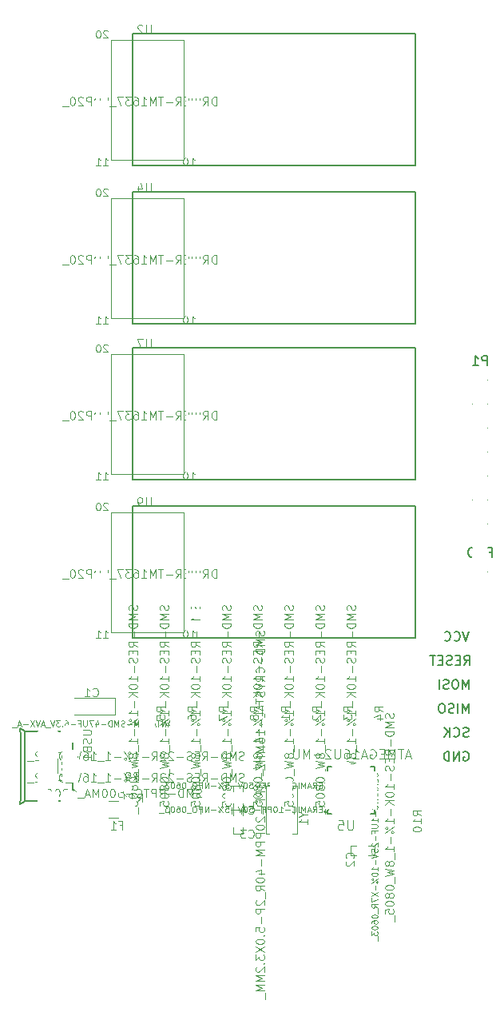
<source format=gbo>
G04 #@! TF.FileFunction,Legend,Bot*
%FSLAX46Y46*%
G04 Gerber Fmt 4.6, Leading zero omitted, Abs format (unit mm)*
G04 Created by KiCad (PCBNEW 4.0.2-stable) date 16-09-23 18:11:48*
%MOMM*%
G01*
G04 APERTURE LIST*
%ADD10C,0.100000*%
%ADD11C,0.066040*%
%ADD12C,0.127000*%
%ADD13C,0.101600*%
%ADD14C,0.150000*%
%ADD15C,0.076200*%
%ADD16C,0.050000*%
%ADD17C,0.400000*%
%ADD18O,1.898600X0.798780*%
%ADD19O,1.799540X1.997660*%
%ADD20O,2.432000X1.416000*%
%ADD21C,2.299920*%
%ADD22C,1.900000*%
%ADD23C,1.924000*%
%ADD24R,1.670000X2.178000*%
%ADD25C,1.035000*%
%ADD26C,4.464000*%
%ADD27R,1.797000X1.416000*%
%ADD28R,1.289000X1.289000*%
%ADD29R,2.432000X2.178000*%
%ADD30R,1.598880X1.098500*%
%ADD31R,0.900000X0.500000*%
%ADD32R,0.500000X0.900000*%
%ADD33R,3.900000X3.900000*%
%ADD34R,1.670000X1.670000*%
G04 APERTURE END LIST*
D10*
D11*
X120322340Y-128004600D02*
X120322340Y-125007400D01*
X120322340Y-125007400D02*
X120721120Y-125007400D01*
X120721120Y-128004600D02*
X120721120Y-125007400D01*
X120322340Y-128004600D02*
X120721120Y-128004600D01*
D12*
X116921280Y-130204240D02*
X121920000Y-130204240D01*
X121920000Y-130204240D02*
X121920000Y-122807760D01*
X121920000Y-122807760D02*
X116921280Y-122807760D01*
X116921280Y-130204240D02*
X116321840Y-130503960D01*
X116921280Y-122807760D02*
X116321840Y-122508040D01*
X116822220Y-130204240D02*
X116822220Y-122807760D01*
X116420900Y-129805460D02*
X116420900Y-123308140D01*
X116420900Y-129805460D02*
X116321840Y-130503960D01*
X116420900Y-123308140D02*
X116321840Y-122508040D01*
D11*
X124206000Y-130189000D02*
X128270000Y-130189000D01*
X128270000Y-130189000D02*
X128270000Y-131967000D01*
X124206000Y-131967000D02*
X128270000Y-131967000D01*
X124206000Y-130189000D02*
X124206000Y-131967000D01*
X153924000Y-135904000D02*
X151384000Y-135904000D01*
X151384000Y-135904000D02*
X151384000Y-134888000D01*
X153924000Y-134888000D02*
X151384000Y-134888000D01*
X153924000Y-135904000D02*
X153924000Y-134888000D01*
X143002000Y-133618000D02*
X143002000Y-132348000D01*
X143002000Y-132348000D02*
X145034000Y-132348000D01*
X145034000Y-133618000D02*
X145034000Y-132348000D01*
X143002000Y-133618000D02*
X145034000Y-133618000D01*
X143002000Y-129808000D02*
X143002000Y-128538000D01*
X143002000Y-128538000D02*
X145034000Y-128538000D01*
X145034000Y-129808000D02*
X145034000Y-128538000D01*
X143002000Y-129808000D02*
X145034000Y-129808000D01*
X142367000Y-133618000D02*
X142367000Y-128538000D01*
X142367000Y-128538000D02*
X145669000Y-128538000D01*
X145669000Y-133618000D02*
X145669000Y-128538000D01*
X142367000Y-133618000D02*
X145669000Y-133618000D01*
X139954000Y-128538000D02*
X139954000Y-131078000D01*
X139954000Y-131078000D02*
X138938000Y-131078000D01*
X138938000Y-128538000D02*
X138938000Y-131078000D01*
X139954000Y-128538000D02*
X138938000Y-128538000D01*
X139954000Y-131078000D02*
X139954000Y-133618000D01*
X139954000Y-133618000D02*
X138938000Y-133618000D01*
X138938000Y-131078000D02*
X138938000Y-133618000D01*
X139954000Y-131078000D02*
X138938000Y-131078000D01*
X133616700Y-99582000D02*
X133616700Y-112282000D01*
X133616700Y-112282000D02*
X125971300Y-112282000D01*
X125971300Y-99582000D02*
X125971300Y-112282000D01*
X133616700Y-99582000D02*
X125971300Y-99582000D01*
X133616700Y-82818000D02*
X133616700Y-95518000D01*
X133616700Y-95518000D02*
X125971300Y-95518000D01*
X125971300Y-82818000D02*
X125971300Y-95518000D01*
X133616700Y-82818000D02*
X125971300Y-82818000D01*
X133616700Y-66308000D02*
X133616700Y-79008000D01*
X133616700Y-79008000D02*
X125971300Y-79008000D01*
X125971300Y-66308000D02*
X125971300Y-79008000D01*
X133616700Y-66308000D02*
X125971300Y-66308000D01*
X133616700Y-49544000D02*
X133616700Y-62244000D01*
X133616700Y-62244000D02*
X125971300Y-62244000D01*
X125971300Y-49544000D02*
X125971300Y-62244000D01*
X133616700Y-49544000D02*
X125971300Y-49544000D01*
D12*
X128270000Y-82183000D02*
X158242000Y-82183000D01*
X158242000Y-82183000D02*
X158242000Y-96153000D01*
X158242000Y-96153000D02*
X128270000Y-96153000D01*
X128270000Y-96153000D02*
X128270000Y-82183000D01*
X128270000Y-65673000D02*
X158242000Y-65673000D01*
X158242000Y-65673000D02*
X158242000Y-79643000D01*
X158242000Y-79643000D02*
X128270000Y-79643000D01*
X128270000Y-79643000D02*
X128270000Y-65673000D01*
X128270000Y-48909000D02*
X158242000Y-48909000D01*
X158242000Y-48909000D02*
X158242000Y-62879000D01*
X158242000Y-62879000D02*
X128270000Y-62879000D01*
X128270000Y-62879000D02*
X128270000Y-48909000D01*
X149284000Y-131546000D02*
X148884000Y-131546000D01*
X148884000Y-131546000D02*
X148884000Y-131146000D01*
X153484000Y-131546000D02*
X153884000Y-131546000D01*
X153884000Y-131546000D02*
X153884000Y-131146000D01*
X148884000Y-126946000D02*
X148884000Y-126546000D01*
X148884000Y-126546000D02*
X149284000Y-126546000D01*
X153484000Y-126546000D02*
X153884000Y-126546000D01*
X153884000Y-126546000D02*
X153884000Y-126946000D01*
D10*
X148761000Y-131296000D02*
G75*
G03X148761000Y-131296000I-127000J0D01*
G01*
D11*
X126365000Y-121045000D02*
X122047000Y-121045000D01*
X122047000Y-121045000D02*
X122047000Y-119267000D01*
X126365000Y-119267000D02*
X122047000Y-119267000D01*
X126365000Y-121045000D02*
X126365000Y-119267000D01*
D12*
X128270000Y-98947000D02*
X158242000Y-98947000D01*
X158242000Y-98947000D02*
X158242000Y-112917000D01*
X158242000Y-112917000D02*
X128270000Y-112917000D01*
X128270000Y-112917000D02*
X128270000Y-98947000D01*
D13*
X122957167Y-122674834D02*
X123676833Y-122674834D01*
X123761500Y-122717167D01*
X123803833Y-122759500D01*
X123846167Y-122844167D01*
X123846167Y-123013500D01*
X123803833Y-123098167D01*
X123761500Y-123140500D01*
X123676833Y-123182834D01*
X122957167Y-123182834D01*
X123803833Y-123563833D02*
X123846167Y-123690833D01*
X123846167Y-123902500D01*
X123803833Y-123987167D01*
X123761500Y-124029500D01*
X123676833Y-124071833D01*
X123592167Y-124071833D01*
X123507500Y-124029500D01*
X123465167Y-123987167D01*
X123422833Y-123902500D01*
X123380500Y-123733167D01*
X123338167Y-123648500D01*
X123295833Y-123606167D01*
X123211167Y-123563833D01*
X123126500Y-123563833D01*
X123041833Y-123606167D01*
X122999500Y-123648500D01*
X122957167Y-123733167D01*
X122957167Y-123944833D01*
X122999500Y-124071833D01*
X123380500Y-124749167D02*
X123422833Y-124876167D01*
X123465167Y-124918500D01*
X123549833Y-124960834D01*
X123676833Y-124960834D01*
X123761500Y-124918500D01*
X123803833Y-124876167D01*
X123846167Y-124791500D01*
X123846167Y-124452834D01*
X122957167Y-124452834D01*
X122957167Y-124749167D01*
X122999500Y-124833834D01*
X123041833Y-124876167D01*
X123126500Y-124918500D01*
X123211167Y-124918500D01*
X123295833Y-124876167D01*
X123338167Y-124833834D01*
X123380500Y-124749167D01*
X123380500Y-124452834D01*
X123846167Y-125807500D02*
X123846167Y-125299500D01*
X123846167Y-125553500D02*
X122957167Y-125553500D01*
X123084167Y-125468834D01*
X123168833Y-125384167D01*
X123211167Y-125299500D01*
D14*
X163321904Y-124990000D02*
X163417142Y-124942381D01*
X163559999Y-124942381D01*
X163702857Y-124990000D01*
X163798095Y-125085238D01*
X163845714Y-125180476D01*
X163893333Y-125370952D01*
X163893333Y-125513810D01*
X163845714Y-125704286D01*
X163798095Y-125799524D01*
X163702857Y-125894762D01*
X163559999Y-125942381D01*
X163464761Y-125942381D01*
X163321904Y-125894762D01*
X163274285Y-125847143D01*
X163274285Y-125513810D01*
X163464761Y-125513810D01*
X162845714Y-125942381D02*
X162845714Y-124942381D01*
X162274285Y-125942381D01*
X162274285Y-124942381D01*
X161798095Y-125942381D02*
X161798095Y-124942381D01*
X161560000Y-124942381D01*
X161417142Y-124990000D01*
X161321904Y-125085238D01*
X161274285Y-125180476D01*
X161226666Y-125370952D01*
X161226666Y-125513810D01*
X161274285Y-125704286D01*
X161321904Y-125799524D01*
X161417142Y-125894762D01*
X161560000Y-125942381D01*
X161798095Y-125942381D01*
X163845714Y-123354762D02*
X163702857Y-123402381D01*
X163464761Y-123402381D01*
X163369523Y-123354762D01*
X163321904Y-123307143D01*
X163274285Y-123211905D01*
X163274285Y-123116667D01*
X163321904Y-123021429D01*
X163369523Y-122973810D01*
X163464761Y-122926190D01*
X163655238Y-122878571D01*
X163750476Y-122830952D01*
X163798095Y-122783333D01*
X163845714Y-122688095D01*
X163845714Y-122592857D01*
X163798095Y-122497619D01*
X163750476Y-122450000D01*
X163655238Y-122402381D01*
X163417142Y-122402381D01*
X163274285Y-122450000D01*
X162274285Y-123307143D02*
X162321904Y-123354762D01*
X162464761Y-123402381D01*
X162559999Y-123402381D01*
X162702857Y-123354762D01*
X162798095Y-123259524D01*
X162845714Y-123164286D01*
X162893333Y-122973810D01*
X162893333Y-122830952D01*
X162845714Y-122640476D01*
X162798095Y-122545238D01*
X162702857Y-122450000D01*
X162559999Y-122402381D01*
X162464761Y-122402381D01*
X162321904Y-122450000D01*
X162274285Y-122497619D01*
X161845714Y-123402381D02*
X161845714Y-122402381D01*
X161274285Y-123402381D02*
X161702857Y-122830952D01*
X161274285Y-122402381D02*
X161845714Y-122973810D01*
X163877428Y-120862381D02*
X163877428Y-119862381D01*
X163544094Y-120576667D01*
X163210761Y-119862381D01*
X163210761Y-120862381D01*
X162734571Y-120862381D02*
X162734571Y-119862381D01*
X162306000Y-120814762D02*
X162163143Y-120862381D01*
X161925047Y-120862381D01*
X161829809Y-120814762D01*
X161782190Y-120767143D01*
X161734571Y-120671905D01*
X161734571Y-120576667D01*
X161782190Y-120481429D01*
X161829809Y-120433810D01*
X161925047Y-120386190D01*
X162115524Y-120338571D01*
X162210762Y-120290952D01*
X162258381Y-120243333D01*
X162306000Y-120148095D01*
X162306000Y-120052857D01*
X162258381Y-119957619D01*
X162210762Y-119910000D01*
X162115524Y-119862381D01*
X161877428Y-119862381D01*
X161734571Y-119910000D01*
X161115524Y-119862381D02*
X160925047Y-119862381D01*
X160829809Y-119910000D01*
X160734571Y-120005238D01*
X160686952Y-120195714D01*
X160686952Y-120529048D01*
X160734571Y-120719524D01*
X160829809Y-120814762D01*
X160925047Y-120862381D01*
X161115524Y-120862381D01*
X161210762Y-120814762D01*
X161306000Y-120719524D01*
X161353619Y-120529048D01*
X161353619Y-120195714D01*
X161306000Y-120005238D01*
X161210762Y-119910000D01*
X161115524Y-119862381D01*
X163877428Y-118322381D02*
X163877428Y-117322381D01*
X163544094Y-118036667D01*
X163210761Y-117322381D01*
X163210761Y-118322381D01*
X162544095Y-117322381D02*
X162353618Y-117322381D01*
X162258380Y-117370000D01*
X162163142Y-117465238D01*
X162115523Y-117655714D01*
X162115523Y-117989048D01*
X162163142Y-118179524D01*
X162258380Y-118274762D01*
X162353618Y-118322381D01*
X162544095Y-118322381D01*
X162639333Y-118274762D01*
X162734571Y-118179524D01*
X162782190Y-117989048D01*
X162782190Y-117655714D01*
X162734571Y-117465238D01*
X162639333Y-117370000D01*
X162544095Y-117322381D01*
X161734571Y-118274762D02*
X161591714Y-118322381D01*
X161353618Y-118322381D01*
X161258380Y-118274762D01*
X161210761Y-118227143D01*
X161163142Y-118131905D01*
X161163142Y-118036667D01*
X161210761Y-117941429D01*
X161258380Y-117893810D01*
X161353618Y-117846190D01*
X161544095Y-117798571D01*
X161639333Y-117750952D01*
X161686952Y-117703333D01*
X161734571Y-117608095D01*
X161734571Y-117512857D01*
X161686952Y-117417619D01*
X161639333Y-117370000D01*
X161544095Y-117322381D01*
X161305999Y-117322381D01*
X161163142Y-117370000D01*
X160734571Y-118322381D02*
X160734571Y-117322381D01*
X163377381Y-115782381D02*
X163710715Y-115306190D01*
X163948810Y-115782381D02*
X163948810Y-114782381D01*
X163567857Y-114782381D01*
X163472619Y-114830000D01*
X163425000Y-114877619D01*
X163377381Y-114972857D01*
X163377381Y-115115714D01*
X163425000Y-115210952D01*
X163472619Y-115258571D01*
X163567857Y-115306190D01*
X163948810Y-115306190D01*
X162948810Y-115258571D02*
X162615476Y-115258571D01*
X162472619Y-115782381D02*
X162948810Y-115782381D01*
X162948810Y-114782381D01*
X162472619Y-114782381D01*
X162091667Y-115734762D02*
X161948810Y-115782381D01*
X161710714Y-115782381D01*
X161615476Y-115734762D01*
X161567857Y-115687143D01*
X161520238Y-115591905D01*
X161520238Y-115496667D01*
X161567857Y-115401429D01*
X161615476Y-115353810D01*
X161710714Y-115306190D01*
X161901191Y-115258571D01*
X161996429Y-115210952D01*
X162044048Y-115163333D01*
X162091667Y-115068095D01*
X162091667Y-114972857D01*
X162044048Y-114877619D01*
X161996429Y-114830000D01*
X161901191Y-114782381D01*
X161663095Y-114782381D01*
X161520238Y-114830000D01*
X161091667Y-115258571D02*
X160758333Y-115258571D01*
X160615476Y-115782381D02*
X161091667Y-115782381D01*
X161091667Y-114782381D01*
X160615476Y-114782381D01*
X160329762Y-114782381D02*
X159758333Y-114782381D01*
X160044048Y-115782381D02*
X160044048Y-114782381D01*
X163893333Y-112242381D02*
X163560000Y-113242381D01*
X163226666Y-112242381D01*
X162321904Y-113147143D02*
X162369523Y-113194762D01*
X162512380Y-113242381D01*
X162607618Y-113242381D01*
X162750476Y-113194762D01*
X162845714Y-113099524D01*
X162893333Y-113004286D01*
X162940952Y-112813810D01*
X162940952Y-112670952D01*
X162893333Y-112480476D01*
X162845714Y-112385238D01*
X162750476Y-112290000D01*
X162607618Y-112242381D01*
X162512380Y-112242381D01*
X162369523Y-112290000D01*
X162321904Y-112337619D01*
X161321904Y-113147143D02*
X161369523Y-113194762D01*
X161512380Y-113242381D01*
X161607618Y-113242381D01*
X161750476Y-113194762D01*
X161845714Y-113099524D01*
X161893333Y-113004286D01*
X161940952Y-112813810D01*
X161940952Y-112670952D01*
X161893333Y-112480476D01*
X161845714Y-112385238D01*
X161750476Y-112290000D01*
X161607618Y-112242381D01*
X161512380Y-112242381D01*
X161369523Y-112290000D01*
X161321904Y-112337619D01*
X166314286Y-104352381D02*
X166314286Y-103352381D01*
X165933333Y-103352381D01*
X165838095Y-103400000D01*
X165790476Y-103447619D01*
X165742857Y-103542857D01*
X165742857Y-103685714D01*
X165790476Y-103780952D01*
X165838095Y-103828571D01*
X165933333Y-103876190D01*
X166314286Y-103876190D01*
X164790476Y-104352381D02*
X165361905Y-104352381D01*
X165076191Y-104352381D02*
X165076191Y-103352381D01*
X165171429Y-103495238D01*
X165266667Y-103590476D01*
X165361905Y-103638095D01*
X164171429Y-103352381D02*
X164076190Y-103352381D01*
X163980952Y-103400000D01*
X163933333Y-103447619D01*
X163885714Y-103542857D01*
X163838095Y-103733333D01*
X163838095Y-103971429D01*
X163885714Y-104161905D01*
X163933333Y-104257143D01*
X163980952Y-104304762D01*
X164076190Y-104352381D01*
X164171429Y-104352381D01*
X164266667Y-104304762D01*
X164314286Y-104257143D01*
X164361905Y-104161905D01*
X164409524Y-103971429D01*
X164409524Y-103733333D01*
X164361905Y-103542857D01*
X164314286Y-103447619D01*
X164266667Y-103400000D01*
X164171429Y-103352381D01*
X165838095Y-106892381D02*
X165838095Y-105892381D01*
X165457142Y-105892381D01*
X165361904Y-105940000D01*
X165314285Y-105987619D01*
X165266666Y-106082857D01*
X165266666Y-106225714D01*
X165314285Y-106320952D01*
X165361904Y-106368571D01*
X165457142Y-106416190D01*
X165838095Y-106416190D01*
X164790476Y-106892381D02*
X164600000Y-106892381D01*
X164504761Y-106844762D01*
X164457142Y-106797143D01*
X164361904Y-106654286D01*
X164314285Y-106463810D01*
X164314285Y-106082857D01*
X164361904Y-105987619D01*
X164409523Y-105940000D01*
X164504761Y-105892381D01*
X164695238Y-105892381D01*
X164790476Y-105940000D01*
X164838095Y-105987619D01*
X164885714Y-106082857D01*
X164885714Y-106320952D01*
X164838095Y-106416190D01*
X164790476Y-106463810D01*
X164695238Y-106511429D01*
X164504761Y-106511429D01*
X164409523Y-106463810D01*
X164361904Y-106416190D01*
X164314285Y-106320952D01*
X165838095Y-101812381D02*
X165838095Y-100812381D01*
X165457142Y-100812381D01*
X165361904Y-100860000D01*
X165314285Y-100907619D01*
X165266666Y-101002857D01*
X165266666Y-101145714D01*
X165314285Y-101240952D01*
X165361904Y-101288571D01*
X165457142Y-101336190D01*
X165838095Y-101336190D01*
X164695238Y-101240952D02*
X164790476Y-101193333D01*
X164838095Y-101145714D01*
X164885714Y-101050476D01*
X164885714Y-101002857D01*
X164838095Y-100907619D01*
X164790476Y-100860000D01*
X164695238Y-100812381D01*
X164504761Y-100812381D01*
X164409523Y-100860000D01*
X164361904Y-100907619D01*
X164314285Y-101002857D01*
X164314285Y-101050476D01*
X164361904Y-101145714D01*
X164409523Y-101193333D01*
X164504761Y-101240952D01*
X164695238Y-101240952D01*
X164790476Y-101288571D01*
X164838095Y-101336190D01*
X164885714Y-101431429D01*
X164885714Y-101621905D01*
X164838095Y-101717143D01*
X164790476Y-101764762D01*
X164695238Y-101812381D01*
X164504761Y-101812381D01*
X164409523Y-101764762D01*
X164361904Y-101717143D01*
X164314285Y-101621905D01*
X164314285Y-101431429D01*
X164361904Y-101336190D01*
X164409523Y-101288571D01*
X164504761Y-101240952D01*
X165838095Y-99272381D02*
X165838095Y-98272381D01*
X165457142Y-98272381D01*
X165361904Y-98320000D01*
X165314285Y-98367619D01*
X165266666Y-98462857D01*
X165266666Y-98605714D01*
X165314285Y-98700952D01*
X165361904Y-98748571D01*
X165457142Y-98796190D01*
X165838095Y-98796190D01*
X164933333Y-98272381D02*
X164266666Y-98272381D01*
X164695238Y-99272381D01*
X165838095Y-96732381D02*
X165838095Y-95732381D01*
X165457142Y-95732381D01*
X165361904Y-95780000D01*
X165314285Y-95827619D01*
X165266666Y-95922857D01*
X165266666Y-96065714D01*
X165314285Y-96160952D01*
X165361904Y-96208571D01*
X165457142Y-96256190D01*
X165838095Y-96256190D01*
X164409523Y-95732381D02*
X164600000Y-95732381D01*
X164695238Y-95780000D01*
X164742857Y-95827619D01*
X164838095Y-95970476D01*
X164885714Y-96160952D01*
X164885714Y-96541905D01*
X164838095Y-96637143D01*
X164790476Y-96684762D01*
X164695238Y-96732381D01*
X164504761Y-96732381D01*
X164409523Y-96684762D01*
X164361904Y-96637143D01*
X164314285Y-96541905D01*
X164314285Y-96303810D01*
X164361904Y-96208571D01*
X164409523Y-96160952D01*
X164504761Y-96113333D01*
X164695238Y-96113333D01*
X164790476Y-96160952D01*
X164838095Y-96208571D01*
X164885714Y-96303810D01*
X165838095Y-94192381D02*
X165838095Y-93192381D01*
X165457142Y-93192381D01*
X165361904Y-93240000D01*
X165314285Y-93287619D01*
X165266666Y-93382857D01*
X165266666Y-93525714D01*
X165314285Y-93620952D01*
X165361904Y-93668571D01*
X165457142Y-93716190D01*
X165838095Y-93716190D01*
X164361904Y-93192381D02*
X164838095Y-93192381D01*
X164885714Y-93668571D01*
X164838095Y-93620952D01*
X164742857Y-93573333D01*
X164504761Y-93573333D01*
X164409523Y-93620952D01*
X164361904Y-93668571D01*
X164314285Y-93763810D01*
X164314285Y-94001905D01*
X164361904Y-94097143D01*
X164409523Y-94144762D01*
X164504761Y-94192381D01*
X164742857Y-94192381D01*
X164838095Y-94144762D01*
X164885714Y-94097143D01*
X165838095Y-91652381D02*
X165838095Y-90652381D01*
X165457142Y-90652381D01*
X165361904Y-90700000D01*
X165314285Y-90747619D01*
X165266666Y-90842857D01*
X165266666Y-90985714D01*
X165314285Y-91080952D01*
X165361904Y-91128571D01*
X165457142Y-91176190D01*
X165838095Y-91176190D01*
X164409523Y-90985714D02*
X164409523Y-91652381D01*
X164647619Y-90604762D02*
X164885714Y-91319048D01*
X164266666Y-91319048D01*
X165838095Y-89112381D02*
X165838095Y-88112381D01*
X165457142Y-88112381D01*
X165361904Y-88160000D01*
X165314285Y-88207619D01*
X165266666Y-88302857D01*
X165266666Y-88445714D01*
X165314285Y-88540952D01*
X165361904Y-88588571D01*
X165457142Y-88636190D01*
X165838095Y-88636190D01*
X164933333Y-88112381D02*
X164314285Y-88112381D01*
X164647619Y-88493333D01*
X164504761Y-88493333D01*
X164409523Y-88540952D01*
X164361904Y-88588571D01*
X164314285Y-88683810D01*
X164314285Y-88921905D01*
X164361904Y-89017143D01*
X164409523Y-89064762D01*
X164504761Y-89112381D01*
X164790476Y-89112381D01*
X164885714Y-89064762D01*
X164933333Y-89017143D01*
X165838095Y-86572381D02*
X165838095Y-85572381D01*
X165457142Y-85572381D01*
X165361904Y-85620000D01*
X165314285Y-85667619D01*
X165266666Y-85762857D01*
X165266666Y-85905714D01*
X165314285Y-86000952D01*
X165361904Y-86048571D01*
X165457142Y-86096190D01*
X165838095Y-86096190D01*
X164885714Y-85667619D02*
X164838095Y-85620000D01*
X164742857Y-85572381D01*
X164504761Y-85572381D01*
X164409523Y-85620000D01*
X164361904Y-85667619D01*
X164314285Y-85762857D01*
X164314285Y-85858095D01*
X164361904Y-86000952D01*
X164933333Y-86572381D01*
X164314285Y-86572381D01*
X165838095Y-84032381D02*
X165838095Y-83032381D01*
X165457142Y-83032381D01*
X165361904Y-83080000D01*
X165314285Y-83127619D01*
X165266666Y-83222857D01*
X165266666Y-83365714D01*
X165314285Y-83460952D01*
X165361904Y-83508571D01*
X165457142Y-83556190D01*
X165838095Y-83556190D01*
X164314285Y-84032381D02*
X164885714Y-84032381D01*
X164600000Y-84032381D02*
X164600000Y-83032381D01*
X164695238Y-83175238D01*
X164790476Y-83270476D01*
X164885714Y-83318095D01*
D13*
X126851833Y-132729000D02*
X127148166Y-132729000D01*
X127148166Y-133194667D02*
X127148166Y-132305667D01*
X126724833Y-132305667D01*
X125920500Y-133194667D02*
X126428500Y-133194667D01*
X126174500Y-133194667D02*
X126174500Y-132305667D01*
X126259166Y-132432667D01*
X126343833Y-132517333D01*
X126428500Y-132559667D01*
X135509001Y-129723333D02*
X135382001Y-129765667D01*
X135170334Y-129765667D01*
X135085667Y-129723333D01*
X135043334Y-129681000D01*
X135001001Y-129596333D01*
X135001001Y-129511667D01*
X135043334Y-129427000D01*
X135085667Y-129384667D01*
X135170334Y-129342333D01*
X135339667Y-129300000D01*
X135424334Y-129257667D01*
X135466667Y-129215333D01*
X135509001Y-129130667D01*
X135509001Y-129046000D01*
X135466667Y-128961333D01*
X135424334Y-128919000D01*
X135339667Y-128876667D01*
X135128001Y-128876667D01*
X135001001Y-128919000D01*
X134620000Y-129765667D02*
X134620000Y-128876667D01*
X134323667Y-129511667D01*
X134027334Y-128876667D01*
X134027334Y-129765667D01*
X133604000Y-129765667D02*
X133604000Y-128876667D01*
X133392334Y-128876667D01*
X133265334Y-128919000D01*
X133180667Y-129003667D01*
X133138334Y-129088333D01*
X133096000Y-129257667D01*
X133096000Y-129384667D01*
X133138334Y-129554000D01*
X133180667Y-129638667D01*
X133265334Y-129723333D01*
X133392334Y-129765667D01*
X133604000Y-129765667D01*
X132715000Y-129427000D02*
X132037667Y-129427000D01*
X131614333Y-129765667D02*
X131614333Y-128876667D01*
X131275667Y-128876667D01*
X131191000Y-128919000D01*
X131148667Y-128961333D01*
X131106333Y-129046000D01*
X131106333Y-129173000D01*
X131148667Y-129257667D01*
X131191000Y-129300000D01*
X131275667Y-129342333D01*
X131614333Y-129342333D01*
X130725333Y-129765667D02*
X130725333Y-128876667D01*
X130386667Y-128876667D01*
X130302000Y-128919000D01*
X130259667Y-128961333D01*
X130217333Y-129046000D01*
X130217333Y-129173000D01*
X130259667Y-129257667D01*
X130302000Y-129300000D01*
X130386667Y-129342333D01*
X130725333Y-129342333D01*
X129963333Y-128876667D02*
X129455333Y-128876667D01*
X129709333Y-129765667D02*
X129709333Y-128876667D01*
X128651000Y-129681000D02*
X128693334Y-129723333D01*
X128820334Y-129765667D01*
X128905000Y-129765667D01*
X129032000Y-129723333D01*
X129116667Y-129638667D01*
X129159000Y-129554000D01*
X129201334Y-129384667D01*
X129201334Y-129257667D01*
X129159000Y-129088333D01*
X129116667Y-129003667D01*
X129032000Y-128919000D01*
X128905000Y-128876667D01*
X128820334Y-128876667D01*
X128693334Y-128919000D01*
X128651000Y-128961333D01*
X128270000Y-129427000D02*
X127592667Y-129427000D01*
X126746000Y-128876667D02*
X127169333Y-128876667D01*
X127211667Y-129300000D01*
X127169333Y-129257667D01*
X127084667Y-129215333D01*
X126873000Y-129215333D01*
X126788333Y-129257667D01*
X126746000Y-129300000D01*
X126703667Y-129384667D01*
X126703667Y-129596333D01*
X126746000Y-129681000D01*
X126788333Y-129723333D01*
X126873000Y-129765667D01*
X127084667Y-129765667D01*
X127169333Y-129723333D01*
X127211667Y-129681000D01*
X126153333Y-128876667D02*
X126068666Y-128876667D01*
X125984000Y-128919000D01*
X125941666Y-128961333D01*
X125899333Y-129046000D01*
X125857000Y-129215333D01*
X125857000Y-129427000D01*
X125899333Y-129596333D01*
X125941666Y-129681000D01*
X125984000Y-129723333D01*
X126068666Y-129765667D01*
X126153333Y-129765667D01*
X126238000Y-129723333D01*
X126280333Y-129681000D01*
X126322666Y-129596333D01*
X126365000Y-129427000D01*
X126365000Y-129215333D01*
X126322666Y-129046000D01*
X126280333Y-128961333D01*
X126238000Y-128919000D01*
X126153333Y-128876667D01*
X125306666Y-128876667D02*
X125221999Y-128876667D01*
X125137333Y-128919000D01*
X125094999Y-128961333D01*
X125052666Y-129046000D01*
X125010333Y-129215333D01*
X125010333Y-129427000D01*
X125052666Y-129596333D01*
X125094999Y-129681000D01*
X125137333Y-129723333D01*
X125221999Y-129765667D01*
X125306666Y-129765667D01*
X125391333Y-129723333D01*
X125433666Y-129681000D01*
X125475999Y-129596333D01*
X125518333Y-129427000D01*
X125518333Y-129215333D01*
X125475999Y-129046000D01*
X125433666Y-128961333D01*
X125391333Y-128919000D01*
X125306666Y-128876667D01*
X124629332Y-129765667D02*
X124629332Y-128876667D01*
X124332999Y-129511667D01*
X124036666Y-128876667D01*
X124036666Y-129765667D01*
X123655666Y-129511667D02*
X123232332Y-129511667D01*
X123740332Y-129765667D02*
X123443999Y-128876667D01*
X123147666Y-129765667D01*
X123062999Y-129850333D02*
X122385666Y-129850333D01*
X121708333Y-129765667D02*
X122216333Y-129765667D01*
X121962333Y-129765667D02*
X121962333Y-128876667D01*
X122046999Y-129003667D01*
X122131666Y-129088333D01*
X122216333Y-129130667D01*
X121369666Y-128961333D02*
X121327332Y-128919000D01*
X121242666Y-128876667D01*
X121030999Y-128876667D01*
X120946332Y-128919000D01*
X120903999Y-128961333D01*
X120861666Y-129046000D01*
X120861666Y-129130667D01*
X120903999Y-129257667D01*
X121411999Y-129765667D01*
X120861666Y-129765667D01*
X120311332Y-128876667D02*
X120226665Y-128876667D01*
X120141999Y-128919000D01*
X120099665Y-128961333D01*
X120057332Y-129046000D01*
X120014999Y-129215333D01*
X120014999Y-129427000D01*
X120057332Y-129596333D01*
X120099665Y-129681000D01*
X120141999Y-129723333D01*
X120226665Y-129765667D01*
X120311332Y-129765667D01*
X120395999Y-129723333D01*
X120438332Y-129681000D01*
X120480665Y-129596333D01*
X120522999Y-129427000D01*
X120522999Y-129215333D01*
X120480665Y-129046000D01*
X120438332Y-128961333D01*
X120395999Y-128919000D01*
X120311332Y-128876667D01*
X119252998Y-128876667D02*
X119422332Y-128876667D01*
X119506998Y-128919000D01*
X119549332Y-128961333D01*
X119633998Y-129088333D01*
X119676332Y-129257667D01*
X119676332Y-129596333D01*
X119633998Y-129681000D01*
X119591665Y-129723333D01*
X119506998Y-129765667D01*
X119337665Y-129765667D01*
X119252998Y-129723333D01*
X119210665Y-129681000D01*
X119168332Y-129596333D01*
X119168332Y-129384667D01*
X119210665Y-129300000D01*
X119252998Y-129257667D01*
X119337665Y-129215333D01*
X119506998Y-129215333D01*
X119591665Y-129257667D01*
X119633998Y-129300000D01*
X119676332Y-129384667D01*
X118998998Y-129850333D02*
X118321665Y-129850333D01*
X128778000Y-130273667D02*
X129074334Y-129850333D01*
X129286000Y-130273667D02*
X129286000Y-129384667D01*
X128947334Y-129384667D01*
X128862667Y-129427000D01*
X128820334Y-129469333D01*
X128778000Y-129554000D01*
X128778000Y-129681000D01*
X128820334Y-129765667D01*
X128862667Y-129808000D01*
X128947334Y-129850333D01*
X129286000Y-129850333D01*
X127931334Y-130273667D02*
X128439334Y-130273667D01*
X128185334Y-130273667D02*
X128185334Y-129384667D01*
X128270000Y-129511667D01*
X128354667Y-129596333D01*
X128439334Y-129638667D01*
X127084667Y-130273667D02*
X127592667Y-130273667D01*
X127338667Y-130273667D02*
X127338667Y-129384667D01*
X127423333Y-129511667D01*
X127508000Y-129596333D01*
X127592667Y-129638667D01*
X140038669Y-128072333D02*
X139911669Y-128114667D01*
X139700002Y-128114667D01*
X139615335Y-128072333D01*
X139573002Y-128030000D01*
X139530669Y-127945333D01*
X139530669Y-127860667D01*
X139573002Y-127776000D01*
X139615335Y-127733667D01*
X139700002Y-127691333D01*
X139869335Y-127649000D01*
X139954002Y-127606667D01*
X139996335Y-127564333D01*
X140038669Y-127479667D01*
X140038669Y-127395000D01*
X139996335Y-127310333D01*
X139954002Y-127268000D01*
X139869335Y-127225667D01*
X139657669Y-127225667D01*
X139530669Y-127268000D01*
X139149668Y-128114667D02*
X139149668Y-127225667D01*
X138853335Y-127860667D01*
X138557002Y-127225667D01*
X138557002Y-128114667D01*
X138133668Y-128114667D02*
X138133668Y-127225667D01*
X137922002Y-127225667D01*
X137795002Y-127268000D01*
X137710335Y-127352667D01*
X137668002Y-127437333D01*
X137625668Y-127606667D01*
X137625668Y-127733667D01*
X137668002Y-127903000D01*
X137710335Y-127987667D01*
X137795002Y-128072333D01*
X137922002Y-128114667D01*
X138133668Y-128114667D01*
X137244668Y-127776000D02*
X136567335Y-127776000D01*
X135636001Y-128114667D02*
X135932335Y-127691333D01*
X136144001Y-128114667D02*
X136144001Y-127225667D01*
X135805335Y-127225667D01*
X135720668Y-127268000D01*
X135678335Y-127310333D01*
X135636001Y-127395000D01*
X135636001Y-127522000D01*
X135678335Y-127606667D01*
X135720668Y-127649000D01*
X135805335Y-127691333D01*
X136144001Y-127691333D01*
X135255001Y-127649000D02*
X134958668Y-127649000D01*
X134831668Y-128114667D02*
X135255001Y-128114667D01*
X135255001Y-127225667D01*
X134831668Y-127225667D01*
X134493002Y-128072333D02*
X134366002Y-128114667D01*
X134154335Y-128114667D01*
X134069668Y-128072333D01*
X134027335Y-128030000D01*
X133985002Y-127945333D01*
X133985002Y-127860667D01*
X134027335Y-127776000D01*
X134069668Y-127733667D01*
X134154335Y-127691333D01*
X134323668Y-127649000D01*
X134408335Y-127606667D01*
X134450668Y-127564333D01*
X134493002Y-127479667D01*
X134493002Y-127395000D01*
X134450668Y-127310333D01*
X134408335Y-127268000D01*
X134323668Y-127225667D01*
X134112002Y-127225667D01*
X133985002Y-127268000D01*
X133604001Y-127776000D02*
X132926668Y-127776000D01*
X132545668Y-127310333D02*
X132503334Y-127268000D01*
X132418668Y-127225667D01*
X132207001Y-127225667D01*
X132122334Y-127268000D01*
X132080001Y-127310333D01*
X132037668Y-127395000D01*
X132037668Y-127479667D01*
X132080001Y-127606667D01*
X132588001Y-128114667D01*
X132037668Y-128114667D01*
X131699001Y-127310333D02*
X131656667Y-127268000D01*
X131572001Y-127225667D01*
X131360334Y-127225667D01*
X131275667Y-127268000D01*
X131233334Y-127310333D01*
X131191001Y-127395000D01*
X131191001Y-127479667D01*
X131233334Y-127606667D01*
X131741334Y-128114667D01*
X131191001Y-128114667D01*
X130302000Y-128114667D02*
X130598334Y-127691333D01*
X130810000Y-128114667D02*
X130810000Y-127225667D01*
X130471334Y-127225667D01*
X130386667Y-127268000D01*
X130344334Y-127310333D01*
X130302000Y-127395000D01*
X130302000Y-127522000D01*
X130344334Y-127606667D01*
X130386667Y-127649000D01*
X130471334Y-127691333D01*
X130810000Y-127691333D01*
X129921000Y-127776000D02*
X129243667Y-127776000D01*
X128354667Y-128114667D02*
X128862667Y-128114667D01*
X128608667Y-128114667D02*
X128608667Y-127225667D01*
X128693333Y-127352667D01*
X128778000Y-127437333D01*
X128862667Y-127479667D01*
X128016000Y-128114667D02*
X127338666Y-127225667D01*
X127889000Y-127225667D02*
X127804333Y-127268000D01*
X127762000Y-127352667D01*
X127804333Y-127437333D01*
X127889000Y-127479667D01*
X127973666Y-127437333D01*
X128016000Y-127352667D01*
X127973666Y-127268000D01*
X127889000Y-127225667D01*
X127381000Y-128072333D02*
X127338666Y-127987667D01*
X127381000Y-127903000D01*
X127465666Y-127860667D01*
X127550333Y-127903000D01*
X127592666Y-127987667D01*
X127550333Y-128072333D01*
X127465666Y-128114667D01*
X127381000Y-128072333D01*
X126957666Y-127776000D02*
X126280333Y-127776000D01*
X125391333Y-128114667D02*
X125899333Y-128114667D01*
X125645333Y-128114667D02*
X125645333Y-127225667D01*
X125729999Y-127352667D01*
X125814666Y-127437333D01*
X125899333Y-127479667D01*
X125221999Y-128199333D02*
X124544666Y-128199333D01*
X123867333Y-128114667D02*
X124375333Y-128114667D01*
X124121333Y-128114667D02*
X124121333Y-127225667D01*
X124205999Y-127352667D01*
X124290666Y-127437333D01*
X124375333Y-127479667D01*
X123105332Y-127225667D02*
X123274666Y-127225667D01*
X123359332Y-127268000D01*
X123401666Y-127310333D01*
X123486332Y-127437333D01*
X123528666Y-127606667D01*
X123528666Y-127945333D01*
X123486332Y-128030000D01*
X123443999Y-128072333D01*
X123359332Y-128114667D01*
X123189999Y-128114667D01*
X123105332Y-128072333D01*
X123062999Y-128030000D01*
X123020666Y-127945333D01*
X123020666Y-127733667D01*
X123062999Y-127649000D01*
X123105332Y-127606667D01*
X123189999Y-127564333D01*
X123359332Y-127564333D01*
X123443999Y-127606667D01*
X123486332Y-127649000D01*
X123528666Y-127733667D01*
X122724332Y-127225667D02*
X122512665Y-128114667D01*
X122343332Y-127479667D01*
X122173999Y-128114667D01*
X121962332Y-127225667D01*
X121835332Y-128199333D02*
X121157999Y-128199333D01*
X120776999Y-127225667D02*
X120692332Y-127225667D01*
X120607666Y-127268000D01*
X120565332Y-127310333D01*
X120522999Y-127395000D01*
X120480666Y-127564333D01*
X120480666Y-127776000D01*
X120522999Y-127945333D01*
X120565332Y-128030000D01*
X120607666Y-128072333D01*
X120692332Y-128114667D01*
X120776999Y-128114667D01*
X120861666Y-128072333D01*
X120903999Y-128030000D01*
X120946332Y-127945333D01*
X120988666Y-127776000D01*
X120988666Y-127564333D01*
X120946332Y-127395000D01*
X120903999Y-127310333D01*
X120861666Y-127268000D01*
X120776999Y-127225667D01*
X119718665Y-127522000D02*
X119718665Y-128114667D01*
X119930332Y-127183333D02*
X120141999Y-127818333D01*
X119591665Y-127818333D01*
X119083665Y-127225667D02*
X118998998Y-127225667D01*
X118914332Y-127268000D01*
X118871998Y-127310333D01*
X118829665Y-127395000D01*
X118787332Y-127564333D01*
X118787332Y-127776000D01*
X118829665Y-127945333D01*
X118871998Y-128030000D01*
X118914332Y-128072333D01*
X118998998Y-128114667D01*
X119083665Y-128114667D01*
X119168332Y-128072333D01*
X119210665Y-128030000D01*
X119252998Y-127945333D01*
X119295332Y-127776000D01*
X119295332Y-127564333D01*
X119252998Y-127395000D01*
X119210665Y-127310333D01*
X119168332Y-127268000D01*
X119083665Y-127225667D01*
X118448665Y-127310333D02*
X118406331Y-127268000D01*
X118321665Y-127225667D01*
X118109998Y-127225667D01*
X118025331Y-127268000D01*
X117982998Y-127310333D01*
X117940665Y-127395000D01*
X117940665Y-127479667D01*
X117982998Y-127606667D01*
X118490998Y-128114667D01*
X117940665Y-128114667D01*
X117771331Y-128199333D02*
X117093998Y-128199333D01*
X128354666Y-127987667D02*
X128651000Y-127564333D01*
X128862666Y-127987667D02*
X128862666Y-127098667D01*
X128524000Y-127098667D01*
X128439333Y-127141000D01*
X128397000Y-127183333D01*
X128354666Y-127268000D01*
X128354666Y-127395000D01*
X128397000Y-127479667D01*
X128439333Y-127522000D01*
X128524000Y-127564333D01*
X128862666Y-127564333D01*
X127931333Y-127987667D02*
X127762000Y-127987667D01*
X127677333Y-127945333D01*
X127635000Y-127903000D01*
X127550333Y-127776000D01*
X127508000Y-127606667D01*
X127508000Y-127268000D01*
X127550333Y-127183333D01*
X127592666Y-127141000D01*
X127677333Y-127098667D01*
X127846666Y-127098667D01*
X127931333Y-127141000D01*
X127973666Y-127183333D01*
X128016000Y-127268000D01*
X128016000Y-127479667D01*
X127973666Y-127564333D01*
X127931333Y-127606667D01*
X127846666Y-127649000D01*
X127677333Y-127649000D01*
X127592666Y-127606667D01*
X127550333Y-127564333D01*
X127508000Y-127479667D01*
X140038669Y-125786333D02*
X139911669Y-125828667D01*
X139700002Y-125828667D01*
X139615335Y-125786333D01*
X139573002Y-125744000D01*
X139530669Y-125659333D01*
X139530669Y-125574667D01*
X139573002Y-125490000D01*
X139615335Y-125447667D01*
X139700002Y-125405333D01*
X139869335Y-125363000D01*
X139954002Y-125320667D01*
X139996335Y-125278333D01*
X140038669Y-125193667D01*
X140038669Y-125109000D01*
X139996335Y-125024333D01*
X139954002Y-124982000D01*
X139869335Y-124939667D01*
X139657669Y-124939667D01*
X139530669Y-124982000D01*
X139149668Y-125828667D02*
X139149668Y-124939667D01*
X138853335Y-125574667D01*
X138557002Y-124939667D01*
X138557002Y-125828667D01*
X138133668Y-125828667D02*
X138133668Y-124939667D01*
X137922002Y-124939667D01*
X137795002Y-124982000D01*
X137710335Y-125066667D01*
X137668002Y-125151333D01*
X137625668Y-125320667D01*
X137625668Y-125447667D01*
X137668002Y-125617000D01*
X137710335Y-125701667D01*
X137795002Y-125786333D01*
X137922002Y-125828667D01*
X138133668Y-125828667D01*
X137244668Y-125490000D02*
X136567335Y-125490000D01*
X135636001Y-125828667D02*
X135932335Y-125405333D01*
X136144001Y-125828667D02*
X136144001Y-124939667D01*
X135805335Y-124939667D01*
X135720668Y-124982000D01*
X135678335Y-125024333D01*
X135636001Y-125109000D01*
X135636001Y-125236000D01*
X135678335Y-125320667D01*
X135720668Y-125363000D01*
X135805335Y-125405333D01*
X136144001Y-125405333D01*
X135255001Y-125363000D02*
X134958668Y-125363000D01*
X134831668Y-125828667D02*
X135255001Y-125828667D01*
X135255001Y-124939667D01*
X134831668Y-124939667D01*
X134493002Y-125786333D02*
X134366002Y-125828667D01*
X134154335Y-125828667D01*
X134069668Y-125786333D01*
X134027335Y-125744000D01*
X133985002Y-125659333D01*
X133985002Y-125574667D01*
X134027335Y-125490000D01*
X134069668Y-125447667D01*
X134154335Y-125405333D01*
X134323668Y-125363000D01*
X134408335Y-125320667D01*
X134450668Y-125278333D01*
X134493002Y-125193667D01*
X134493002Y-125109000D01*
X134450668Y-125024333D01*
X134408335Y-124982000D01*
X134323668Y-124939667D01*
X134112002Y-124939667D01*
X133985002Y-124982000D01*
X133604001Y-125490000D02*
X132926668Y-125490000D01*
X132545668Y-125024333D02*
X132503334Y-124982000D01*
X132418668Y-124939667D01*
X132207001Y-124939667D01*
X132122334Y-124982000D01*
X132080001Y-125024333D01*
X132037668Y-125109000D01*
X132037668Y-125193667D01*
X132080001Y-125320667D01*
X132588001Y-125828667D01*
X132037668Y-125828667D01*
X131699001Y-125024333D02*
X131656667Y-124982000D01*
X131572001Y-124939667D01*
X131360334Y-124939667D01*
X131275667Y-124982000D01*
X131233334Y-125024333D01*
X131191001Y-125109000D01*
X131191001Y-125193667D01*
X131233334Y-125320667D01*
X131741334Y-125828667D01*
X131191001Y-125828667D01*
X130302000Y-125828667D02*
X130598334Y-125405333D01*
X130810000Y-125828667D02*
X130810000Y-124939667D01*
X130471334Y-124939667D01*
X130386667Y-124982000D01*
X130344334Y-125024333D01*
X130302000Y-125109000D01*
X130302000Y-125236000D01*
X130344334Y-125320667D01*
X130386667Y-125363000D01*
X130471334Y-125405333D01*
X130810000Y-125405333D01*
X129921000Y-125490000D02*
X129243667Y-125490000D01*
X128354667Y-125828667D02*
X128862667Y-125828667D01*
X128608667Y-125828667D02*
X128608667Y-124939667D01*
X128693333Y-125066667D01*
X128778000Y-125151333D01*
X128862667Y-125193667D01*
X128016000Y-125828667D02*
X127338666Y-124939667D01*
X127889000Y-124939667D02*
X127804333Y-124982000D01*
X127762000Y-125066667D01*
X127804333Y-125151333D01*
X127889000Y-125193667D01*
X127973666Y-125151333D01*
X128016000Y-125066667D01*
X127973666Y-124982000D01*
X127889000Y-124939667D01*
X127381000Y-125786333D02*
X127338666Y-125701667D01*
X127381000Y-125617000D01*
X127465666Y-125574667D01*
X127550333Y-125617000D01*
X127592666Y-125701667D01*
X127550333Y-125786333D01*
X127465666Y-125828667D01*
X127381000Y-125786333D01*
X126957666Y-125490000D02*
X126280333Y-125490000D01*
X125391333Y-125828667D02*
X125899333Y-125828667D01*
X125645333Y-125828667D02*
X125645333Y-124939667D01*
X125729999Y-125066667D01*
X125814666Y-125151333D01*
X125899333Y-125193667D01*
X125221999Y-125913333D02*
X124544666Y-125913333D01*
X123867333Y-125828667D02*
X124375333Y-125828667D01*
X124121333Y-125828667D02*
X124121333Y-124939667D01*
X124205999Y-125066667D01*
X124290666Y-125151333D01*
X124375333Y-125193667D01*
X123105332Y-124939667D02*
X123274666Y-124939667D01*
X123359332Y-124982000D01*
X123401666Y-125024333D01*
X123486332Y-125151333D01*
X123528666Y-125320667D01*
X123528666Y-125659333D01*
X123486332Y-125744000D01*
X123443999Y-125786333D01*
X123359332Y-125828667D01*
X123189999Y-125828667D01*
X123105332Y-125786333D01*
X123062999Y-125744000D01*
X123020666Y-125659333D01*
X123020666Y-125447667D01*
X123062999Y-125363000D01*
X123105332Y-125320667D01*
X123189999Y-125278333D01*
X123359332Y-125278333D01*
X123443999Y-125320667D01*
X123486332Y-125363000D01*
X123528666Y-125447667D01*
X122724332Y-124939667D02*
X122512665Y-125828667D01*
X122343332Y-125193667D01*
X122173999Y-125828667D01*
X121962332Y-124939667D01*
X121835332Y-125913333D02*
X121157999Y-125913333D01*
X120776999Y-124939667D02*
X120692332Y-124939667D01*
X120607666Y-124982000D01*
X120565332Y-125024333D01*
X120522999Y-125109000D01*
X120480666Y-125278333D01*
X120480666Y-125490000D01*
X120522999Y-125659333D01*
X120565332Y-125744000D01*
X120607666Y-125786333D01*
X120692332Y-125828667D01*
X120776999Y-125828667D01*
X120861666Y-125786333D01*
X120903999Y-125744000D01*
X120946332Y-125659333D01*
X120988666Y-125490000D01*
X120988666Y-125278333D01*
X120946332Y-125109000D01*
X120903999Y-125024333D01*
X120861666Y-124982000D01*
X120776999Y-124939667D01*
X119718665Y-125236000D02*
X119718665Y-125828667D01*
X119930332Y-124897333D02*
X120141999Y-125532333D01*
X119591665Y-125532333D01*
X119083665Y-124939667D02*
X118998998Y-124939667D01*
X118914332Y-124982000D01*
X118871998Y-125024333D01*
X118829665Y-125109000D01*
X118787332Y-125278333D01*
X118787332Y-125490000D01*
X118829665Y-125659333D01*
X118871998Y-125744000D01*
X118914332Y-125786333D01*
X118998998Y-125828667D01*
X119083665Y-125828667D01*
X119168332Y-125786333D01*
X119210665Y-125744000D01*
X119252998Y-125659333D01*
X119295332Y-125490000D01*
X119295332Y-125278333D01*
X119252998Y-125109000D01*
X119210665Y-125024333D01*
X119168332Y-124982000D01*
X119083665Y-124939667D01*
X118448665Y-125024333D02*
X118406331Y-124982000D01*
X118321665Y-124939667D01*
X118109998Y-124939667D01*
X118025331Y-124982000D01*
X117982998Y-125024333D01*
X117940665Y-125109000D01*
X117940665Y-125193667D01*
X117982998Y-125320667D01*
X118490998Y-125828667D01*
X117940665Y-125828667D01*
X117771331Y-125913333D02*
X117093998Y-125913333D01*
X131656667Y-120706334D02*
X131233333Y-120410000D01*
X131656667Y-120198334D02*
X130767667Y-120198334D01*
X130767667Y-120537000D01*
X130810000Y-120621667D01*
X130852333Y-120664000D01*
X130937000Y-120706334D01*
X131064000Y-120706334D01*
X131148667Y-120664000D01*
X131191000Y-120621667D01*
X131233333Y-120537000D01*
X131233333Y-120198334D01*
X130767667Y-121510667D02*
X130767667Y-121087334D01*
X131191000Y-121045000D01*
X131148667Y-121087334D01*
X131106333Y-121172000D01*
X131106333Y-121383667D01*
X131148667Y-121468334D01*
X131191000Y-121510667D01*
X131275667Y-121553000D01*
X131487333Y-121553000D01*
X131572000Y-121510667D01*
X131614333Y-121468334D01*
X131656667Y-121383667D01*
X131656667Y-121172000D01*
X131614333Y-121087334D01*
X131572000Y-121045000D01*
X128693333Y-109445665D02*
X128735667Y-109572665D01*
X128735667Y-109784332D01*
X128693333Y-109868999D01*
X128651000Y-109911332D01*
X128566333Y-109953665D01*
X128481667Y-109953665D01*
X128397000Y-109911332D01*
X128354667Y-109868999D01*
X128312333Y-109784332D01*
X128270000Y-109614999D01*
X128227667Y-109530332D01*
X128185333Y-109487999D01*
X128100667Y-109445665D01*
X128016000Y-109445665D01*
X127931333Y-109487999D01*
X127889000Y-109530332D01*
X127846667Y-109614999D01*
X127846667Y-109826665D01*
X127889000Y-109953665D01*
X128735667Y-110334666D02*
X127846667Y-110334666D01*
X128481667Y-110630999D01*
X127846667Y-110927332D01*
X128735667Y-110927332D01*
X128735667Y-111350666D02*
X127846667Y-111350666D01*
X127846667Y-111562332D01*
X127889000Y-111689332D01*
X127973667Y-111773999D01*
X128058333Y-111816332D01*
X128227667Y-111858666D01*
X128354667Y-111858666D01*
X128524000Y-111816332D01*
X128608667Y-111773999D01*
X128693333Y-111689332D01*
X128735667Y-111562332D01*
X128735667Y-111350666D01*
X128397000Y-112239666D02*
X128397000Y-112916999D01*
X128735667Y-113848333D02*
X128312333Y-113551999D01*
X128735667Y-113340333D02*
X127846667Y-113340333D01*
X127846667Y-113678999D01*
X127889000Y-113763666D01*
X127931333Y-113805999D01*
X128016000Y-113848333D01*
X128143000Y-113848333D01*
X128227667Y-113805999D01*
X128270000Y-113763666D01*
X128312333Y-113678999D01*
X128312333Y-113340333D01*
X128270000Y-114229333D02*
X128270000Y-114525666D01*
X128735667Y-114652666D02*
X128735667Y-114229333D01*
X127846667Y-114229333D01*
X127846667Y-114652666D01*
X128693333Y-114991332D02*
X128735667Y-115118332D01*
X128735667Y-115329999D01*
X128693333Y-115414666D01*
X128651000Y-115456999D01*
X128566333Y-115499332D01*
X128481667Y-115499332D01*
X128397000Y-115456999D01*
X128354667Y-115414666D01*
X128312333Y-115329999D01*
X128270000Y-115160666D01*
X128227667Y-115075999D01*
X128185333Y-115033666D01*
X128100667Y-114991332D01*
X128016000Y-114991332D01*
X127931333Y-115033666D01*
X127889000Y-115075999D01*
X127846667Y-115160666D01*
X127846667Y-115372332D01*
X127889000Y-115499332D01*
X128397000Y-115880333D02*
X128397000Y-116557666D01*
X128735667Y-117446666D02*
X128735667Y-116938666D01*
X128735667Y-117192666D02*
X127846667Y-117192666D01*
X127973667Y-117108000D01*
X128058333Y-117023333D01*
X128100667Y-116938666D01*
X127846667Y-117997000D02*
X127846667Y-118081667D01*
X127889000Y-118166333D01*
X127931333Y-118208667D01*
X128016000Y-118251000D01*
X128185333Y-118293333D01*
X128397000Y-118293333D01*
X128566333Y-118251000D01*
X128651000Y-118208667D01*
X128693333Y-118166333D01*
X128735667Y-118081667D01*
X128735667Y-117997000D01*
X128693333Y-117912333D01*
X128651000Y-117870000D01*
X128566333Y-117827667D01*
X128397000Y-117785333D01*
X128185333Y-117785333D01*
X128016000Y-117827667D01*
X127931333Y-117870000D01*
X127889000Y-117912333D01*
X127846667Y-117997000D01*
X128735667Y-118674334D02*
X127846667Y-118674334D01*
X128735667Y-119182334D02*
X128227667Y-118801334D01*
X127846667Y-119182334D02*
X128354667Y-118674334D01*
X128397000Y-119563334D02*
X128397000Y-120240667D01*
X128735667Y-121129667D02*
X128735667Y-120621667D01*
X128735667Y-120875667D02*
X127846667Y-120875667D01*
X127973667Y-120791001D01*
X128058333Y-120706334D01*
X128100667Y-120621667D01*
X128735667Y-121468334D02*
X127846667Y-122145668D01*
X127846667Y-121595334D02*
X127889000Y-121680001D01*
X127973667Y-121722334D01*
X128058333Y-121680001D01*
X128100667Y-121595334D01*
X128058333Y-121510668D01*
X127973667Y-121468334D01*
X127889000Y-121510668D01*
X127846667Y-121595334D01*
X128693333Y-122103334D02*
X128608667Y-122145668D01*
X128524000Y-122103334D01*
X128481667Y-122018668D01*
X128524000Y-121934001D01*
X128608667Y-121891668D01*
X128693333Y-121934001D01*
X128735667Y-122018668D01*
X128693333Y-122103334D01*
X128397000Y-122526668D02*
X128397000Y-123204001D01*
X128735667Y-124093001D02*
X128735667Y-123585001D01*
X128735667Y-123839001D02*
X127846667Y-123839001D01*
X127973667Y-123754335D01*
X128058333Y-123669668D01*
X128100667Y-123585001D01*
X128820333Y-124262335D02*
X128820333Y-124939668D01*
X128227667Y-125278335D02*
X128185333Y-125193668D01*
X128143000Y-125151335D01*
X128058333Y-125109001D01*
X128016000Y-125109001D01*
X127931333Y-125151335D01*
X127889000Y-125193668D01*
X127846667Y-125278335D01*
X127846667Y-125447668D01*
X127889000Y-125532335D01*
X127931333Y-125574668D01*
X128016000Y-125617001D01*
X128058333Y-125617001D01*
X128143000Y-125574668D01*
X128185333Y-125532335D01*
X128227667Y-125447668D01*
X128227667Y-125278335D01*
X128270000Y-125193668D01*
X128312333Y-125151335D01*
X128397000Y-125109001D01*
X128566333Y-125109001D01*
X128651000Y-125151335D01*
X128693333Y-125193668D01*
X128735667Y-125278335D01*
X128735667Y-125447668D01*
X128693333Y-125532335D01*
X128651000Y-125574668D01*
X128566333Y-125617001D01*
X128397000Y-125617001D01*
X128312333Y-125574668D01*
X128270000Y-125532335D01*
X128227667Y-125447668D01*
X127846667Y-125913335D02*
X128735667Y-126125002D01*
X128100667Y-126294335D01*
X128735667Y-126463668D01*
X127846667Y-126675335D01*
X128820333Y-126802335D02*
X128820333Y-127479668D01*
X127846667Y-127860668D02*
X127846667Y-127945335D01*
X127889000Y-128030001D01*
X127931333Y-128072335D01*
X128016000Y-128114668D01*
X128185333Y-128157001D01*
X128397000Y-128157001D01*
X128566333Y-128114668D01*
X128651000Y-128072335D01*
X128693333Y-128030001D01*
X128735667Y-127945335D01*
X128735667Y-127860668D01*
X128693333Y-127776001D01*
X128651000Y-127733668D01*
X128566333Y-127691335D01*
X128397000Y-127649001D01*
X128185333Y-127649001D01*
X128016000Y-127691335D01*
X127931333Y-127733668D01*
X127889000Y-127776001D01*
X127846667Y-127860668D01*
X128227667Y-128665002D02*
X128185333Y-128580335D01*
X128143000Y-128538002D01*
X128058333Y-128495668D01*
X128016000Y-128495668D01*
X127931333Y-128538002D01*
X127889000Y-128580335D01*
X127846667Y-128665002D01*
X127846667Y-128834335D01*
X127889000Y-128919002D01*
X127931333Y-128961335D01*
X128016000Y-129003668D01*
X128058333Y-129003668D01*
X128143000Y-128961335D01*
X128185333Y-128919002D01*
X128227667Y-128834335D01*
X128227667Y-128665002D01*
X128270000Y-128580335D01*
X128312333Y-128538002D01*
X128397000Y-128495668D01*
X128566333Y-128495668D01*
X128651000Y-128538002D01*
X128693333Y-128580335D01*
X128735667Y-128665002D01*
X128735667Y-128834335D01*
X128693333Y-128919002D01*
X128651000Y-128961335D01*
X128566333Y-129003668D01*
X128397000Y-129003668D01*
X128312333Y-128961335D01*
X128270000Y-128919002D01*
X128227667Y-128834335D01*
X127846667Y-129554002D02*
X127846667Y-129638669D01*
X127889000Y-129723335D01*
X127931333Y-129765669D01*
X128016000Y-129808002D01*
X128185333Y-129850335D01*
X128397000Y-129850335D01*
X128566333Y-129808002D01*
X128651000Y-129765669D01*
X128693333Y-129723335D01*
X128735667Y-129638669D01*
X128735667Y-129554002D01*
X128693333Y-129469335D01*
X128651000Y-129427002D01*
X128566333Y-129384669D01*
X128397000Y-129342335D01*
X128185333Y-129342335D01*
X128016000Y-129384669D01*
X127931333Y-129427002D01*
X127889000Y-129469335D01*
X127846667Y-129554002D01*
X127846667Y-130654669D02*
X127846667Y-130231336D01*
X128270000Y-130189002D01*
X128227667Y-130231336D01*
X128185333Y-130316002D01*
X128185333Y-130527669D01*
X128227667Y-130612336D01*
X128270000Y-130654669D01*
X128354667Y-130697002D01*
X128566333Y-130697002D01*
X128651000Y-130654669D01*
X128693333Y-130612336D01*
X128735667Y-130527669D01*
X128735667Y-130316002D01*
X128693333Y-130231336D01*
X128651000Y-130189002D01*
X128820333Y-130866336D02*
X128820333Y-131543669D01*
X134958667Y-120706334D02*
X134535333Y-120410000D01*
X134958667Y-120198334D02*
X134069667Y-120198334D01*
X134069667Y-120537000D01*
X134112000Y-120621667D01*
X134154333Y-120664000D01*
X134239000Y-120706334D01*
X134366000Y-120706334D01*
X134450667Y-120664000D01*
X134493000Y-120621667D01*
X134535333Y-120537000D01*
X134535333Y-120198334D01*
X134069667Y-121468334D02*
X134069667Y-121299000D01*
X134112000Y-121214334D01*
X134154333Y-121172000D01*
X134281333Y-121087334D01*
X134450667Y-121045000D01*
X134789333Y-121045000D01*
X134874000Y-121087334D01*
X134916333Y-121129667D01*
X134958667Y-121214334D01*
X134958667Y-121383667D01*
X134916333Y-121468334D01*
X134874000Y-121510667D01*
X134789333Y-121553000D01*
X134577667Y-121553000D01*
X134493000Y-121510667D01*
X134450667Y-121468334D01*
X134408333Y-121383667D01*
X134408333Y-121214334D01*
X134450667Y-121129667D01*
X134493000Y-121087334D01*
X134577667Y-121045000D01*
X131995333Y-109445665D02*
X132037667Y-109572665D01*
X132037667Y-109784332D01*
X131995333Y-109868999D01*
X131953000Y-109911332D01*
X131868333Y-109953665D01*
X131783667Y-109953665D01*
X131699000Y-109911332D01*
X131656667Y-109868999D01*
X131614333Y-109784332D01*
X131572000Y-109614999D01*
X131529667Y-109530332D01*
X131487333Y-109487999D01*
X131402667Y-109445665D01*
X131318000Y-109445665D01*
X131233333Y-109487999D01*
X131191000Y-109530332D01*
X131148667Y-109614999D01*
X131148667Y-109826665D01*
X131191000Y-109953665D01*
X132037667Y-110334666D02*
X131148667Y-110334666D01*
X131783667Y-110630999D01*
X131148667Y-110927332D01*
X132037667Y-110927332D01*
X132037667Y-111350666D02*
X131148667Y-111350666D01*
X131148667Y-111562332D01*
X131191000Y-111689332D01*
X131275667Y-111773999D01*
X131360333Y-111816332D01*
X131529667Y-111858666D01*
X131656667Y-111858666D01*
X131826000Y-111816332D01*
X131910667Y-111773999D01*
X131995333Y-111689332D01*
X132037667Y-111562332D01*
X132037667Y-111350666D01*
X131699000Y-112239666D02*
X131699000Y-112916999D01*
X132037667Y-113848333D02*
X131614333Y-113551999D01*
X132037667Y-113340333D02*
X131148667Y-113340333D01*
X131148667Y-113678999D01*
X131191000Y-113763666D01*
X131233333Y-113805999D01*
X131318000Y-113848333D01*
X131445000Y-113848333D01*
X131529667Y-113805999D01*
X131572000Y-113763666D01*
X131614333Y-113678999D01*
X131614333Y-113340333D01*
X131572000Y-114229333D02*
X131572000Y-114525666D01*
X132037667Y-114652666D02*
X132037667Y-114229333D01*
X131148667Y-114229333D01*
X131148667Y-114652666D01*
X131995333Y-114991332D02*
X132037667Y-115118332D01*
X132037667Y-115329999D01*
X131995333Y-115414666D01*
X131953000Y-115456999D01*
X131868333Y-115499332D01*
X131783667Y-115499332D01*
X131699000Y-115456999D01*
X131656667Y-115414666D01*
X131614333Y-115329999D01*
X131572000Y-115160666D01*
X131529667Y-115075999D01*
X131487333Y-115033666D01*
X131402667Y-114991332D01*
X131318000Y-114991332D01*
X131233333Y-115033666D01*
X131191000Y-115075999D01*
X131148667Y-115160666D01*
X131148667Y-115372332D01*
X131191000Y-115499332D01*
X131699000Y-115880333D02*
X131699000Y-116557666D01*
X132037667Y-117446666D02*
X132037667Y-116938666D01*
X132037667Y-117192666D02*
X131148667Y-117192666D01*
X131275667Y-117108000D01*
X131360333Y-117023333D01*
X131402667Y-116938666D01*
X131148667Y-117997000D02*
X131148667Y-118081667D01*
X131191000Y-118166333D01*
X131233333Y-118208667D01*
X131318000Y-118251000D01*
X131487333Y-118293333D01*
X131699000Y-118293333D01*
X131868333Y-118251000D01*
X131953000Y-118208667D01*
X131995333Y-118166333D01*
X132037667Y-118081667D01*
X132037667Y-117997000D01*
X131995333Y-117912333D01*
X131953000Y-117870000D01*
X131868333Y-117827667D01*
X131699000Y-117785333D01*
X131487333Y-117785333D01*
X131318000Y-117827667D01*
X131233333Y-117870000D01*
X131191000Y-117912333D01*
X131148667Y-117997000D01*
X132037667Y-118674334D02*
X131148667Y-118674334D01*
X132037667Y-119182334D02*
X131529667Y-118801334D01*
X131148667Y-119182334D02*
X131656667Y-118674334D01*
X131699000Y-119563334D02*
X131699000Y-120240667D01*
X132037667Y-121129667D02*
X132037667Y-120621667D01*
X132037667Y-120875667D02*
X131148667Y-120875667D01*
X131275667Y-120791001D01*
X131360333Y-120706334D01*
X131402667Y-120621667D01*
X132037667Y-121468334D02*
X131148667Y-122145668D01*
X131148667Y-121595334D02*
X131191000Y-121680001D01*
X131275667Y-121722334D01*
X131360333Y-121680001D01*
X131402667Y-121595334D01*
X131360333Y-121510668D01*
X131275667Y-121468334D01*
X131191000Y-121510668D01*
X131148667Y-121595334D01*
X131995333Y-122103334D02*
X131910667Y-122145668D01*
X131826000Y-122103334D01*
X131783667Y-122018668D01*
X131826000Y-121934001D01*
X131910667Y-121891668D01*
X131995333Y-121934001D01*
X132037667Y-122018668D01*
X131995333Y-122103334D01*
X131699000Y-122526668D02*
X131699000Y-123204001D01*
X132037667Y-124093001D02*
X132037667Y-123585001D01*
X132037667Y-123839001D02*
X131148667Y-123839001D01*
X131275667Y-123754335D01*
X131360333Y-123669668D01*
X131402667Y-123585001D01*
X132122333Y-124262335D02*
X132122333Y-124939668D01*
X131529667Y-125278335D02*
X131487333Y-125193668D01*
X131445000Y-125151335D01*
X131360333Y-125109001D01*
X131318000Y-125109001D01*
X131233333Y-125151335D01*
X131191000Y-125193668D01*
X131148667Y-125278335D01*
X131148667Y-125447668D01*
X131191000Y-125532335D01*
X131233333Y-125574668D01*
X131318000Y-125617001D01*
X131360333Y-125617001D01*
X131445000Y-125574668D01*
X131487333Y-125532335D01*
X131529667Y-125447668D01*
X131529667Y-125278335D01*
X131572000Y-125193668D01*
X131614333Y-125151335D01*
X131699000Y-125109001D01*
X131868333Y-125109001D01*
X131953000Y-125151335D01*
X131995333Y-125193668D01*
X132037667Y-125278335D01*
X132037667Y-125447668D01*
X131995333Y-125532335D01*
X131953000Y-125574668D01*
X131868333Y-125617001D01*
X131699000Y-125617001D01*
X131614333Y-125574668D01*
X131572000Y-125532335D01*
X131529667Y-125447668D01*
X131148667Y-125913335D02*
X132037667Y-126125002D01*
X131402667Y-126294335D01*
X132037667Y-126463668D01*
X131148667Y-126675335D01*
X132122333Y-126802335D02*
X132122333Y-127479668D01*
X131148667Y-127860668D02*
X131148667Y-127945335D01*
X131191000Y-128030001D01*
X131233333Y-128072335D01*
X131318000Y-128114668D01*
X131487333Y-128157001D01*
X131699000Y-128157001D01*
X131868333Y-128114668D01*
X131953000Y-128072335D01*
X131995333Y-128030001D01*
X132037667Y-127945335D01*
X132037667Y-127860668D01*
X131995333Y-127776001D01*
X131953000Y-127733668D01*
X131868333Y-127691335D01*
X131699000Y-127649001D01*
X131487333Y-127649001D01*
X131318000Y-127691335D01*
X131233333Y-127733668D01*
X131191000Y-127776001D01*
X131148667Y-127860668D01*
X131529667Y-128665002D02*
X131487333Y-128580335D01*
X131445000Y-128538002D01*
X131360333Y-128495668D01*
X131318000Y-128495668D01*
X131233333Y-128538002D01*
X131191000Y-128580335D01*
X131148667Y-128665002D01*
X131148667Y-128834335D01*
X131191000Y-128919002D01*
X131233333Y-128961335D01*
X131318000Y-129003668D01*
X131360333Y-129003668D01*
X131445000Y-128961335D01*
X131487333Y-128919002D01*
X131529667Y-128834335D01*
X131529667Y-128665002D01*
X131572000Y-128580335D01*
X131614333Y-128538002D01*
X131699000Y-128495668D01*
X131868333Y-128495668D01*
X131953000Y-128538002D01*
X131995333Y-128580335D01*
X132037667Y-128665002D01*
X132037667Y-128834335D01*
X131995333Y-128919002D01*
X131953000Y-128961335D01*
X131868333Y-129003668D01*
X131699000Y-129003668D01*
X131614333Y-128961335D01*
X131572000Y-128919002D01*
X131529667Y-128834335D01*
X131148667Y-129554002D02*
X131148667Y-129638669D01*
X131191000Y-129723335D01*
X131233333Y-129765669D01*
X131318000Y-129808002D01*
X131487333Y-129850335D01*
X131699000Y-129850335D01*
X131868333Y-129808002D01*
X131953000Y-129765669D01*
X131995333Y-129723335D01*
X132037667Y-129638669D01*
X132037667Y-129554002D01*
X131995333Y-129469335D01*
X131953000Y-129427002D01*
X131868333Y-129384669D01*
X131699000Y-129342335D01*
X131487333Y-129342335D01*
X131318000Y-129384669D01*
X131233333Y-129427002D01*
X131191000Y-129469335D01*
X131148667Y-129554002D01*
X131148667Y-130654669D02*
X131148667Y-130231336D01*
X131572000Y-130189002D01*
X131529667Y-130231336D01*
X131487333Y-130316002D01*
X131487333Y-130527669D01*
X131529667Y-130612336D01*
X131572000Y-130654669D01*
X131656667Y-130697002D01*
X131868333Y-130697002D01*
X131953000Y-130654669D01*
X131995333Y-130612336D01*
X132037667Y-130527669D01*
X132037667Y-130316002D01*
X131995333Y-130231336D01*
X131953000Y-130189002D01*
X132122333Y-130866336D02*
X132122333Y-131543669D01*
X138260667Y-120706334D02*
X137837333Y-120410000D01*
X138260667Y-120198334D02*
X137371667Y-120198334D01*
X137371667Y-120537000D01*
X137414000Y-120621667D01*
X137456333Y-120664000D01*
X137541000Y-120706334D01*
X137668000Y-120706334D01*
X137752667Y-120664000D01*
X137795000Y-120621667D01*
X137837333Y-120537000D01*
X137837333Y-120198334D01*
X137371667Y-121002667D02*
X137371667Y-121595334D01*
X138260667Y-121214334D01*
X135297333Y-109445665D02*
X135339667Y-109572665D01*
X135339667Y-109784332D01*
X135297333Y-109868999D01*
X135255000Y-109911332D01*
X135170333Y-109953665D01*
X135085667Y-109953665D01*
X135001000Y-109911332D01*
X134958667Y-109868999D01*
X134916333Y-109784332D01*
X134874000Y-109614999D01*
X134831667Y-109530332D01*
X134789333Y-109487999D01*
X134704667Y-109445665D01*
X134620000Y-109445665D01*
X134535333Y-109487999D01*
X134493000Y-109530332D01*
X134450667Y-109614999D01*
X134450667Y-109826665D01*
X134493000Y-109953665D01*
X135339667Y-110334666D02*
X134450667Y-110334666D01*
X135085667Y-110630999D01*
X134450667Y-110927332D01*
X135339667Y-110927332D01*
X135339667Y-111350666D02*
X134450667Y-111350666D01*
X134450667Y-111562332D01*
X134493000Y-111689332D01*
X134577667Y-111773999D01*
X134662333Y-111816332D01*
X134831667Y-111858666D01*
X134958667Y-111858666D01*
X135128000Y-111816332D01*
X135212667Y-111773999D01*
X135297333Y-111689332D01*
X135339667Y-111562332D01*
X135339667Y-111350666D01*
X135001000Y-112239666D02*
X135001000Y-112916999D01*
X135339667Y-113848333D02*
X134916333Y-113551999D01*
X135339667Y-113340333D02*
X134450667Y-113340333D01*
X134450667Y-113678999D01*
X134493000Y-113763666D01*
X134535333Y-113805999D01*
X134620000Y-113848333D01*
X134747000Y-113848333D01*
X134831667Y-113805999D01*
X134874000Y-113763666D01*
X134916333Y-113678999D01*
X134916333Y-113340333D01*
X134874000Y-114229333D02*
X134874000Y-114525666D01*
X135339667Y-114652666D02*
X135339667Y-114229333D01*
X134450667Y-114229333D01*
X134450667Y-114652666D01*
X135297333Y-114991332D02*
X135339667Y-115118332D01*
X135339667Y-115329999D01*
X135297333Y-115414666D01*
X135255000Y-115456999D01*
X135170333Y-115499332D01*
X135085667Y-115499332D01*
X135001000Y-115456999D01*
X134958667Y-115414666D01*
X134916333Y-115329999D01*
X134874000Y-115160666D01*
X134831667Y-115075999D01*
X134789333Y-115033666D01*
X134704667Y-114991332D01*
X134620000Y-114991332D01*
X134535333Y-115033666D01*
X134493000Y-115075999D01*
X134450667Y-115160666D01*
X134450667Y-115372332D01*
X134493000Y-115499332D01*
X135001000Y-115880333D02*
X135001000Y-116557666D01*
X135339667Y-117446666D02*
X135339667Y-116938666D01*
X135339667Y-117192666D02*
X134450667Y-117192666D01*
X134577667Y-117108000D01*
X134662333Y-117023333D01*
X134704667Y-116938666D01*
X134450667Y-117997000D02*
X134450667Y-118081667D01*
X134493000Y-118166333D01*
X134535333Y-118208667D01*
X134620000Y-118251000D01*
X134789333Y-118293333D01*
X135001000Y-118293333D01*
X135170333Y-118251000D01*
X135255000Y-118208667D01*
X135297333Y-118166333D01*
X135339667Y-118081667D01*
X135339667Y-117997000D01*
X135297333Y-117912333D01*
X135255000Y-117870000D01*
X135170333Y-117827667D01*
X135001000Y-117785333D01*
X134789333Y-117785333D01*
X134620000Y-117827667D01*
X134535333Y-117870000D01*
X134493000Y-117912333D01*
X134450667Y-117997000D01*
X135339667Y-118674334D02*
X134450667Y-118674334D01*
X135339667Y-119182334D02*
X134831667Y-118801334D01*
X134450667Y-119182334D02*
X134958667Y-118674334D01*
X135001000Y-119563334D02*
X135001000Y-120240667D01*
X135339667Y-121129667D02*
X135339667Y-120621667D01*
X135339667Y-120875667D02*
X134450667Y-120875667D01*
X134577667Y-120791001D01*
X134662333Y-120706334D01*
X134704667Y-120621667D01*
X135339667Y-121468334D02*
X134450667Y-122145668D01*
X134450667Y-121595334D02*
X134493000Y-121680001D01*
X134577667Y-121722334D01*
X134662333Y-121680001D01*
X134704667Y-121595334D01*
X134662333Y-121510668D01*
X134577667Y-121468334D01*
X134493000Y-121510668D01*
X134450667Y-121595334D01*
X135297333Y-122103334D02*
X135212667Y-122145668D01*
X135128000Y-122103334D01*
X135085667Y-122018668D01*
X135128000Y-121934001D01*
X135212667Y-121891668D01*
X135297333Y-121934001D01*
X135339667Y-122018668D01*
X135297333Y-122103334D01*
X135001000Y-122526668D02*
X135001000Y-123204001D01*
X135339667Y-124093001D02*
X135339667Y-123585001D01*
X135339667Y-123839001D02*
X134450667Y-123839001D01*
X134577667Y-123754335D01*
X134662333Y-123669668D01*
X134704667Y-123585001D01*
X135424333Y-124262335D02*
X135424333Y-124939668D01*
X134831667Y-125278335D02*
X134789333Y-125193668D01*
X134747000Y-125151335D01*
X134662333Y-125109001D01*
X134620000Y-125109001D01*
X134535333Y-125151335D01*
X134493000Y-125193668D01*
X134450667Y-125278335D01*
X134450667Y-125447668D01*
X134493000Y-125532335D01*
X134535333Y-125574668D01*
X134620000Y-125617001D01*
X134662333Y-125617001D01*
X134747000Y-125574668D01*
X134789333Y-125532335D01*
X134831667Y-125447668D01*
X134831667Y-125278335D01*
X134874000Y-125193668D01*
X134916333Y-125151335D01*
X135001000Y-125109001D01*
X135170333Y-125109001D01*
X135255000Y-125151335D01*
X135297333Y-125193668D01*
X135339667Y-125278335D01*
X135339667Y-125447668D01*
X135297333Y-125532335D01*
X135255000Y-125574668D01*
X135170333Y-125617001D01*
X135001000Y-125617001D01*
X134916333Y-125574668D01*
X134874000Y-125532335D01*
X134831667Y-125447668D01*
X134450667Y-125913335D02*
X135339667Y-126125002D01*
X134704667Y-126294335D01*
X135339667Y-126463668D01*
X134450667Y-126675335D01*
X135424333Y-126802335D02*
X135424333Y-127479668D01*
X134450667Y-127860668D02*
X134450667Y-127945335D01*
X134493000Y-128030001D01*
X134535333Y-128072335D01*
X134620000Y-128114668D01*
X134789333Y-128157001D01*
X135001000Y-128157001D01*
X135170333Y-128114668D01*
X135255000Y-128072335D01*
X135297333Y-128030001D01*
X135339667Y-127945335D01*
X135339667Y-127860668D01*
X135297333Y-127776001D01*
X135255000Y-127733668D01*
X135170333Y-127691335D01*
X135001000Y-127649001D01*
X134789333Y-127649001D01*
X134620000Y-127691335D01*
X134535333Y-127733668D01*
X134493000Y-127776001D01*
X134450667Y-127860668D01*
X134831667Y-128665002D02*
X134789333Y-128580335D01*
X134747000Y-128538002D01*
X134662333Y-128495668D01*
X134620000Y-128495668D01*
X134535333Y-128538002D01*
X134493000Y-128580335D01*
X134450667Y-128665002D01*
X134450667Y-128834335D01*
X134493000Y-128919002D01*
X134535333Y-128961335D01*
X134620000Y-129003668D01*
X134662333Y-129003668D01*
X134747000Y-128961335D01*
X134789333Y-128919002D01*
X134831667Y-128834335D01*
X134831667Y-128665002D01*
X134874000Y-128580335D01*
X134916333Y-128538002D01*
X135001000Y-128495668D01*
X135170333Y-128495668D01*
X135255000Y-128538002D01*
X135297333Y-128580335D01*
X135339667Y-128665002D01*
X135339667Y-128834335D01*
X135297333Y-128919002D01*
X135255000Y-128961335D01*
X135170333Y-129003668D01*
X135001000Y-129003668D01*
X134916333Y-128961335D01*
X134874000Y-128919002D01*
X134831667Y-128834335D01*
X134450667Y-129554002D02*
X134450667Y-129638669D01*
X134493000Y-129723335D01*
X134535333Y-129765669D01*
X134620000Y-129808002D01*
X134789333Y-129850335D01*
X135001000Y-129850335D01*
X135170333Y-129808002D01*
X135255000Y-129765669D01*
X135297333Y-129723335D01*
X135339667Y-129638669D01*
X135339667Y-129554002D01*
X135297333Y-129469335D01*
X135255000Y-129427002D01*
X135170333Y-129384669D01*
X135001000Y-129342335D01*
X134789333Y-129342335D01*
X134620000Y-129384669D01*
X134535333Y-129427002D01*
X134493000Y-129469335D01*
X134450667Y-129554002D01*
X134450667Y-130654669D02*
X134450667Y-130231336D01*
X134874000Y-130189002D01*
X134831667Y-130231336D01*
X134789333Y-130316002D01*
X134789333Y-130527669D01*
X134831667Y-130612336D01*
X134874000Y-130654669D01*
X134958667Y-130697002D01*
X135170333Y-130697002D01*
X135255000Y-130654669D01*
X135297333Y-130612336D01*
X135339667Y-130527669D01*
X135339667Y-130316002D01*
X135297333Y-130231336D01*
X135255000Y-130189002D01*
X135424333Y-130866336D02*
X135424333Y-131543669D01*
X141562667Y-120706334D02*
X141139333Y-120410000D01*
X141562667Y-120198334D02*
X140673667Y-120198334D01*
X140673667Y-120537000D01*
X140716000Y-120621667D01*
X140758333Y-120664000D01*
X140843000Y-120706334D01*
X140970000Y-120706334D01*
X141054667Y-120664000D01*
X141097000Y-120621667D01*
X141139333Y-120537000D01*
X141139333Y-120198334D01*
X141054667Y-121214334D02*
X141012333Y-121129667D01*
X140970000Y-121087334D01*
X140885333Y-121045000D01*
X140843000Y-121045000D01*
X140758333Y-121087334D01*
X140716000Y-121129667D01*
X140673667Y-121214334D01*
X140673667Y-121383667D01*
X140716000Y-121468334D01*
X140758333Y-121510667D01*
X140843000Y-121553000D01*
X140885333Y-121553000D01*
X140970000Y-121510667D01*
X141012333Y-121468334D01*
X141054667Y-121383667D01*
X141054667Y-121214334D01*
X141097000Y-121129667D01*
X141139333Y-121087334D01*
X141224000Y-121045000D01*
X141393333Y-121045000D01*
X141478000Y-121087334D01*
X141520333Y-121129667D01*
X141562667Y-121214334D01*
X141562667Y-121383667D01*
X141520333Y-121468334D01*
X141478000Y-121510667D01*
X141393333Y-121553000D01*
X141224000Y-121553000D01*
X141139333Y-121510667D01*
X141097000Y-121468334D01*
X141054667Y-121383667D01*
X138599333Y-109445665D02*
X138641667Y-109572665D01*
X138641667Y-109784332D01*
X138599333Y-109868999D01*
X138557000Y-109911332D01*
X138472333Y-109953665D01*
X138387667Y-109953665D01*
X138303000Y-109911332D01*
X138260667Y-109868999D01*
X138218333Y-109784332D01*
X138176000Y-109614999D01*
X138133667Y-109530332D01*
X138091333Y-109487999D01*
X138006667Y-109445665D01*
X137922000Y-109445665D01*
X137837333Y-109487999D01*
X137795000Y-109530332D01*
X137752667Y-109614999D01*
X137752667Y-109826665D01*
X137795000Y-109953665D01*
X138641667Y-110334666D02*
X137752667Y-110334666D01*
X138387667Y-110630999D01*
X137752667Y-110927332D01*
X138641667Y-110927332D01*
X138641667Y-111350666D02*
X137752667Y-111350666D01*
X137752667Y-111562332D01*
X137795000Y-111689332D01*
X137879667Y-111773999D01*
X137964333Y-111816332D01*
X138133667Y-111858666D01*
X138260667Y-111858666D01*
X138430000Y-111816332D01*
X138514667Y-111773999D01*
X138599333Y-111689332D01*
X138641667Y-111562332D01*
X138641667Y-111350666D01*
X138303000Y-112239666D02*
X138303000Y-112916999D01*
X138641667Y-113848333D02*
X138218333Y-113551999D01*
X138641667Y-113340333D02*
X137752667Y-113340333D01*
X137752667Y-113678999D01*
X137795000Y-113763666D01*
X137837333Y-113805999D01*
X137922000Y-113848333D01*
X138049000Y-113848333D01*
X138133667Y-113805999D01*
X138176000Y-113763666D01*
X138218333Y-113678999D01*
X138218333Y-113340333D01*
X138176000Y-114229333D02*
X138176000Y-114525666D01*
X138641667Y-114652666D02*
X138641667Y-114229333D01*
X137752667Y-114229333D01*
X137752667Y-114652666D01*
X138599333Y-114991332D02*
X138641667Y-115118332D01*
X138641667Y-115329999D01*
X138599333Y-115414666D01*
X138557000Y-115456999D01*
X138472333Y-115499332D01*
X138387667Y-115499332D01*
X138303000Y-115456999D01*
X138260667Y-115414666D01*
X138218333Y-115329999D01*
X138176000Y-115160666D01*
X138133667Y-115075999D01*
X138091333Y-115033666D01*
X138006667Y-114991332D01*
X137922000Y-114991332D01*
X137837333Y-115033666D01*
X137795000Y-115075999D01*
X137752667Y-115160666D01*
X137752667Y-115372332D01*
X137795000Y-115499332D01*
X138303000Y-115880333D02*
X138303000Y-116557666D01*
X138641667Y-117446666D02*
X138641667Y-116938666D01*
X138641667Y-117192666D02*
X137752667Y-117192666D01*
X137879667Y-117108000D01*
X137964333Y-117023333D01*
X138006667Y-116938666D01*
X137752667Y-117997000D02*
X137752667Y-118081667D01*
X137795000Y-118166333D01*
X137837333Y-118208667D01*
X137922000Y-118251000D01*
X138091333Y-118293333D01*
X138303000Y-118293333D01*
X138472333Y-118251000D01*
X138557000Y-118208667D01*
X138599333Y-118166333D01*
X138641667Y-118081667D01*
X138641667Y-117997000D01*
X138599333Y-117912333D01*
X138557000Y-117870000D01*
X138472333Y-117827667D01*
X138303000Y-117785333D01*
X138091333Y-117785333D01*
X137922000Y-117827667D01*
X137837333Y-117870000D01*
X137795000Y-117912333D01*
X137752667Y-117997000D01*
X138641667Y-118674334D02*
X137752667Y-118674334D01*
X138641667Y-119182334D02*
X138133667Y-118801334D01*
X137752667Y-119182334D02*
X138260667Y-118674334D01*
X138303000Y-119563334D02*
X138303000Y-120240667D01*
X138641667Y-121129667D02*
X138641667Y-120621667D01*
X138641667Y-120875667D02*
X137752667Y-120875667D01*
X137879667Y-120791001D01*
X137964333Y-120706334D01*
X138006667Y-120621667D01*
X138641667Y-121468334D02*
X137752667Y-122145668D01*
X137752667Y-121595334D02*
X137795000Y-121680001D01*
X137879667Y-121722334D01*
X137964333Y-121680001D01*
X138006667Y-121595334D01*
X137964333Y-121510668D01*
X137879667Y-121468334D01*
X137795000Y-121510668D01*
X137752667Y-121595334D01*
X138599333Y-122103334D02*
X138514667Y-122145668D01*
X138430000Y-122103334D01*
X138387667Y-122018668D01*
X138430000Y-121934001D01*
X138514667Y-121891668D01*
X138599333Y-121934001D01*
X138641667Y-122018668D01*
X138599333Y-122103334D01*
X138303000Y-122526668D02*
X138303000Y-123204001D01*
X138641667Y-124093001D02*
X138641667Y-123585001D01*
X138641667Y-123839001D02*
X137752667Y-123839001D01*
X137879667Y-123754335D01*
X137964333Y-123669668D01*
X138006667Y-123585001D01*
X138726333Y-124262335D02*
X138726333Y-124939668D01*
X138133667Y-125278335D02*
X138091333Y-125193668D01*
X138049000Y-125151335D01*
X137964333Y-125109001D01*
X137922000Y-125109001D01*
X137837333Y-125151335D01*
X137795000Y-125193668D01*
X137752667Y-125278335D01*
X137752667Y-125447668D01*
X137795000Y-125532335D01*
X137837333Y-125574668D01*
X137922000Y-125617001D01*
X137964333Y-125617001D01*
X138049000Y-125574668D01*
X138091333Y-125532335D01*
X138133667Y-125447668D01*
X138133667Y-125278335D01*
X138176000Y-125193668D01*
X138218333Y-125151335D01*
X138303000Y-125109001D01*
X138472333Y-125109001D01*
X138557000Y-125151335D01*
X138599333Y-125193668D01*
X138641667Y-125278335D01*
X138641667Y-125447668D01*
X138599333Y-125532335D01*
X138557000Y-125574668D01*
X138472333Y-125617001D01*
X138303000Y-125617001D01*
X138218333Y-125574668D01*
X138176000Y-125532335D01*
X138133667Y-125447668D01*
X137752667Y-125913335D02*
X138641667Y-126125002D01*
X138006667Y-126294335D01*
X138641667Y-126463668D01*
X137752667Y-126675335D01*
X138726333Y-126802335D02*
X138726333Y-127479668D01*
X137752667Y-127860668D02*
X137752667Y-127945335D01*
X137795000Y-128030001D01*
X137837333Y-128072335D01*
X137922000Y-128114668D01*
X138091333Y-128157001D01*
X138303000Y-128157001D01*
X138472333Y-128114668D01*
X138557000Y-128072335D01*
X138599333Y-128030001D01*
X138641667Y-127945335D01*
X138641667Y-127860668D01*
X138599333Y-127776001D01*
X138557000Y-127733668D01*
X138472333Y-127691335D01*
X138303000Y-127649001D01*
X138091333Y-127649001D01*
X137922000Y-127691335D01*
X137837333Y-127733668D01*
X137795000Y-127776001D01*
X137752667Y-127860668D01*
X138133667Y-128665002D02*
X138091333Y-128580335D01*
X138049000Y-128538002D01*
X137964333Y-128495668D01*
X137922000Y-128495668D01*
X137837333Y-128538002D01*
X137795000Y-128580335D01*
X137752667Y-128665002D01*
X137752667Y-128834335D01*
X137795000Y-128919002D01*
X137837333Y-128961335D01*
X137922000Y-129003668D01*
X137964333Y-129003668D01*
X138049000Y-128961335D01*
X138091333Y-128919002D01*
X138133667Y-128834335D01*
X138133667Y-128665002D01*
X138176000Y-128580335D01*
X138218333Y-128538002D01*
X138303000Y-128495668D01*
X138472333Y-128495668D01*
X138557000Y-128538002D01*
X138599333Y-128580335D01*
X138641667Y-128665002D01*
X138641667Y-128834335D01*
X138599333Y-128919002D01*
X138557000Y-128961335D01*
X138472333Y-129003668D01*
X138303000Y-129003668D01*
X138218333Y-128961335D01*
X138176000Y-128919002D01*
X138133667Y-128834335D01*
X137752667Y-129554002D02*
X137752667Y-129638669D01*
X137795000Y-129723335D01*
X137837333Y-129765669D01*
X137922000Y-129808002D01*
X138091333Y-129850335D01*
X138303000Y-129850335D01*
X138472333Y-129808002D01*
X138557000Y-129765669D01*
X138599333Y-129723335D01*
X138641667Y-129638669D01*
X138641667Y-129554002D01*
X138599333Y-129469335D01*
X138557000Y-129427002D01*
X138472333Y-129384669D01*
X138303000Y-129342335D01*
X138091333Y-129342335D01*
X137922000Y-129384669D01*
X137837333Y-129427002D01*
X137795000Y-129469335D01*
X137752667Y-129554002D01*
X137752667Y-130654669D02*
X137752667Y-130231336D01*
X138176000Y-130189002D01*
X138133667Y-130231336D01*
X138091333Y-130316002D01*
X138091333Y-130527669D01*
X138133667Y-130612336D01*
X138176000Y-130654669D01*
X138260667Y-130697002D01*
X138472333Y-130697002D01*
X138557000Y-130654669D01*
X138599333Y-130612336D01*
X138641667Y-130527669D01*
X138641667Y-130316002D01*
X138599333Y-130231336D01*
X138557000Y-130189002D01*
X138726333Y-130866336D02*
X138726333Y-131543669D01*
X144864667Y-120706334D02*
X144441333Y-120410000D01*
X144864667Y-120198334D02*
X143975667Y-120198334D01*
X143975667Y-120537000D01*
X144018000Y-120621667D01*
X144060333Y-120664000D01*
X144145000Y-120706334D01*
X144272000Y-120706334D01*
X144356667Y-120664000D01*
X144399000Y-120621667D01*
X144441333Y-120537000D01*
X144441333Y-120198334D01*
X144864667Y-121553000D02*
X144864667Y-121045000D01*
X144864667Y-121299000D02*
X143975667Y-121299000D01*
X144102667Y-121214334D01*
X144187333Y-121129667D01*
X144229667Y-121045000D01*
X141901333Y-109445665D02*
X141943667Y-109572665D01*
X141943667Y-109784332D01*
X141901333Y-109868999D01*
X141859000Y-109911332D01*
X141774333Y-109953665D01*
X141689667Y-109953665D01*
X141605000Y-109911332D01*
X141562667Y-109868999D01*
X141520333Y-109784332D01*
X141478000Y-109614999D01*
X141435667Y-109530332D01*
X141393333Y-109487999D01*
X141308667Y-109445665D01*
X141224000Y-109445665D01*
X141139333Y-109487999D01*
X141097000Y-109530332D01*
X141054667Y-109614999D01*
X141054667Y-109826665D01*
X141097000Y-109953665D01*
X141943667Y-110334666D02*
X141054667Y-110334666D01*
X141689667Y-110630999D01*
X141054667Y-110927332D01*
X141943667Y-110927332D01*
X141943667Y-111350666D02*
X141054667Y-111350666D01*
X141054667Y-111562332D01*
X141097000Y-111689332D01*
X141181667Y-111773999D01*
X141266333Y-111816332D01*
X141435667Y-111858666D01*
X141562667Y-111858666D01*
X141732000Y-111816332D01*
X141816667Y-111773999D01*
X141901333Y-111689332D01*
X141943667Y-111562332D01*
X141943667Y-111350666D01*
X141605000Y-112239666D02*
X141605000Y-112916999D01*
X141943667Y-113848333D02*
X141520333Y-113551999D01*
X141943667Y-113340333D02*
X141054667Y-113340333D01*
X141054667Y-113678999D01*
X141097000Y-113763666D01*
X141139333Y-113805999D01*
X141224000Y-113848333D01*
X141351000Y-113848333D01*
X141435667Y-113805999D01*
X141478000Y-113763666D01*
X141520333Y-113678999D01*
X141520333Y-113340333D01*
X141478000Y-114229333D02*
X141478000Y-114525666D01*
X141943667Y-114652666D02*
X141943667Y-114229333D01*
X141054667Y-114229333D01*
X141054667Y-114652666D01*
X141901333Y-114991332D02*
X141943667Y-115118332D01*
X141943667Y-115329999D01*
X141901333Y-115414666D01*
X141859000Y-115456999D01*
X141774333Y-115499332D01*
X141689667Y-115499332D01*
X141605000Y-115456999D01*
X141562667Y-115414666D01*
X141520333Y-115329999D01*
X141478000Y-115160666D01*
X141435667Y-115075999D01*
X141393333Y-115033666D01*
X141308667Y-114991332D01*
X141224000Y-114991332D01*
X141139333Y-115033666D01*
X141097000Y-115075999D01*
X141054667Y-115160666D01*
X141054667Y-115372332D01*
X141097000Y-115499332D01*
X141605000Y-115880333D02*
X141605000Y-116557666D01*
X141943667Y-117446666D02*
X141943667Y-116938666D01*
X141943667Y-117192666D02*
X141054667Y-117192666D01*
X141181667Y-117108000D01*
X141266333Y-117023333D01*
X141308667Y-116938666D01*
X141054667Y-117997000D02*
X141054667Y-118081667D01*
X141097000Y-118166333D01*
X141139333Y-118208667D01*
X141224000Y-118251000D01*
X141393333Y-118293333D01*
X141605000Y-118293333D01*
X141774333Y-118251000D01*
X141859000Y-118208667D01*
X141901333Y-118166333D01*
X141943667Y-118081667D01*
X141943667Y-117997000D01*
X141901333Y-117912333D01*
X141859000Y-117870000D01*
X141774333Y-117827667D01*
X141605000Y-117785333D01*
X141393333Y-117785333D01*
X141224000Y-117827667D01*
X141139333Y-117870000D01*
X141097000Y-117912333D01*
X141054667Y-117997000D01*
X141943667Y-118674334D02*
X141054667Y-118674334D01*
X141943667Y-119182334D02*
X141435667Y-118801334D01*
X141054667Y-119182334D02*
X141562667Y-118674334D01*
X141605000Y-119563334D02*
X141605000Y-120240667D01*
X141943667Y-121129667D02*
X141943667Y-120621667D01*
X141943667Y-120875667D02*
X141054667Y-120875667D01*
X141181667Y-120791001D01*
X141266333Y-120706334D01*
X141308667Y-120621667D01*
X141943667Y-121468334D02*
X141054667Y-122145668D01*
X141054667Y-121595334D02*
X141097000Y-121680001D01*
X141181667Y-121722334D01*
X141266333Y-121680001D01*
X141308667Y-121595334D01*
X141266333Y-121510668D01*
X141181667Y-121468334D01*
X141097000Y-121510668D01*
X141054667Y-121595334D01*
X141901333Y-122103334D02*
X141816667Y-122145668D01*
X141732000Y-122103334D01*
X141689667Y-122018668D01*
X141732000Y-121934001D01*
X141816667Y-121891668D01*
X141901333Y-121934001D01*
X141943667Y-122018668D01*
X141901333Y-122103334D01*
X141605000Y-122526668D02*
X141605000Y-123204001D01*
X141943667Y-124093001D02*
X141943667Y-123585001D01*
X141943667Y-123839001D02*
X141054667Y-123839001D01*
X141181667Y-123754335D01*
X141266333Y-123669668D01*
X141308667Y-123585001D01*
X142028333Y-124262335D02*
X142028333Y-124939668D01*
X141435667Y-125278335D02*
X141393333Y-125193668D01*
X141351000Y-125151335D01*
X141266333Y-125109001D01*
X141224000Y-125109001D01*
X141139333Y-125151335D01*
X141097000Y-125193668D01*
X141054667Y-125278335D01*
X141054667Y-125447668D01*
X141097000Y-125532335D01*
X141139333Y-125574668D01*
X141224000Y-125617001D01*
X141266333Y-125617001D01*
X141351000Y-125574668D01*
X141393333Y-125532335D01*
X141435667Y-125447668D01*
X141435667Y-125278335D01*
X141478000Y-125193668D01*
X141520333Y-125151335D01*
X141605000Y-125109001D01*
X141774333Y-125109001D01*
X141859000Y-125151335D01*
X141901333Y-125193668D01*
X141943667Y-125278335D01*
X141943667Y-125447668D01*
X141901333Y-125532335D01*
X141859000Y-125574668D01*
X141774333Y-125617001D01*
X141605000Y-125617001D01*
X141520333Y-125574668D01*
X141478000Y-125532335D01*
X141435667Y-125447668D01*
X141054667Y-125913335D02*
X141943667Y-126125002D01*
X141308667Y-126294335D01*
X141943667Y-126463668D01*
X141054667Y-126675335D01*
X142028333Y-126802335D02*
X142028333Y-127479668D01*
X141054667Y-127860668D02*
X141054667Y-127945335D01*
X141097000Y-128030001D01*
X141139333Y-128072335D01*
X141224000Y-128114668D01*
X141393333Y-128157001D01*
X141605000Y-128157001D01*
X141774333Y-128114668D01*
X141859000Y-128072335D01*
X141901333Y-128030001D01*
X141943667Y-127945335D01*
X141943667Y-127860668D01*
X141901333Y-127776001D01*
X141859000Y-127733668D01*
X141774333Y-127691335D01*
X141605000Y-127649001D01*
X141393333Y-127649001D01*
X141224000Y-127691335D01*
X141139333Y-127733668D01*
X141097000Y-127776001D01*
X141054667Y-127860668D01*
X141435667Y-128665002D02*
X141393333Y-128580335D01*
X141351000Y-128538002D01*
X141266333Y-128495668D01*
X141224000Y-128495668D01*
X141139333Y-128538002D01*
X141097000Y-128580335D01*
X141054667Y-128665002D01*
X141054667Y-128834335D01*
X141097000Y-128919002D01*
X141139333Y-128961335D01*
X141224000Y-129003668D01*
X141266333Y-129003668D01*
X141351000Y-128961335D01*
X141393333Y-128919002D01*
X141435667Y-128834335D01*
X141435667Y-128665002D01*
X141478000Y-128580335D01*
X141520333Y-128538002D01*
X141605000Y-128495668D01*
X141774333Y-128495668D01*
X141859000Y-128538002D01*
X141901333Y-128580335D01*
X141943667Y-128665002D01*
X141943667Y-128834335D01*
X141901333Y-128919002D01*
X141859000Y-128961335D01*
X141774333Y-129003668D01*
X141605000Y-129003668D01*
X141520333Y-128961335D01*
X141478000Y-128919002D01*
X141435667Y-128834335D01*
X141054667Y-129554002D02*
X141054667Y-129638669D01*
X141097000Y-129723335D01*
X141139333Y-129765669D01*
X141224000Y-129808002D01*
X141393333Y-129850335D01*
X141605000Y-129850335D01*
X141774333Y-129808002D01*
X141859000Y-129765669D01*
X141901333Y-129723335D01*
X141943667Y-129638669D01*
X141943667Y-129554002D01*
X141901333Y-129469335D01*
X141859000Y-129427002D01*
X141774333Y-129384669D01*
X141605000Y-129342335D01*
X141393333Y-129342335D01*
X141224000Y-129384669D01*
X141139333Y-129427002D01*
X141097000Y-129469335D01*
X141054667Y-129554002D01*
X141054667Y-130654669D02*
X141054667Y-130231336D01*
X141478000Y-130189002D01*
X141435667Y-130231336D01*
X141393333Y-130316002D01*
X141393333Y-130527669D01*
X141435667Y-130612336D01*
X141478000Y-130654669D01*
X141562667Y-130697002D01*
X141774333Y-130697002D01*
X141859000Y-130654669D01*
X141901333Y-130612336D01*
X141943667Y-130527669D01*
X141943667Y-130316002D01*
X141901333Y-130231336D01*
X141859000Y-130189002D01*
X142028333Y-130866336D02*
X142028333Y-131543669D01*
X148166667Y-120706334D02*
X147743333Y-120410000D01*
X148166667Y-120198334D02*
X147277667Y-120198334D01*
X147277667Y-120537000D01*
X147320000Y-120621667D01*
X147362333Y-120664000D01*
X147447000Y-120706334D01*
X147574000Y-120706334D01*
X147658667Y-120664000D01*
X147701000Y-120621667D01*
X147743333Y-120537000D01*
X147743333Y-120198334D01*
X147362333Y-121045000D02*
X147320000Y-121087334D01*
X147277667Y-121172000D01*
X147277667Y-121383667D01*
X147320000Y-121468334D01*
X147362333Y-121510667D01*
X147447000Y-121553000D01*
X147531667Y-121553000D01*
X147658667Y-121510667D01*
X148166667Y-121002667D01*
X148166667Y-121553000D01*
X145203333Y-109445665D02*
X145245667Y-109572665D01*
X145245667Y-109784332D01*
X145203333Y-109868999D01*
X145161000Y-109911332D01*
X145076333Y-109953665D01*
X144991667Y-109953665D01*
X144907000Y-109911332D01*
X144864667Y-109868999D01*
X144822333Y-109784332D01*
X144780000Y-109614999D01*
X144737667Y-109530332D01*
X144695333Y-109487999D01*
X144610667Y-109445665D01*
X144526000Y-109445665D01*
X144441333Y-109487999D01*
X144399000Y-109530332D01*
X144356667Y-109614999D01*
X144356667Y-109826665D01*
X144399000Y-109953665D01*
X145245667Y-110334666D02*
X144356667Y-110334666D01*
X144991667Y-110630999D01*
X144356667Y-110927332D01*
X145245667Y-110927332D01*
X145245667Y-111350666D02*
X144356667Y-111350666D01*
X144356667Y-111562332D01*
X144399000Y-111689332D01*
X144483667Y-111773999D01*
X144568333Y-111816332D01*
X144737667Y-111858666D01*
X144864667Y-111858666D01*
X145034000Y-111816332D01*
X145118667Y-111773999D01*
X145203333Y-111689332D01*
X145245667Y-111562332D01*
X145245667Y-111350666D01*
X144907000Y-112239666D02*
X144907000Y-112916999D01*
X145245667Y-113848333D02*
X144822333Y-113551999D01*
X145245667Y-113340333D02*
X144356667Y-113340333D01*
X144356667Y-113678999D01*
X144399000Y-113763666D01*
X144441333Y-113805999D01*
X144526000Y-113848333D01*
X144653000Y-113848333D01*
X144737667Y-113805999D01*
X144780000Y-113763666D01*
X144822333Y-113678999D01*
X144822333Y-113340333D01*
X144780000Y-114229333D02*
X144780000Y-114525666D01*
X145245667Y-114652666D02*
X145245667Y-114229333D01*
X144356667Y-114229333D01*
X144356667Y-114652666D01*
X145203333Y-114991332D02*
X145245667Y-115118332D01*
X145245667Y-115329999D01*
X145203333Y-115414666D01*
X145161000Y-115456999D01*
X145076333Y-115499332D01*
X144991667Y-115499332D01*
X144907000Y-115456999D01*
X144864667Y-115414666D01*
X144822333Y-115329999D01*
X144780000Y-115160666D01*
X144737667Y-115075999D01*
X144695333Y-115033666D01*
X144610667Y-114991332D01*
X144526000Y-114991332D01*
X144441333Y-115033666D01*
X144399000Y-115075999D01*
X144356667Y-115160666D01*
X144356667Y-115372332D01*
X144399000Y-115499332D01*
X144907000Y-115880333D02*
X144907000Y-116557666D01*
X145245667Y-117446666D02*
X145245667Y-116938666D01*
X145245667Y-117192666D02*
X144356667Y-117192666D01*
X144483667Y-117108000D01*
X144568333Y-117023333D01*
X144610667Y-116938666D01*
X144356667Y-117997000D02*
X144356667Y-118081667D01*
X144399000Y-118166333D01*
X144441333Y-118208667D01*
X144526000Y-118251000D01*
X144695333Y-118293333D01*
X144907000Y-118293333D01*
X145076333Y-118251000D01*
X145161000Y-118208667D01*
X145203333Y-118166333D01*
X145245667Y-118081667D01*
X145245667Y-117997000D01*
X145203333Y-117912333D01*
X145161000Y-117870000D01*
X145076333Y-117827667D01*
X144907000Y-117785333D01*
X144695333Y-117785333D01*
X144526000Y-117827667D01*
X144441333Y-117870000D01*
X144399000Y-117912333D01*
X144356667Y-117997000D01*
X145245667Y-118674334D02*
X144356667Y-118674334D01*
X145245667Y-119182334D02*
X144737667Y-118801334D01*
X144356667Y-119182334D02*
X144864667Y-118674334D01*
X144907000Y-119563334D02*
X144907000Y-120240667D01*
X145245667Y-121129667D02*
X145245667Y-120621667D01*
X145245667Y-120875667D02*
X144356667Y-120875667D01*
X144483667Y-120791001D01*
X144568333Y-120706334D01*
X144610667Y-120621667D01*
X145245667Y-121468334D02*
X144356667Y-122145668D01*
X144356667Y-121595334D02*
X144399000Y-121680001D01*
X144483667Y-121722334D01*
X144568333Y-121680001D01*
X144610667Y-121595334D01*
X144568333Y-121510668D01*
X144483667Y-121468334D01*
X144399000Y-121510668D01*
X144356667Y-121595334D01*
X145203333Y-122103334D02*
X145118667Y-122145668D01*
X145034000Y-122103334D01*
X144991667Y-122018668D01*
X145034000Y-121934001D01*
X145118667Y-121891668D01*
X145203333Y-121934001D01*
X145245667Y-122018668D01*
X145203333Y-122103334D01*
X144907000Y-122526668D02*
X144907000Y-123204001D01*
X145245667Y-124093001D02*
X145245667Y-123585001D01*
X145245667Y-123839001D02*
X144356667Y-123839001D01*
X144483667Y-123754335D01*
X144568333Y-123669668D01*
X144610667Y-123585001D01*
X145330333Y-124262335D02*
X145330333Y-124939668D01*
X144737667Y-125278335D02*
X144695333Y-125193668D01*
X144653000Y-125151335D01*
X144568333Y-125109001D01*
X144526000Y-125109001D01*
X144441333Y-125151335D01*
X144399000Y-125193668D01*
X144356667Y-125278335D01*
X144356667Y-125447668D01*
X144399000Y-125532335D01*
X144441333Y-125574668D01*
X144526000Y-125617001D01*
X144568333Y-125617001D01*
X144653000Y-125574668D01*
X144695333Y-125532335D01*
X144737667Y-125447668D01*
X144737667Y-125278335D01*
X144780000Y-125193668D01*
X144822333Y-125151335D01*
X144907000Y-125109001D01*
X145076333Y-125109001D01*
X145161000Y-125151335D01*
X145203333Y-125193668D01*
X145245667Y-125278335D01*
X145245667Y-125447668D01*
X145203333Y-125532335D01*
X145161000Y-125574668D01*
X145076333Y-125617001D01*
X144907000Y-125617001D01*
X144822333Y-125574668D01*
X144780000Y-125532335D01*
X144737667Y-125447668D01*
X144356667Y-125913335D02*
X145245667Y-126125002D01*
X144610667Y-126294335D01*
X145245667Y-126463668D01*
X144356667Y-126675335D01*
X145330333Y-126802335D02*
X145330333Y-127479668D01*
X144356667Y-127860668D02*
X144356667Y-127945335D01*
X144399000Y-128030001D01*
X144441333Y-128072335D01*
X144526000Y-128114668D01*
X144695333Y-128157001D01*
X144907000Y-128157001D01*
X145076333Y-128114668D01*
X145161000Y-128072335D01*
X145203333Y-128030001D01*
X145245667Y-127945335D01*
X145245667Y-127860668D01*
X145203333Y-127776001D01*
X145161000Y-127733668D01*
X145076333Y-127691335D01*
X144907000Y-127649001D01*
X144695333Y-127649001D01*
X144526000Y-127691335D01*
X144441333Y-127733668D01*
X144399000Y-127776001D01*
X144356667Y-127860668D01*
X144737667Y-128665002D02*
X144695333Y-128580335D01*
X144653000Y-128538002D01*
X144568333Y-128495668D01*
X144526000Y-128495668D01*
X144441333Y-128538002D01*
X144399000Y-128580335D01*
X144356667Y-128665002D01*
X144356667Y-128834335D01*
X144399000Y-128919002D01*
X144441333Y-128961335D01*
X144526000Y-129003668D01*
X144568333Y-129003668D01*
X144653000Y-128961335D01*
X144695333Y-128919002D01*
X144737667Y-128834335D01*
X144737667Y-128665002D01*
X144780000Y-128580335D01*
X144822333Y-128538002D01*
X144907000Y-128495668D01*
X145076333Y-128495668D01*
X145161000Y-128538002D01*
X145203333Y-128580335D01*
X145245667Y-128665002D01*
X145245667Y-128834335D01*
X145203333Y-128919002D01*
X145161000Y-128961335D01*
X145076333Y-129003668D01*
X144907000Y-129003668D01*
X144822333Y-128961335D01*
X144780000Y-128919002D01*
X144737667Y-128834335D01*
X144356667Y-129554002D02*
X144356667Y-129638669D01*
X144399000Y-129723335D01*
X144441333Y-129765669D01*
X144526000Y-129808002D01*
X144695333Y-129850335D01*
X144907000Y-129850335D01*
X145076333Y-129808002D01*
X145161000Y-129765669D01*
X145203333Y-129723335D01*
X145245667Y-129638669D01*
X145245667Y-129554002D01*
X145203333Y-129469335D01*
X145161000Y-129427002D01*
X145076333Y-129384669D01*
X144907000Y-129342335D01*
X144695333Y-129342335D01*
X144526000Y-129384669D01*
X144441333Y-129427002D01*
X144399000Y-129469335D01*
X144356667Y-129554002D01*
X144356667Y-130654669D02*
X144356667Y-130231336D01*
X144780000Y-130189002D01*
X144737667Y-130231336D01*
X144695333Y-130316002D01*
X144695333Y-130527669D01*
X144737667Y-130612336D01*
X144780000Y-130654669D01*
X144864667Y-130697002D01*
X145076333Y-130697002D01*
X145161000Y-130654669D01*
X145203333Y-130612336D01*
X145245667Y-130527669D01*
X145245667Y-130316002D01*
X145203333Y-130231336D01*
X145161000Y-130189002D01*
X145330333Y-130866336D02*
X145330333Y-131543669D01*
X151468667Y-120706334D02*
X151045333Y-120410000D01*
X151468667Y-120198334D02*
X150579667Y-120198334D01*
X150579667Y-120537000D01*
X150622000Y-120621667D01*
X150664333Y-120664000D01*
X150749000Y-120706334D01*
X150876000Y-120706334D01*
X150960667Y-120664000D01*
X151003000Y-120621667D01*
X151045333Y-120537000D01*
X151045333Y-120198334D01*
X150579667Y-121002667D02*
X150579667Y-121553000D01*
X150918333Y-121256667D01*
X150918333Y-121383667D01*
X150960667Y-121468334D01*
X151003000Y-121510667D01*
X151087667Y-121553000D01*
X151299333Y-121553000D01*
X151384000Y-121510667D01*
X151426333Y-121468334D01*
X151468667Y-121383667D01*
X151468667Y-121129667D01*
X151426333Y-121045000D01*
X151384000Y-121002667D01*
X148505333Y-109445665D02*
X148547667Y-109572665D01*
X148547667Y-109784332D01*
X148505333Y-109868999D01*
X148463000Y-109911332D01*
X148378333Y-109953665D01*
X148293667Y-109953665D01*
X148209000Y-109911332D01*
X148166667Y-109868999D01*
X148124333Y-109784332D01*
X148082000Y-109614999D01*
X148039667Y-109530332D01*
X147997333Y-109487999D01*
X147912667Y-109445665D01*
X147828000Y-109445665D01*
X147743333Y-109487999D01*
X147701000Y-109530332D01*
X147658667Y-109614999D01*
X147658667Y-109826665D01*
X147701000Y-109953665D01*
X148547667Y-110334666D02*
X147658667Y-110334666D01*
X148293667Y-110630999D01*
X147658667Y-110927332D01*
X148547667Y-110927332D01*
X148547667Y-111350666D02*
X147658667Y-111350666D01*
X147658667Y-111562332D01*
X147701000Y-111689332D01*
X147785667Y-111773999D01*
X147870333Y-111816332D01*
X148039667Y-111858666D01*
X148166667Y-111858666D01*
X148336000Y-111816332D01*
X148420667Y-111773999D01*
X148505333Y-111689332D01*
X148547667Y-111562332D01*
X148547667Y-111350666D01*
X148209000Y-112239666D02*
X148209000Y-112916999D01*
X148547667Y-113848333D02*
X148124333Y-113551999D01*
X148547667Y-113340333D02*
X147658667Y-113340333D01*
X147658667Y-113678999D01*
X147701000Y-113763666D01*
X147743333Y-113805999D01*
X147828000Y-113848333D01*
X147955000Y-113848333D01*
X148039667Y-113805999D01*
X148082000Y-113763666D01*
X148124333Y-113678999D01*
X148124333Y-113340333D01*
X148082000Y-114229333D02*
X148082000Y-114525666D01*
X148547667Y-114652666D02*
X148547667Y-114229333D01*
X147658667Y-114229333D01*
X147658667Y-114652666D01*
X148505333Y-114991332D02*
X148547667Y-115118332D01*
X148547667Y-115329999D01*
X148505333Y-115414666D01*
X148463000Y-115456999D01*
X148378333Y-115499332D01*
X148293667Y-115499332D01*
X148209000Y-115456999D01*
X148166667Y-115414666D01*
X148124333Y-115329999D01*
X148082000Y-115160666D01*
X148039667Y-115075999D01*
X147997333Y-115033666D01*
X147912667Y-114991332D01*
X147828000Y-114991332D01*
X147743333Y-115033666D01*
X147701000Y-115075999D01*
X147658667Y-115160666D01*
X147658667Y-115372332D01*
X147701000Y-115499332D01*
X148209000Y-115880333D02*
X148209000Y-116557666D01*
X148547667Y-117446666D02*
X148547667Y-116938666D01*
X148547667Y-117192666D02*
X147658667Y-117192666D01*
X147785667Y-117108000D01*
X147870333Y-117023333D01*
X147912667Y-116938666D01*
X147658667Y-117997000D02*
X147658667Y-118081667D01*
X147701000Y-118166333D01*
X147743333Y-118208667D01*
X147828000Y-118251000D01*
X147997333Y-118293333D01*
X148209000Y-118293333D01*
X148378333Y-118251000D01*
X148463000Y-118208667D01*
X148505333Y-118166333D01*
X148547667Y-118081667D01*
X148547667Y-117997000D01*
X148505333Y-117912333D01*
X148463000Y-117870000D01*
X148378333Y-117827667D01*
X148209000Y-117785333D01*
X147997333Y-117785333D01*
X147828000Y-117827667D01*
X147743333Y-117870000D01*
X147701000Y-117912333D01*
X147658667Y-117997000D01*
X148547667Y-118674334D02*
X147658667Y-118674334D01*
X148547667Y-119182334D02*
X148039667Y-118801334D01*
X147658667Y-119182334D02*
X148166667Y-118674334D01*
X148209000Y-119563334D02*
X148209000Y-120240667D01*
X148547667Y-121129667D02*
X148547667Y-120621667D01*
X148547667Y-120875667D02*
X147658667Y-120875667D01*
X147785667Y-120791001D01*
X147870333Y-120706334D01*
X147912667Y-120621667D01*
X148547667Y-121468334D02*
X147658667Y-122145668D01*
X147658667Y-121595334D02*
X147701000Y-121680001D01*
X147785667Y-121722334D01*
X147870333Y-121680001D01*
X147912667Y-121595334D01*
X147870333Y-121510668D01*
X147785667Y-121468334D01*
X147701000Y-121510668D01*
X147658667Y-121595334D01*
X148505333Y-122103334D02*
X148420667Y-122145668D01*
X148336000Y-122103334D01*
X148293667Y-122018668D01*
X148336000Y-121934001D01*
X148420667Y-121891668D01*
X148505333Y-121934001D01*
X148547667Y-122018668D01*
X148505333Y-122103334D01*
X148209000Y-122526668D02*
X148209000Y-123204001D01*
X148547667Y-124093001D02*
X148547667Y-123585001D01*
X148547667Y-123839001D02*
X147658667Y-123839001D01*
X147785667Y-123754335D01*
X147870333Y-123669668D01*
X147912667Y-123585001D01*
X148632333Y-124262335D02*
X148632333Y-124939668D01*
X148039667Y-125278335D02*
X147997333Y-125193668D01*
X147955000Y-125151335D01*
X147870333Y-125109001D01*
X147828000Y-125109001D01*
X147743333Y-125151335D01*
X147701000Y-125193668D01*
X147658667Y-125278335D01*
X147658667Y-125447668D01*
X147701000Y-125532335D01*
X147743333Y-125574668D01*
X147828000Y-125617001D01*
X147870333Y-125617001D01*
X147955000Y-125574668D01*
X147997333Y-125532335D01*
X148039667Y-125447668D01*
X148039667Y-125278335D01*
X148082000Y-125193668D01*
X148124333Y-125151335D01*
X148209000Y-125109001D01*
X148378333Y-125109001D01*
X148463000Y-125151335D01*
X148505333Y-125193668D01*
X148547667Y-125278335D01*
X148547667Y-125447668D01*
X148505333Y-125532335D01*
X148463000Y-125574668D01*
X148378333Y-125617001D01*
X148209000Y-125617001D01*
X148124333Y-125574668D01*
X148082000Y-125532335D01*
X148039667Y-125447668D01*
X147658667Y-125913335D02*
X148547667Y-126125002D01*
X147912667Y-126294335D01*
X148547667Y-126463668D01*
X147658667Y-126675335D01*
X148632333Y-126802335D02*
X148632333Y-127479668D01*
X147658667Y-127860668D02*
X147658667Y-127945335D01*
X147701000Y-128030001D01*
X147743333Y-128072335D01*
X147828000Y-128114668D01*
X147997333Y-128157001D01*
X148209000Y-128157001D01*
X148378333Y-128114668D01*
X148463000Y-128072335D01*
X148505333Y-128030001D01*
X148547667Y-127945335D01*
X148547667Y-127860668D01*
X148505333Y-127776001D01*
X148463000Y-127733668D01*
X148378333Y-127691335D01*
X148209000Y-127649001D01*
X147997333Y-127649001D01*
X147828000Y-127691335D01*
X147743333Y-127733668D01*
X147701000Y-127776001D01*
X147658667Y-127860668D01*
X148039667Y-128665002D02*
X147997333Y-128580335D01*
X147955000Y-128538002D01*
X147870333Y-128495668D01*
X147828000Y-128495668D01*
X147743333Y-128538002D01*
X147701000Y-128580335D01*
X147658667Y-128665002D01*
X147658667Y-128834335D01*
X147701000Y-128919002D01*
X147743333Y-128961335D01*
X147828000Y-129003668D01*
X147870333Y-129003668D01*
X147955000Y-128961335D01*
X147997333Y-128919002D01*
X148039667Y-128834335D01*
X148039667Y-128665002D01*
X148082000Y-128580335D01*
X148124333Y-128538002D01*
X148209000Y-128495668D01*
X148378333Y-128495668D01*
X148463000Y-128538002D01*
X148505333Y-128580335D01*
X148547667Y-128665002D01*
X148547667Y-128834335D01*
X148505333Y-128919002D01*
X148463000Y-128961335D01*
X148378333Y-129003668D01*
X148209000Y-129003668D01*
X148124333Y-128961335D01*
X148082000Y-128919002D01*
X148039667Y-128834335D01*
X147658667Y-129554002D02*
X147658667Y-129638669D01*
X147701000Y-129723335D01*
X147743333Y-129765669D01*
X147828000Y-129808002D01*
X147997333Y-129850335D01*
X148209000Y-129850335D01*
X148378333Y-129808002D01*
X148463000Y-129765669D01*
X148505333Y-129723335D01*
X148547667Y-129638669D01*
X148547667Y-129554002D01*
X148505333Y-129469335D01*
X148463000Y-129427002D01*
X148378333Y-129384669D01*
X148209000Y-129342335D01*
X147997333Y-129342335D01*
X147828000Y-129384669D01*
X147743333Y-129427002D01*
X147701000Y-129469335D01*
X147658667Y-129554002D01*
X147658667Y-130654669D02*
X147658667Y-130231336D01*
X148082000Y-130189002D01*
X148039667Y-130231336D01*
X147997333Y-130316002D01*
X147997333Y-130527669D01*
X148039667Y-130612336D01*
X148082000Y-130654669D01*
X148166667Y-130697002D01*
X148378333Y-130697002D01*
X148463000Y-130654669D01*
X148505333Y-130612336D01*
X148547667Y-130527669D01*
X148547667Y-130316002D01*
X148505333Y-130231336D01*
X148463000Y-130189002D01*
X148632333Y-130866336D02*
X148632333Y-131543669D01*
X154770667Y-120706334D02*
X154347333Y-120410000D01*
X154770667Y-120198334D02*
X153881667Y-120198334D01*
X153881667Y-120537000D01*
X153924000Y-120621667D01*
X153966333Y-120664000D01*
X154051000Y-120706334D01*
X154178000Y-120706334D01*
X154262667Y-120664000D01*
X154305000Y-120621667D01*
X154347333Y-120537000D01*
X154347333Y-120198334D01*
X154178000Y-121468334D02*
X154770667Y-121468334D01*
X153839333Y-121256667D02*
X154474333Y-121045000D01*
X154474333Y-121595334D01*
X151807333Y-109445665D02*
X151849667Y-109572665D01*
X151849667Y-109784332D01*
X151807333Y-109868999D01*
X151765000Y-109911332D01*
X151680333Y-109953665D01*
X151595667Y-109953665D01*
X151511000Y-109911332D01*
X151468667Y-109868999D01*
X151426333Y-109784332D01*
X151384000Y-109614999D01*
X151341667Y-109530332D01*
X151299333Y-109487999D01*
X151214667Y-109445665D01*
X151130000Y-109445665D01*
X151045333Y-109487999D01*
X151003000Y-109530332D01*
X150960667Y-109614999D01*
X150960667Y-109826665D01*
X151003000Y-109953665D01*
X151849667Y-110334666D02*
X150960667Y-110334666D01*
X151595667Y-110630999D01*
X150960667Y-110927332D01*
X151849667Y-110927332D01*
X151849667Y-111350666D02*
X150960667Y-111350666D01*
X150960667Y-111562332D01*
X151003000Y-111689332D01*
X151087667Y-111773999D01*
X151172333Y-111816332D01*
X151341667Y-111858666D01*
X151468667Y-111858666D01*
X151638000Y-111816332D01*
X151722667Y-111773999D01*
X151807333Y-111689332D01*
X151849667Y-111562332D01*
X151849667Y-111350666D01*
X151511000Y-112239666D02*
X151511000Y-112916999D01*
X151849667Y-113848333D02*
X151426333Y-113551999D01*
X151849667Y-113340333D02*
X150960667Y-113340333D01*
X150960667Y-113678999D01*
X151003000Y-113763666D01*
X151045333Y-113805999D01*
X151130000Y-113848333D01*
X151257000Y-113848333D01*
X151341667Y-113805999D01*
X151384000Y-113763666D01*
X151426333Y-113678999D01*
X151426333Y-113340333D01*
X151384000Y-114229333D02*
X151384000Y-114525666D01*
X151849667Y-114652666D02*
X151849667Y-114229333D01*
X150960667Y-114229333D01*
X150960667Y-114652666D01*
X151807333Y-114991332D02*
X151849667Y-115118332D01*
X151849667Y-115329999D01*
X151807333Y-115414666D01*
X151765000Y-115456999D01*
X151680333Y-115499332D01*
X151595667Y-115499332D01*
X151511000Y-115456999D01*
X151468667Y-115414666D01*
X151426333Y-115329999D01*
X151384000Y-115160666D01*
X151341667Y-115075999D01*
X151299333Y-115033666D01*
X151214667Y-114991332D01*
X151130000Y-114991332D01*
X151045333Y-115033666D01*
X151003000Y-115075999D01*
X150960667Y-115160666D01*
X150960667Y-115372332D01*
X151003000Y-115499332D01*
X151511000Y-115880333D02*
X151511000Y-116557666D01*
X151849667Y-117446666D02*
X151849667Y-116938666D01*
X151849667Y-117192666D02*
X150960667Y-117192666D01*
X151087667Y-117108000D01*
X151172333Y-117023333D01*
X151214667Y-116938666D01*
X150960667Y-117997000D02*
X150960667Y-118081667D01*
X151003000Y-118166333D01*
X151045333Y-118208667D01*
X151130000Y-118251000D01*
X151299333Y-118293333D01*
X151511000Y-118293333D01*
X151680333Y-118251000D01*
X151765000Y-118208667D01*
X151807333Y-118166333D01*
X151849667Y-118081667D01*
X151849667Y-117997000D01*
X151807333Y-117912333D01*
X151765000Y-117870000D01*
X151680333Y-117827667D01*
X151511000Y-117785333D01*
X151299333Y-117785333D01*
X151130000Y-117827667D01*
X151045333Y-117870000D01*
X151003000Y-117912333D01*
X150960667Y-117997000D01*
X151849667Y-118674334D02*
X150960667Y-118674334D01*
X151849667Y-119182334D02*
X151341667Y-118801334D01*
X150960667Y-119182334D02*
X151468667Y-118674334D01*
X151511000Y-119563334D02*
X151511000Y-120240667D01*
X151849667Y-121129667D02*
X151849667Y-120621667D01*
X151849667Y-120875667D02*
X150960667Y-120875667D01*
X151087667Y-120791001D01*
X151172333Y-120706334D01*
X151214667Y-120621667D01*
X151849667Y-121468334D02*
X150960667Y-122145668D01*
X150960667Y-121595334D02*
X151003000Y-121680001D01*
X151087667Y-121722334D01*
X151172333Y-121680001D01*
X151214667Y-121595334D01*
X151172333Y-121510668D01*
X151087667Y-121468334D01*
X151003000Y-121510668D01*
X150960667Y-121595334D01*
X151807333Y-122103334D02*
X151722667Y-122145668D01*
X151638000Y-122103334D01*
X151595667Y-122018668D01*
X151638000Y-121934001D01*
X151722667Y-121891668D01*
X151807333Y-121934001D01*
X151849667Y-122018668D01*
X151807333Y-122103334D01*
X151511000Y-122526668D02*
X151511000Y-123204001D01*
X151849667Y-124093001D02*
X151849667Y-123585001D01*
X151849667Y-123839001D02*
X150960667Y-123839001D01*
X151087667Y-123754335D01*
X151172333Y-123669668D01*
X151214667Y-123585001D01*
X151934333Y-124262335D02*
X151934333Y-124939668D01*
X151341667Y-125278335D02*
X151299333Y-125193668D01*
X151257000Y-125151335D01*
X151172333Y-125109001D01*
X151130000Y-125109001D01*
X151045333Y-125151335D01*
X151003000Y-125193668D01*
X150960667Y-125278335D01*
X150960667Y-125447668D01*
X151003000Y-125532335D01*
X151045333Y-125574668D01*
X151130000Y-125617001D01*
X151172333Y-125617001D01*
X151257000Y-125574668D01*
X151299333Y-125532335D01*
X151341667Y-125447668D01*
X151341667Y-125278335D01*
X151384000Y-125193668D01*
X151426333Y-125151335D01*
X151511000Y-125109001D01*
X151680333Y-125109001D01*
X151765000Y-125151335D01*
X151807333Y-125193668D01*
X151849667Y-125278335D01*
X151849667Y-125447668D01*
X151807333Y-125532335D01*
X151765000Y-125574668D01*
X151680333Y-125617001D01*
X151511000Y-125617001D01*
X151426333Y-125574668D01*
X151384000Y-125532335D01*
X151341667Y-125447668D01*
X150960667Y-125913335D02*
X151849667Y-126125002D01*
X151214667Y-126294335D01*
X151849667Y-126463668D01*
X150960667Y-126675335D01*
X151934333Y-126802335D02*
X151934333Y-127479668D01*
X150960667Y-127860668D02*
X150960667Y-127945335D01*
X151003000Y-128030001D01*
X151045333Y-128072335D01*
X151130000Y-128114668D01*
X151299333Y-128157001D01*
X151511000Y-128157001D01*
X151680333Y-128114668D01*
X151765000Y-128072335D01*
X151807333Y-128030001D01*
X151849667Y-127945335D01*
X151849667Y-127860668D01*
X151807333Y-127776001D01*
X151765000Y-127733668D01*
X151680333Y-127691335D01*
X151511000Y-127649001D01*
X151299333Y-127649001D01*
X151130000Y-127691335D01*
X151045333Y-127733668D01*
X151003000Y-127776001D01*
X150960667Y-127860668D01*
X151341667Y-128665002D02*
X151299333Y-128580335D01*
X151257000Y-128538002D01*
X151172333Y-128495668D01*
X151130000Y-128495668D01*
X151045333Y-128538002D01*
X151003000Y-128580335D01*
X150960667Y-128665002D01*
X150960667Y-128834335D01*
X151003000Y-128919002D01*
X151045333Y-128961335D01*
X151130000Y-129003668D01*
X151172333Y-129003668D01*
X151257000Y-128961335D01*
X151299333Y-128919002D01*
X151341667Y-128834335D01*
X151341667Y-128665002D01*
X151384000Y-128580335D01*
X151426333Y-128538002D01*
X151511000Y-128495668D01*
X151680333Y-128495668D01*
X151765000Y-128538002D01*
X151807333Y-128580335D01*
X151849667Y-128665002D01*
X151849667Y-128834335D01*
X151807333Y-128919002D01*
X151765000Y-128961335D01*
X151680333Y-129003668D01*
X151511000Y-129003668D01*
X151426333Y-128961335D01*
X151384000Y-128919002D01*
X151341667Y-128834335D01*
X150960667Y-129554002D02*
X150960667Y-129638669D01*
X151003000Y-129723335D01*
X151045333Y-129765669D01*
X151130000Y-129808002D01*
X151299333Y-129850335D01*
X151511000Y-129850335D01*
X151680333Y-129808002D01*
X151765000Y-129765669D01*
X151807333Y-129723335D01*
X151849667Y-129638669D01*
X151849667Y-129554002D01*
X151807333Y-129469335D01*
X151765000Y-129427002D01*
X151680333Y-129384669D01*
X151511000Y-129342335D01*
X151299333Y-129342335D01*
X151130000Y-129384669D01*
X151045333Y-129427002D01*
X151003000Y-129469335D01*
X150960667Y-129554002D01*
X150960667Y-130654669D02*
X150960667Y-130231336D01*
X151384000Y-130189002D01*
X151341667Y-130231336D01*
X151299333Y-130316002D01*
X151299333Y-130527669D01*
X151341667Y-130612336D01*
X151384000Y-130654669D01*
X151468667Y-130697002D01*
X151680333Y-130697002D01*
X151765000Y-130654669D01*
X151807333Y-130612336D01*
X151849667Y-130527669D01*
X151849667Y-130316002D01*
X151807333Y-130231336D01*
X151765000Y-130189002D01*
X151934333Y-130866336D02*
X151934333Y-131543669D01*
X158834667Y-131713000D02*
X158411333Y-131416666D01*
X158834667Y-131205000D02*
X157945667Y-131205000D01*
X157945667Y-131543666D01*
X157988000Y-131628333D01*
X158030333Y-131670666D01*
X158115000Y-131713000D01*
X158242000Y-131713000D01*
X158326667Y-131670666D01*
X158369000Y-131628333D01*
X158411333Y-131543666D01*
X158411333Y-131205000D01*
X158834667Y-132559666D02*
X158834667Y-132051666D01*
X158834667Y-132305666D02*
X157945667Y-132305666D01*
X158072667Y-132221000D01*
X158157333Y-132136333D01*
X158199667Y-132051666D01*
X157945667Y-133110000D02*
X157945667Y-133194667D01*
X157988000Y-133279333D01*
X158030333Y-133321667D01*
X158115000Y-133364000D01*
X158284333Y-133406333D01*
X158496000Y-133406333D01*
X158665333Y-133364000D01*
X158750000Y-133321667D01*
X158792333Y-133279333D01*
X158834667Y-133194667D01*
X158834667Y-133110000D01*
X158792333Y-133025333D01*
X158750000Y-132983000D01*
X158665333Y-132940667D01*
X158496000Y-132898333D01*
X158284333Y-132898333D01*
X158115000Y-132940667D01*
X158030333Y-132983000D01*
X157988000Y-133025333D01*
X157945667Y-133110000D01*
X155871333Y-120875665D02*
X155913667Y-121002665D01*
X155913667Y-121214332D01*
X155871333Y-121298999D01*
X155829000Y-121341332D01*
X155744333Y-121383665D01*
X155659667Y-121383665D01*
X155575000Y-121341332D01*
X155532667Y-121298999D01*
X155490333Y-121214332D01*
X155448000Y-121044999D01*
X155405667Y-120960332D01*
X155363333Y-120917999D01*
X155278667Y-120875665D01*
X155194000Y-120875665D01*
X155109333Y-120917999D01*
X155067000Y-120960332D01*
X155024667Y-121044999D01*
X155024667Y-121256665D01*
X155067000Y-121383665D01*
X155913667Y-121764666D02*
X155024667Y-121764666D01*
X155659667Y-122060999D01*
X155024667Y-122357332D01*
X155913667Y-122357332D01*
X155913667Y-122780666D02*
X155024667Y-122780666D01*
X155024667Y-122992332D01*
X155067000Y-123119332D01*
X155151667Y-123203999D01*
X155236333Y-123246332D01*
X155405667Y-123288666D01*
X155532667Y-123288666D01*
X155702000Y-123246332D01*
X155786667Y-123203999D01*
X155871333Y-123119332D01*
X155913667Y-122992332D01*
X155913667Y-122780666D01*
X155575000Y-123669666D02*
X155575000Y-124346999D01*
X155913667Y-125278333D02*
X155490333Y-124981999D01*
X155913667Y-124770333D02*
X155024667Y-124770333D01*
X155024667Y-125108999D01*
X155067000Y-125193666D01*
X155109333Y-125235999D01*
X155194000Y-125278333D01*
X155321000Y-125278333D01*
X155405667Y-125235999D01*
X155448000Y-125193666D01*
X155490333Y-125108999D01*
X155490333Y-124770333D01*
X155448000Y-125659333D02*
X155448000Y-125955666D01*
X155913667Y-126082666D02*
X155913667Y-125659333D01*
X155024667Y-125659333D01*
X155024667Y-126082666D01*
X155871333Y-126421332D02*
X155913667Y-126548332D01*
X155913667Y-126759999D01*
X155871333Y-126844666D01*
X155829000Y-126886999D01*
X155744333Y-126929332D01*
X155659667Y-126929332D01*
X155575000Y-126886999D01*
X155532667Y-126844666D01*
X155490333Y-126759999D01*
X155448000Y-126590666D01*
X155405667Y-126505999D01*
X155363333Y-126463666D01*
X155278667Y-126421332D01*
X155194000Y-126421332D01*
X155109333Y-126463666D01*
X155067000Y-126505999D01*
X155024667Y-126590666D01*
X155024667Y-126802332D01*
X155067000Y-126929332D01*
X155575000Y-127310333D02*
X155575000Y-127987666D01*
X155913667Y-128876666D02*
X155913667Y-128368666D01*
X155913667Y-128622666D02*
X155024667Y-128622666D01*
X155151667Y-128538000D01*
X155236333Y-128453333D01*
X155278667Y-128368666D01*
X155024667Y-129427000D02*
X155024667Y-129511667D01*
X155067000Y-129596333D01*
X155109333Y-129638667D01*
X155194000Y-129681000D01*
X155363333Y-129723333D01*
X155575000Y-129723333D01*
X155744333Y-129681000D01*
X155829000Y-129638667D01*
X155871333Y-129596333D01*
X155913667Y-129511667D01*
X155913667Y-129427000D01*
X155871333Y-129342333D01*
X155829000Y-129300000D01*
X155744333Y-129257667D01*
X155575000Y-129215333D01*
X155363333Y-129215333D01*
X155194000Y-129257667D01*
X155109333Y-129300000D01*
X155067000Y-129342333D01*
X155024667Y-129427000D01*
X155913667Y-130104334D02*
X155024667Y-130104334D01*
X155913667Y-130612334D02*
X155405667Y-130231334D01*
X155024667Y-130612334D02*
X155532667Y-130104334D01*
X155575000Y-130993334D02*
X155575000Y-131670667D01*
X155913667Y-132559667D02*
X155913667Y-132051667D01*
X155913667Y-132305667D02*
X155024667Y-132305667D01*
X155151667Y-132221001D01*
X155236333Y-132136334D01*
X155278667Y-132051667D01*
X155913667Y-132898334D02*
X155024667Y-133575668D01*
X155024667Y-133025334D02*
X155067000Y-133110001D01*
X155151667Y-133152334D01*
X155236333Y-133110001D01*
X155278667Y-133025334D01*
X155236333Y-132940668D01*
X155151667Y-132898334D01*
X155067000Y-132940668D01*
X155024667Y-133025334D01*
X155871333Y-133533334D02*
X155786667Y-133575668D01*
X155702000Y-133533334D01*
X155659667Y-133448668D01*
X155702000Y-133364001D01*
X155786667Y-133321668D01*
X155871333Y-133364001D01*
X155913667Y-133448668D01*
X155871333Y-133533334D01*
X155575000Y-133956668D02*
X155575000Y-134634001D01*
X155913667Y-135523001D02*
X155913667Y-135015001D01*
X155913667Y-135269001D02*
X155024667Y-135269001D01*
X155151667Y-135184335D01*
X155236333Y-135099668D01*
X155278667Y-135015001D01*
X155998333Y-135692335D02*
X155998333Y-136369668D01*
X155405667Y-136708335D02*
X155363333Y-136623668D01*
X155321000Y-136581335D01*
X155236333Y-136539001D01*
X155194000Y-136539001D01*
X155109333Y-136581335D01*
X155067000Y-136623668D01*
X155024667Y-136708335D01*
X155024667Y-136877668D01*
X155067000Y-136962335D01*
X155109333Y-137004668D01*
X155194000Y-137047001D01*
X155236333Y-137047001D01*
X155321000Y-137004668D01*
X155363333Y-136962335D01*
X155405667Y-136877668D01*
X155405667Y-136708335D01*
X155448000Y-136623668D01*
X155490333Y-136581335D01*
X155575000Y-136539001D01*
X155744333Y-136539001D01*
X155829000Y-136581335D01*
X155871333Y-136623668D01*
X155913667Y-136708335D01*
X155913667Y-136877668D01*
X155871333Y-136962335D01*
X155829000Y-137004668D01*
X155744333Y-137047001D01*
X155575000Y-137047001D01*
X155490333Y-137004668D01*
X155448000Y-136962335D01*
X155405667Y-136877668D01*
X155024667Y-137343335D02*
X155913667Y-137555002D01*
X155278667Y-137724335D01*
X155913667Y-137893668D01*
X155024667Y-138105335D01*
X155998333Y-138232335D02*
X155998333Y-138909668D01*
X155024667Y-139290668D02*
X155024667Y-139375335D01*
X155067000Y-139460001D01*
X155109333Y-139502335D01*
X155194000Y-139544668D01*
X155363333Y-139587001D01*
X155575000Y-139587001D01*
X155744333Y-139544668D01*
X155829000Y-139502335D01*
X155871333Y-139460001D01*
X155913667Y-139375335D01*
X155913667Y-139290668D01*
X155871333Y-139206001D01*
X155829000Y-139163668D01*
X155744333Y-139121335D01*
X155575000Y-139079001D01*
X155363333Y-139079001D01*
X155194000Y-139121335D01*
X155109333Y-139163668D01*
X155067000Y-139206001D01*
X155024667Y-139290668D01*
X155405667Y-140095002D02*
X155363333Y-140010335D01*
X155321000Y-139968002D01*
X155236333Y-139925668D01*
X155194000Y-139925668D01*
X155109333Y-139968002D01*
X155067000Y-140010335D01*
X155024667Y-140095002D01*
X155024667Y-140264335D01*
X155067000Y-140349002D01*
X155109333Y-140391335D01*
X155194000Y-140433668D01*
X155236333Y-140433668D01*
X155321000Y-140391335D01*
X155363333Y-140349002D01*
X155405667Y-140264335D01*
X155405667Y-140095002D01*
X155448000Y-140010335D01*
X155490333Y-139968002D01*
X155575000Y-139925668D01*
X155744333Y-139925668D01*
X155829000Y-139968002D01*
X155871333Y-140010335D01*
X155913667Y-140095002D01*
X155913667Y-140264335D01*
X155871333Y-140349002D01*
X155829000Y-140391335D01*
X155744333Y-140433668D01*
X155575000Y-140433668D01*
X155490333Y-140391335D01*
X155448000Y-140349002D01*
X155405667Y-140264335D01*
X155024667Y-140984002D02*
X155024667Y-141068669D01*
X155067000Y-141153335D01*
X155109333Y-141195669D01*
X155194000Y-141238002D01*
X155363333Y-141280335D01*
X155575000Y-141280335D01*
X155744333Y-141238002D01*
X155829000Y-141195669D01*
X155871333Y-141153335D01*
X155913667Y-141068669D01*
X155913667Y-140984002D01*
X155871333Y-140899335D01*
X155829000Y-140857002D01*
X155744333Y-140814669D01*
X155575000Y-140772335D01*
X155363333Y-140772335D01*
X155194000Y-140814669D01*
X155109333Y-140857002D01*
X155067000Y-140899335D01*
X155024667Y-140984002D01*
X155024667Y-142084669D02*
X155024667Y-141661336D01*
X155448000Y-141619002D01*
X155405667Y-141661336D01*
X155363333Y-141746002D01*
X155363333Y-141957669D01*
X155405667Y-142042336D01*
X155448000Y-142084669D01*
X155532667Y-142127002D01*
X155744333Y-142127002D01*
X155829000Y-142084669D01*
X155871333Y-142042336D01*
X155913667Y-141957669D01*
X155913667Y-141746002D01*
X155871333Y-141661336D01*
X155829000Y-141619002D01*
X155998333Y-142296336D02*
X155998333Y-142973669D01*
X151638000Y-136200334D02*
X151680333Y-136158000D01*
X151722667Y-136031000D01*
X151722667Y-135946334D01*
X151680333Y-135819334D01*
X151595667Y-135734667D01*
X151511000Y-135692334D01*
X151341667Y-135650000D01*
X151214667Y-135650000D01*
X151045333Y-135692334D01*
X150960667Y-135734667D01*
X150876000Y-135819334D01*
X150833667Y-135946334D01*
X150833667Y-136031000D01*
X150876000Y-136158000D01*
X150918333Y-136200334D01*
X150918333Y-136539000D02*
X150876000Y-136581334D01*
X150833667Y-136666000D01*
X150833667Y-136877667D01*
X150876000Y-136962334D01*
X150918333Y-137004667D01*
X151003000Y-137047000D01*
X151087667Y-137047000D01*
X151214667Y-137004667D01*
X151722667Y-136496667D01*
X151722667Y-137047000D01*
D15*
X154150786Y-127579453D02*
X154181024Y-127549215D01*
X154211262Y-127458500D01*
X154211262Y-127398024D01*
X154181024Y-127307310D01*
X154120548Y-127246834D01*
X154060071Y-127216595D01*
X153939119Y-127186357D01*
X153848405Y-127186357D01*
X153727452Y-127216595D01*
X153666976Y-127246834D01*
X153606500Y-127307310D01*
X153576262Y-127398024D01*
X153576262Y-127458500D01*
X153606500Y-127549215D01*
X153636738Y-127579453D01*
X153878643Y-127851595D02*
X153878643Y-128063262D01*
X154211262Y-128153976D02*
X154211262Y-127851595D01*
X153576262Y-127851595D01*
X153576262Y-128153976D01*
X154211262Y-128788977D02*
X153908881Y-128577310D01*
X154211262Y-128426119D02*
X153576262Y-128426119D01*
X153576262Y-128668024D01*
X153606500Y-128728500D01*
X153636738Y-128758739D01*
X153697214Y-128788977D01*
X153787929Y-128788977D01*
X153848405Y-128758739D01*
X153878643Y-128728500D01*
X153908881Y-128668024D01*
X153908881Y-128426119D01*
X154029833Y-129030881D02*
X154029833Y-129333262D01*
X154211262Y-128970405D02*
X153576262Y-129182072D01*
X154211262Y-129393739D01*
X154211262Y-129605405D02*
X153576262Y-129605405D01*
X154029833Y-129817072D01*
X153576262Y-130028739D01*
X154211262Y-130028739D01*
X154211262Y-130331119D02*
X153576262Y-130331119D01*
X154150786Y-130996358D02*
X154181024Y-130966120D01*
X154211262Y-130875405D01*
X154211262Y-130814929D01*
X154181024Y-130724215D01*
X154120548Y-130663739D01*
X154060071Y-130633500D01*
X153939119Y-130603262D01*
X153848405Y-130603262D01*
X153727452Y-130633500D01*
X153666976Y-130663739D01*
X153606500Y-130724215D01*
X153576262Y-130814929D01*
X153576262Y-130875405D01*
X153606500Y-130966120D01*
X153636738Y-130996358D01*
X153969357Y-131268500D02*
X153969357Y-131752310D01*
X154211262Y-132387310D02*
X154211262Y-132024452D01*
X154211262Y-132205881D02*
X153576262Y-132205881D01*
X153666976Y-132145405D01*
X153727452Y-132084929D01*
X153757690Y-132024452D01*
X153576262Y-132659452D02*
X154090310Y-132659452D01*
X154150786Y-132689691D01*
X154181024Y-132719929D01*
X154211262Y-132780405D01*
X154211262Y-132901357D01*
X154181024Y-132961833D01*
X154150786Y-132992072D01*
X154090310Y-133022310D01*
X153576262Y-133022310D01*
X153878643Y-133536357D02*
X153878643Y-133324690D01*
X154211262Y-133324690D02*
X153576262Y-133324690D01*
X153576262Y-133627071D01*
X153969357Y-133868976D02*
X153969357Y-134352786D01*
X153636738Y-134624928D02*
X153606500Y-134655166D01*
X153576262Y-134715643D01*
X153576262Y-134866833D01*
X153606500Y-134927309D01*
X153636738Y-134957547D01*
X153697214Y-134987786D01*
X153757690Y-134987786D01*
X153848405Y-134957547D01*
X154211262Y-134594690D01*
X154211262Y-134987786D01*
X153576262Y-135562309D02*
X153576262Y-135259928D01*
X153878643Y-135229690D01*
X153848405Y-135259928D01*
X153818167Y-135320405D01*
X153818167Y-135471595D01*
X153848405Y-135532071D01*
X153878643Y-135562309D01*
X153939119Y-135592548D01*
X154090310Y-135592548D01*
X154150786Y-135562309D01*
X154181024Y-135532071D01*
X154211262Y-135471595D01*
X154211262Y-135320405D01*
X154181024Y-135259928D01*
X154150786Y-135229690D01*
X153576262Y-135773976D02*
X154211262Y-135985643D01*
X153576262Y-136197310D01*
X153969357Y-136408976D02*
X153969357Y-136892786D01*
X154211262Y-137527786D02*
X154211262Y-137164928D01*
X154211262Y-137346357D02*
X153576262Y-137346357D01*
X153666976Y-137285881D01*
X153727452Y-137225405D01*
X153757690Y-137164928D01*
X153576262Y-137920881D02*
X153576262Y-137981357D01*
X153606500Y-138041833D01*
X153636738Y-138072071D01*
X153697214Y-138102309D01*
X153818167Y-138132548D01*
X153969357Y-138132548D01*
X154090310Y-138102309D01*
X154150786Y-138072071D01*
X154181024Y-138041833D01*
X154211262Y-137981357D01*
X154211262Y-137920881D01*
X154181024Y-137860405D01*
X154150786Y-137830167D01*
X154090310Y-137799928D01*
X153969357Y-137769690D01*
X153818167Y-137769690D01*
X153697214Y-137799928D01*
X153636738Y-137830167D01*
X153606500Y-137860405D01*
X153576262Y-137920881D01*
X154211262Y-138374452D02*
X153576262Y-138858262D01*
X153576262Y-138465167D02*
X153606500Y-138525643D01*
X153666976Y-138555881D01*
X153727452Y-138525643D01*
X153757690Y-138465167D01*
X153727452Y-138404690D01*
X153666976Y-138374452D01*
X153606500Y-138404690D01*
X153576262Y-138465167D01*
X154181024Y-138828024D02*
X154120548Y-138858262D01*
X154060071Y-138828024D01*
X154029833Y-138767548D01*
X154060071Y-138707071D01*
X154120548Y-138676833D01*
X154181024Y-138707071D01*
X154211262Y-138767548D01*
X154181024Y-138828024D01*
X153969357Y-139130404D02*
X153969357Y-139614214D01*
X153576262Y-139856118D02*
X154211262Y-140279452D01*
X153576262Y-140279452D02*
X154211262Y-139856118D01*
X153576262Y-140460880D02*
X153576262Y-140884214D01*
X154211262Y-140612071D01*
X154211262Y-141488976D02*
X153908881Y-141277309D01*
X154211262Y-141126118D02*
X153576262Y-141126118D01*
X153576262Y-141368023D01*
X153606500Y-141428499D01*
X153636738Y-141458738D01*
X153697214Y-141488976D01*
X153787929Y-141488976D01*
X153848405Y-141458738D01*
X153878643Y-141428499D01*
X153908881Y-141368023D01*
X153908881Y-141126118D01*
X154271738Y-141609928D02*
X154271738Y-142093738D01*
X153576262Y-142365881D02*
X153576262Y-142426357D01*
X153606500Y-142486833D01*
X153636738Y-142517071D01*
X153697214Y-142547309D01*
X153818167Y-142577548D01*
X153969357Y-142577548D01*
X154090310Y-142547309D01*
X154150786Y-142517071D01*
X154181024Y-142486833D01*
X154211262Y-142426357D01*
X154211262Y-142365881D01*
X154181024Y-142305405D01*
X154150786Y-142275167D01*
X154090310Y-142244928D01*
X153969357Y-142214690D01*
X153818167Y-142214690D01*
X153697214Y-142244928D01*
X153636738Y-142275167D01*
X153606500Y-142305405D01*
X153576262Y-142365881D01*
X153576262Y-143121833D02*
X153576262Y-143000881D01*
X153606500Y-142940405D01*
X153636738Y-142910167D01*
X153727452Y-142849690D01*
X153848405Y-142819452D01*
X154090310Y-142819452D01*
X154150786Y-142849690D01*
X154181024Y-142879929D01*
X154211262Y-142940405D01*
X154211262Y-143061357D01*
X154181024Y-143121833D01*
X154150786Y-143152071D01*
X154090310Y-143182310D01*
X153939119Y-143182310D01*
X153878643Y-143152071D01*
X153848405Y-143121833D01*
X153818167Y-143061357D01*
X153818167Y-142940405D01*
X153848405Y-142879929D01*
X153878643Y-142849690D01*
X153939119Y-142819452D01*
X153576262Y-143575405D02*
X153576262Y-143635881D01*
X153606500Y-143696357D01*
X153636738Y-143726595D01*
X153697214Y-143756833D01*
X153818167Y-143787072D01*
X153969357Y-143787072D01*
X154090310Y-143756833D01*
X154150786Y-143726595D01*
X154181024Y-143696357D01*
X154211262Y-143635881D01*
X154211262Y-143575405D01*
X154181024Y-143514929D01*
X154150786Y-143484691D01*
X154090310Y-143454452D01*
X153969357Y-143424214D01*
X153818167Y-143424214D01*
X153697214Y-143454452D01*
X153636738Y-143484691D01*
X153606500Y-143514929D01*
X153576262Y-143575405D01*
X153576262Y-143998738D02*
X153576262Y-144391834D01*
X153818167Y-144180167D01*
X153818167Y-144270881D01*
X153848405Y-144331357D01*
X153878643Y-144361595D01*
X153939119Y-144391834D01*
X154090310Y-144391834D01*
X154150786Y-144361595D01*
X154181024Y-144331357D01*
X154211262Y-144270881D01*
X154211262Y-144089453D01*
X154181024Y-144028976D01*
X154150786Y-143998738D01*
X154271738Y-144512786D02*
X154271738Y-144996596D01*
D13*
X146346333Y-131607167D02*
X146769667Y-131607167D01*
X145880667Y-131310834D02*
X146346333Y-131607167D01*
X145880667Y-131903500D01*
X146769667Y-132665500D02*
X146769667Y-132157500D01*
X146769667Y-132411500D02*
X145880667Y-132411500D01*
X146007667Y-132326834D01*
X146092333Y-132242167D01*
X146134667Y-132157500D01*
X142155333Y-112176164D02*
X142197667Y-112303164D01*
X142197667Y-112514831D01*
X142155333Y-112599498D01*
X142113000Y-112641831D01*
X142028333Y-112684164D01*
X141943667Y-112684164D01*
X141859000Y-112641831D01*
X141816667Y-112599498D01*
X141774333Y-112514831D01*
X141732000Y-112345498D01*
X141689667Y-112260831D01*
X141647333Y-112218498D01*
X141562667Y-112176164D01*
X141478000Y-112176164D01*
X141393333Y-112218498D01*
X141351000Y-112260831D01*
X141308667Y-112345498D01*
X141308667Y-112557164D01*
X141351000Y-112684164D01*
X142197667Y-113065165D02*
X141308667Y-113065165D01*
X141943667Y-113361498D01*
X141308667Y-113657831D01*
X142197667Y-113657831D01*
X142197667Y-114081165D02*
X141308667Y-114081165D01*
X141308667Y-114292831D01*
X141351000Y-114419831D01*
X141435667Y-114504498D01*
X141520333Y-114546831D01*
X141689667Y-114589165D01*
X141816667Y-114589165D01*
X141986000Y-114546831D01*
X142070667Y-114504498D01*
X142155333Y-114419831D01*
X142197667Y-114292831D01*
X142197667Y-114081165D01*
X141859000Y-114970165D02*
X141859000Y-115647498D01*
X142113000Y-116578832D02*
X142155333Y-116536498D01*
X142197667Y-116409498D01*
X142197667Y-116324832D01*
X142155333Y-116197832D01*
X142070667Y-116113165D01*
X141986000Y-116070832D01*
X141816667Y-116028498D01*
X141689667Y-116028498D01*
X141520333Y-116070832D01*
X141435667Y-116113165D01*
X141351000Y-116197832D01*
X141308667Y-116324832D01*
X141308667Y-116409498D01*
X141351000Y-116536498D01*
X141393333Y-116578832D01*
X142197667Y-117467832D02*
X141774333Y-117171498D01*
X142197667Y-116959832D02*
X141308667Y-116959832D01*
X141308667Y-117298498D01*
X141351000Y-117383165D01*
X141393333Y-117425498D01*
X141478000Y-117467832D01*
X141605000Y-117467832D01*
X141689667Y-117425498D01*
X141732000Y-117383165D01*
X141774333Y-117298498D01*
X141774333Y-116959832D01*
X141774333Y-118018165D02*
X142197667Y-118018165D01*
X141308667Y-117721832D02*
X141774333Y-118018165D01*
X141308667Y-118314498D01*
X142155333Y-118568498D02*
X142197667Y-118695498D01*
X142197667Y-118907165D01*
X142155333Y-118991832D01*
X142113000Y-119034165D01*
X142028333Y-119076498D01*
X141943667Y-119076498D01*
X141859000Y-119034165D01*
X141816667Y-118991832D01*
X141774333Y-118907165D01*
X141732000Y-118737832D01*
X141689667Y-118653165D01*
X141647333Y-118610832D01*
X141562667Y-118568498D01*
X141478000Y-118568498D01*
X141393333Y-118610832D01*
X141351000Y-118653165D01*
X141308667Y-118737832D01*
X141308667Y-118949498D01*
X141351000Y-119076498D01*
X141308667Y-119330499D02*
X141308667Y-119838499D01*
X142197667Y-119584499D02*
X141308667Y-119584499D01*
X141943667Y-120092498D02*
X141943667Y-120515832D01*
X142197667Y-120007832D02*
X141308667Y-120304165D01*
X142197667Y-120600498D01*
X142197667Y-121320165D02*
X142197667Y-120896832D01*
X141308667Y-120896832D01*
X141859000Y-121616499D02*
X141859000Y-122293832D01*
X142197667Y-123182832D02*
X142197667Y-122674832D01*
X142197667Y-122928832D02*
X141308667Y-122928832D01*
X141435667Y-122844166D01*
X141520333Y-122759499D01*
X141562667Y-122674832D01*
X141308667Y-123944833D02*
X141308667Y-123775499D01*
X141351000Y-123690833D01*
X141393333Y-123648499D01*
X141520333Y-123563833D01*
X141689667Y-123521499D01*
X142028333Y-123521499D01*
X142113000Y-123563833D01*
X142155333Y-123606166D01*
X142197667Y-123690833D01*
X142197667Y-123860166D01*
X142155333Y-123944833D01*
X142113000Y-123987166D01*
X142028333Y-124029499D01*
X141816667Y-124029499D01*
X141732000Y-123987166D01*
X141689667Y-123944833D01*
X141647333Y-123860166D01*
X141647333Y-123690833D01*
X141689667Y-123606166D01*
X141732000Y-123563833D01*
X141816667Y-123521499D01*
X142197667Y-124410500D02*
X141308667Y-124410500D01*
X141943667Y-124706833D01*
X141308667Y-125003166D01*
X142197667Y-125003166D01*
X142197667Y-125426500D02*
X141308667Y-125426500D01*
X141732000Y-125426500D02*
X141732000Y-125934500D01*
X142197667Y-125934500D02*
X141308667Y-125934500D01*
X141308667Y-126273166D02*
X141308667Y-126865833D01*
X142197667Y-126273166D01*
X142197667Y-126865833D01*
X141859000Y-127204500D02*
X141859000Y-127881833D01*
X141689667Y-128432167D02*
X141647333Y-128347500D01*
X141605000Y-128305167D01*
X141520333Y-128262833D01*
X141478000Y-128262833D01*
X141393333Y-128305167D01*
X141351000Y-128347500D01*
X141308667Y-128432167D01*
X141308667Y-128601500D01*
X141351000Y-128686167D01*
X141393333Y-128728500D01*
X141478000Y-128770833D01*
X141520333Y-128770833D01*
X141605000Y-128728500D01*
X141647333Y-128686167D01*
X141689667Y-128601500D01*
X141689667Y-128432167D01*
X141732000Y-128347500D01*
X141774333Y-128305167D01*
X141859000Y-128262833D01*
X142028333Y-128262833D01*
X142113000Y-128305167D01*
X142155333Y-128347500D01*
X142197667Y-128432167D01*
X142197667Y-128601500D01*
X142155333Y-128686167D01*
X142113000Y-128728500D01*
X142028333Y-128770833D01*
X141859000Y-128770833D01*
X141774333Y-128728500D01*
X141732000Y-128686167D01*
X141689667Y-128601500D01*
X142197667Y-129151834D02*
X141308667Y-129151834D01*
X141308667Y-129490500D01*
X141351000Y-129575167D01*
X141393333Y-129617500D01*
X141478000Y-129659834D01*
X141605000Y-129659834D01*
X141689667Y-129617500D01*
X141732000Y-129575167D01*
X141774333Y-129490500D01*
X141774333Y-129151834D01*
X141732000Y-130337167D02*
X141732000Y-130040834D01*
X142197667Y-130040834D02*
X141308667Y-130040834D01*
X141308667Y-130464167D01*
X141859000Y-130802834D02*
X141859000Y-131480167D01*
X141393333Y-131861167D02*
X141351000Y-131903501D01*
X141308667Y-131988167D01*
X141308667Y-132199834D01*
X141351000Y-132284501D01*
X141393333Y-132326834D01*
X141478000Y-132369167D01*
X141562667Y-132369167D01*
X141689667Y-132326834D01*
X142197667Y-131818834D01*
X142197667Y-132369167D01*
X141308667Y-132919501D02*
X141308667Y-133004168D01*
X141351000Y-133088834D01*
X141393333Y-133131168D01*
X141478000Y-133173501D01*
X141647333Y-133215834D01*
X141859000Y-133215834D01*
X142028333Y-133173501D01*
X142113000Y-133131168D01*
X142155333Y-133088834D01*
X142197667Y-133004168D01*
X142197667Y-132919501D01*
X142155333Y-132834834D01*
X142113000Y-132792501D01*
X142028333Y-132750168D01*
X141859000Y-132707834D01*
X141647333Y-132707834D01*
X141478000Y-132750168D01*
X141393333Y-132792501D01*
X141351000Y-132834834D01*
X141308667Y-132919501D01*
X142197667Y-133596835D02*
X141308667Y-133596835D01*
X141308667Y-133935501D01*
X141351000Y-134020168D01*
X141393333Y-134062501D01*
X141478000Y-134104835D01*
X141605000Y-134104835D01*
X141689667Y-134062501D01*
X141732000Y-134020168D01*
X141774333Y-133935501D01*
X141774333Y-133596835D01*
X142197667Y-134485835D02*
X141308667Y-134485835D01*
X141308667Y-134824501D01*
X141351000Y-134909168D01*
X141393333Y-134951501D01*
X141478000Y-134993835D01*
X141605000Y-134993835D01*
X141689667Y-134951501D01*
X141732000Y-134909168D01*
X141774333Y-134824501D01*
X141774333Y-134485835D01*
X142197667Y-135374835D02*
X141308667Y-135374835D01*
X141943667Y-135671168D01*
X141308667Y-135967501D01*
X142197667Y-135967501D01*
X141859000Y-136390835D02*
X141859000Y-137068168D01*
X141605000Y-137872502D02*
X142197667Y-137872502D01*
X141266333Y-137660835D02*
X141901333Y-137449168D01*
X141901333Y-137999502D01*
X141308667Y-138507502D02*
X141308667Y-138592169D01*
X141351000Y-138676835D01*
X141393333Y-138719169D01*
X141478000Y-138761502D01*
X141647333Y-138803835D01*
X141859000Y-138803835D01*
X142028333Y-138761502D01*
X142113000Y-138719169D01*
X142155333Y-138676835D01*
X142197667Y-138592169D01*
X142197667Y-138507502D01*
X142155333Y-138422835D01*
X142113000Y-138380502D01*
X142028333Y-138338169D01*
X141859000Y-138295835D01*
X141647333Y-138295835D01*
X141478000Y-138338169D01*
X141393333Y-138380502D01*
X141351000Y-138422835D01*
X141308667Y-138507502D01*
X142197667Y-139692836D02*
X141774333Y-139396502D01*
X142197667Y-139184836D02*
X141308667Y-139184836D01*
X141308667Y-139523502D01*
X141351000Y-139608169D01*
X141393333Y-139650502D01*
X141478000Y-139692836D01*
X141605000Y-139692836D01*
X141689667Y-139650502D01*
X141732000Y-139608169D01*
X141774333Y-139523502D01*
X141774333Y-139184836D01*
X142282333Y-139862169D02*
X142282333Y-140539502D01*
X141393333Y-140708835D02*
X141351000Y-140751169D01*
X141308667Y-140835835D01*
X141308667Y-141047502D01*
X141351000Y-141132169D01*
X141393333Y-141174502D01*
X141478000Y-141216835D01*
X141562667Y-141216835D01*
X141689667Y-141174502D01*
X142197667Y-140666502D01*
X142197667Y-141216835D01*
X142197667Y-141597836D02*
X141308667Y-141597836D01*
X141308667Y-141936502D01*
X141351000Y-142021169D01*
X141393333Y-142063502D01*
X141478000Y-142105836D01*
X141605000Y-142105836D01*
X141689667Y-142063502D01*
X141732000Y-142021169D01*
X141774333Y-141936502D01*
X141774333Y-141597836D01*
X141859000Y-142486836D02*
X141859000Y-143164169D01*
X141308667Y-144010836D02*
X141308667Y-143587503D01*
X141732000Y-143545169D01*
X141689667Y-143587503D01*
X141647333Y-143672169D01*
X141647333Y-143883836D01*
X141689667Y-143968503D01*
X141732000Y-144010836D01*
X141816667Y-144053169D01*
X142028333Y-144053169D01*
X142113000Y-144010836D01*
X142155333Y-143968503D01*
X142197667Y-143883836D01*
X142197667Y-143672169D01*
X142155333Y-143587503D01*
X142113000Y-143545169D01*
X142113000Y-144434170D02*
X142155333Y-144476503D01*
X142197667Y-144434170D01*
X142155333Y-144391836D01*
X142113000Y-144434170D01*
X142197667Y-144434170D01*
X141308667Y-145026836D02*
X141308667Y-145111503D01*
X141351000Y-145196169D01*
X141393333Y-145238503D01*
X141478000Y-145280836D01*
X141647333Y-145323169D01*
X141859000Y-145323169D01*
X142028333Y-145280836D01*
X142113000Y-145238503D01*
X142155333Y-145196169D01*
X142197667Y-145111503D01*
X142197667Y-145026836D01*
X142155333Y-144942169D01*
X142113000Y-144899836D01*
X142028333Y-144857503D01*
X141859000Y-144815169D01*
X141647333Y-144815169D01*
X141478000Y-144857503D01*
X141393333Y-144899836D01*
X141351000Y-144942169D01*
X141308667Y-145026836D01*
X141308667Y-145619503D02*
X142197667Y-146212170D01*
X141308667Y-146212170D02*
X142197667Y-145619503D01*
X141308667Y-146466170D02*
X141308667Y-147016503D01*
X141647333Y-146720170D01*
X141647333Y-146847170D01*
X141689667Y-146931837D01*
X141732000Y-146974170D01*
X141816667Y-147016503D01*
X142028333Y-147016503D01*
X142113000Y-146974170D01*
X142155333Y-146931837D01*
X142197667Y-146847170D01*
X142197667Y-146593170D01*
X142155333Y-146508503D01*
X142113000Y-146466170D01*
X142113000Y-147397504D02*
X142155333Y-147439837D01*
X142197667Y-147397504D01*
X142155333Y-147355170D01*
X142113000Y-147397504D01*
X142197667Y-147397504D01*
X141393333Y-147778503D02*
X141351000Y-147820837D01*
X141308667Y-147905503D01*
X141308667Y-148117170D01*
X141351000Y-148201837D01*
X141393333Y-148244170D01*
X141478000Y-148286503D01*
X141562667Y-148286503D01*
X141689667Y-148244170D01*
X142197667Y-147736170D01*
X142197667Y-148286503D01*
X142197667Y-148667504D02*
X141308667Y-148667504D01*
X141943667Y-148963837D01*
X141308667Y-149260170D01*
X142197667Y-149260170D01*
X142197667Y-149683504D02*
X141308667Y-149683504D01*
X141943667Y-149979837D01*
X141308667Y-150276170D01*
X142197667Y-150276170D01*
X142282333Y-150487837D02*
X142282333Y-151165170D01*
X140546666Y-131459000D02*
X140589000Y-131501333D01*
X140716000Y-131543667D01*
X140800666Y-131543667D01*
X140927666Y-131501333D01*
X141012333Y-131416667D01*
X141054666Y-131332000D01*
X141097000Y-131162667D01*
X141097000Y-131035667D01*
X141054666Y-130866333D01*
X141012333Y-130781667D01*
X140927666Y-130697000D01*
X140800666Y-130654667D01*
X140716000Y-130654667D01*
X140589000Y-130697000D01*
X140546666Y-130739333D01*
X139784666Y-130951000D02*
X139784666Y-131543667D01*
X139996333Y-130612333D02*
X140208000Y-131247333D01*
X139657666Y-131247333D01*
D15*
X148577904Y-128764786D02*
X148608142Y-128795024D01*
X148698857Y-128825262D01*
X148759333Y-128825262D01*
X148850047Y-128795024D01*
X148910523Y-128734548D01*
X148940762Y-128674071D01*
X148971000Y-128553119D01*
X148971000Y-128462405D01*
X148940762Y-128341452D01*
X148910523Y-128280976D01*
X148850047Y-128220500D01*
X148759333Y-128190262D01*
X148698857Y-128190262D01*
X148608142Y-128220500D01*
X148577904Y-128250738D01*
X148305762Y-128492643D02*
X148094095Y-128492643D01*
X148003381Y-128825262D02*
X148305762Y-128825262D01*
X148305762Y-128190262D01*
X148003381Y-128190262D01*
X147368380Y-128825262D02*
X147580047Y-128522881D01*
X147731238Y-128825262D02*
X147731238Y-128190262D01*
X147489333Y-128190262D01*
X147428857Y-128220500D01*
X147398618Y-128250738D01*
X147368380Y-128311214D01*
X147368380Y-128401929D01*
X147398618Y-128462405D01*
X147428857Y-128492643D01*
X147489333Y-128522881D01*
X147731238Y-128522881D01*
X147126476Y-128643833D02*
X146824095Y-128643833D01*
X147186952Y-128825262D02*
X146975285Y-128190262D01*
X146763618Y-128825262D01*
X146551952Y-128825262D02*
X146551952Y-128190262D01*
X146340285Y-128643833D01*
X146128618Y-128190262D01*
X146128618Y-128825262D01*
X145826238Y-128825262D02*
X145826238Y-128190262D01*
X145160999Y-128764786D02*
X145191237Y-128795024D01*
X145281952Y-128825262D01*
X145342428Y-128825262D01*
X145433142Y-128795024D01*
X145493618Y-128734548D01*
X145523857Y-128674071D01*
X145554095Y-128553119D01*
X145554095Y-128462405D01*
X145523857Y-128341452D01*
X145493618Y-128280976D01*
X145433142Y-128220500D01*
X145342428Y-128190262D01*
X145281952Y-128190262D01*
X145191237Y-128220500D01*
X145160999Y-128250738D01*
X144888857Y-128583357D02*
X144405047Y-128583357D01*
X143770047Y-128825262D02*
X144132905Y-128825262D01*
X143951476Y-128825262D02*
X143951476Y-128190262D01*
X144011952Y-128280976D01*
X144072428Y-128341452D01*
X144132905Y-128371690D01*
X143376952Y-128190262D02*
X143316476Y-128190262D01*
X143256000Y-128220500D01*
X143225762Y-128250738D01*
X143195524Y-128311214D01*
X143165285Y-128432167D01*
X143165285Y-128583357D01*
X143195524Y-128704310D01*
X143225762Y-128764786D01*
X143256000Y-128795024D01*
X143316476Y-128825262D01*
X143376952Y-128825262D01*
X143437428Y-128795024D01*
X143467666Y-128764786D01*
X143497905Y-128704310D01*
X143528143Y-128583357D01*
X143528143Y-128432167D01*
X143497905Y-128311214D01*
X143467666Y-128250738D01*
X143437428Y-128220500D01*
X143376952Y-128190262D01*
X142893143Y-128825262D02*
X142893143Y-128190262D01*
X142651238Y-128190262D01*
X142590762Y-128220500D01*
X142560523Y-128250738D01*
X142530285Y-128311214D01*
X142530285Y-128401929D01*
X142560523Y-128462405D01*
X142590762Y-128492643D01*
X142651238Y-128522881D01*
X142893143Y-128522881D01*
X142046476Y-128492643D02*
X142258143Y-128492643D01*
X142258143Y-128825262D02*
X142258143Y-128190262D01*
X141955762Y-128190262D01*
X141713857Y-128583357D02*
X141230047Y-128583357D01*
X140625286Y-128190262D02*
X140927667Y-128190262D01*
X140957905Y-128492643D01*
X140927667Y-128462405D01*
X140867190Y-128432167D01*
X140716000Y-128432167D01*
X140655524Y-128462405D01*
X140625286Y-128492643D01*
X140595047Y-128553119D01*
X140595047Y-128704310D01*
X140625286Y-128764786D01*
X140655524Y-128795024D01*
X140716000Y-128825262D01*
X140867190Y-128825262D01*
X140927667Y-128795024D01*
X140957905Y-128764786D01*
X140201952Y-128190262D02*
X140141476Y-128190262D01*
X140081000Y-128220500D01*
X140050762Y-128250738D01*
X140020524Y-128311214D01*
X139990285Y-128432167D01*
X139990285Y-128583357D01*
X140020524Y-128704310D01*
X140050762Y-128764786D01*
X140081000Y-128795024D01*
X140141476Y-128825262D01*
X140201952Y-128825262D01*
X140262428Y-128795024D01*
X140292666Y-128764786D01*
X140322905Y-128704310D01*
X140353143Y-128583357D01*
X140353143Y-128432167D01*
X140322905Y-128311214D01*
X140292666Y-128250738D01*
X140262428Y-128220500D01*
X140201952Y-128190262D01*
X139808857Y-128190262D02*
X139597190Y-128825262D01*
X139385523Y-128190262D01*
X139173857Y-128583357D02*
X138690047Y-128583357D01*
X138085286Y-128190262D02*
X138387667Y-128190262D01*
X138417905Y-128492643D01*
X138387667Y-128462405D01*
X138327190Y-128432167D01*
X138176000Y-128432167D01*
X138115524Y-128462405D01*
X138085286Y-128492643D01*
X138055047Y-128553119D01*
X138055047Y-128704310D01*
X138085286Y-128764786D01*
X138115524Y-128795024D01*
X138176000Y-128825262D01*
X138327190Y-128825262D01*
X138387667Y-128795024D01*
X138417905Y-128764786D01*
X137813143Y-128825262D02*
X137329333Y-128190262D01*
X137722428Y-128190262D02*
X137661952Y-128220500D01*
X137631714Y-128280976D01*
X137661952Y-128341452D01*
X137722428Y-128371690D01*
X137782905Y-128341452D01*
X137813143Y-128280976D01*
X137782905Y-128220500D01*
X137722428Y-128190262D01*
X137359571Y-128795024D02*
X137329333Y-128734548D01*
X137359571Y-128674071D01*
X137420047Y-128643833D01*
X137480524Y-128674071D01*
X137510762Y-128734548D01*
X137480524Y-128795024D01*
X137420047Y-128825262D01*
X137359571Y-128795024D01*
X137057191Y-128583357D02*
X136573381Y-128583357D01*
X136271001Y-128825262D02*
X136271001Y-128190262D01*
X135908143Y-128825262D01*
X135908143Y-128190262D01*
X135605763Y-128825262D02*
X135605763Y-128190262D01*
X135363858Y-128190262D01*
X135303382Y-128220500D01*
X135273143Y-128250738D01*
X135242905Y-128311214D01*
X135242905Y-128401929D01*
X135273143Y-128462405D01*
X135303382Y-128492643D01*
X135363858Y-128522881D01*
X135605763Y-128522881D01*
X134849810Y-128190262D02*
X134728858Y-128190262D01*
X134668382Y-128220500D01*
X134607905Y-128280976D01*
X134577667Y-128401929D01*
X134577667Y-128613595D01*
X134607905Y-128734548D01*
X134668382Y-128795024D01*
X134728858Y-128825262D01*
X134849810Y-128825262D01*
X134910286Y-128795024D01*
X134970763Y-128734548D01*
X135001001Y-128613595D01*
X135001001Y-128401929D01*
X134970763Y-128280976D01*
X134910286Y-128220500D01*
X134849810Y-128190262D01*
X134456715Y-128885738D02*
X133972905Y-128885738D01*
X133700762Y-128190262D02*
X133640286Y-128190262D01*
X133579810Y-128220500D01*
X133549572Y-128250738D01*
X133519334Y-128311214D01*
X133489095Y-128432167D01*
X133489095Y-128583357D01*
X133519334Y-128704310D01*
X133549572Y-128764786D01*
X133579810Y-128795024D01*
X133640286Y-128825262D01*
X133700762Y-128825262D01*
X133761238Y-128795024D01*
X133791476Y-128764786D01*
X133821715Y-128704310D01*
X133851953Y-128583357D01*
X133851953Y-128432167D01*
X133821715Y-128311214D01*
X133791476Y-128250738D01*
X133761238Y-128220500D01*
X133700762Y-128190262D01*
X132944810Y-128190262D02*
X133065762Y-128190262D01*
X133126238Y-128220500D01*
X133156476Y-128250738D01*
X133216953Y-128341452D01*
X133247191Y-128462405D01*
X133247191Y-128704310D01*
X133216953Y-128764786D01*
X133186714Y-128795024D01*
X133126238Y-128825262D01*
X133005286Y-128825262D01*
X132944810Y-128795024D01*
X132914572Y-128764786D01*
X132884333Y-128704310D01*
X132884333Y-128553119D01*
X132914572Y-128492643D01*
X132944810Y-128462405D01*
X133005286Y-128432167D01*
X133126238Y-128432167D01*
X133186714Y-128462405D01*
X133216953Y-128492643D01*
X133247191Y-128553119D01*
X132491238Y-128190262D02*
X132430762Y-128190262D01*
X132370286Y-128220500D01*
X132340048Y-128250738D01*
X132309810Y-128311214D01*
X132279571Y-128432167D01*
X132279571Y-128583357D01*
X132309810Y-128704310D01*
X132340048Y-128764786D01*
X132370286Y-128795024D01*
X132430762Y-128825262D01*
X132491238Y-128825262D01*
X132551714Y-128795024D01*
X132581952Y-128764786D01*
X132612191Y-128704310D01*
X132642429Y-128583357D01*
X132642429Y-128432167D01*
X132612191Y-128311214D01*
X132581952Y-128250738D01*
X132551714Y-128220500D01*
X132491238Y-128190262D01*
X132067905Y-128190262D02*
X131674809Y-128190262D01*
X131886476Y-128432167D01*
X131795762Y-128432167D01*
X131735286Y-128462405D01*
X131705048Y-128492643D01*
X131674809Y-128553119D01*
X131674809Y-128704310D01*
X131705048Y-128764786D01*
X131735286Y-128795024D01*
X131795762Y-128825262D01*
X131977190Y-128825262D01*
X132037667Y-128795024D01*
X132067905Y-128764786D01*
X131553857Y-128885738D02*
X131070047Y-128885738D01*
D13*
X140546666Y-133999000D02*
X140589000Y-134041333D01*
X140716000Y-134083667D01*
X140800666Y-134083667D01*
X140927666Y-134041333D01*
X141012333Y-133956667D01*
X141054666Y-133872000D01*
X141097000Y-133702667D01*
X141097000Y-133575667D01*
X141054666Y-133406333D01*
X141012333Y-133321667D01*
X140927666Y-133237000D01*
X140800666Y-133194667D01*
X140716000Y-133194667D01*
X140589000Y-133237000D01*
X140546666Y-133279333D01*
X140250333Y-133194667D02*
X139700000Y-133194667D01*
X139996333Y-133533333D01*
X139869333Y-133533333D01*
X139784666Y-133575667D01*
X139742333Y-133618000D01*
X139700000Y-133702667D01*
X139700000Y-133914333D01*
X139742333Y-133999000D01*
X139784666Y-134041333D01*
X139869333Y-134083667D01*
X140123333Y-134083667D01*
X140208000Y-134041333D01*
X140250333Y-133999000D01*
D15*
X148577904Y-131304786D02*
X148608142Y-131335024D01*
X148698857Y-131365262D01*
X148759333Y-131365262D01*
X148850047Y-131335024D01*
X148910523Y-131274548D01*
X148940762Y-131214071D01*
X148971000Y-131093119D01*
X148971000Y-131002405D01*
X148940762Y-130881452D01*
X148910523Y-130820976D01*
X148850047Y-130760500D01*
X148759333Y-130730262D01*
X148698857Y-130730262D01*
X148608142Y-130760500D01*
X148577904Y-130790738D01*
X148305762Y-131032643D02*
X148094095Y-131032643D01*
X148003381Y-131365262D02*
X148305762Y-131365262D01*
X148305762Y-130730262D01*
X148003381Y-130730262D01*
X147368380Y-131365262D02*
X147580047Y-131062881D01*
X147731238Y-131365262D02*
X147731238Y-130730262D01*
X147489333Y-130730262D01*
X147428857Y-130760500D01*
X147398618Y-130790738D01*
X147368380Y-130851214D01*
X147368380Y-130941929D01*
X147398618Y-131002405D01*
X147428857Y-131032643D01*
X147489333Y-131062881D01*
X147731238Y-131062881D01*
X147126476Y-131183833D02*
X146824095Y-131183833D01*
X147186952Y-131365262D02*
X146975285Y-130730262D01*
X146763618Y-131365262D01*
X146551952Y-131365262D02*
X146551952Y-130730262D01*
X146340285Y-131183833D01*
X146128618Y-130730262D01*
X146128618Y-131365262D01*
X145826238Y-131365262D02*
X145826238Y-130730262D01*
X145160999Y-131304786D02*
X145191237Y-131335024D01*
X145281952Y-131365262D01*
X145342428Y-131365262D01*
X145433142Y-131335024D01*
X145493618Y-131274548D01*
X145523857Y-131214071D01*
X145554095Y-131093119D01*
X145554095Y-131002405D01*
X145523857Y-130881452D01*
X145493618Y-130820976D01*
X145433142Y-130760500D01*
X145342428Y-130730262D01*
X145281952Y-130730262D01*
X145191237Y-130760500D01*
X145160999Y-130790738D01*
X144888857Y-131123357D02*
X144405047Y-131123357D01*
X143770047Y-131365262D02*
X144132905Y-131365262D01*
X143951476Y-131365262D02*
X143951476Y-130730262D01*
X144011952Y-130820976D01*
X144072428Y-130881452D01*
X144132905Y-130911690D01*
X143376952Y-130730262D02*
X143316476Y-130730262D01*
X143256000Y-130760500D01*
X143225762Y-130790738D01*
X143195524Y-130851214D01*
X143165285Y-130972167D01*
X143165285Y-131123357D01*
X143195524Y-131244310D01*
X143225762Y-131304786D01*
X143256000Y-131335024D01*
X143316476Y-131365262D01*
X143376952Y-131365262D01*
X143437428Y-131335024D01*
X143467666Y-131304786D01*
X143497905Y-131244310D01*
X143528143Y-131123357D01*
X143528143Y-130972167D01*
X143497905Y-130851214D01*
X143467666Y-130790738D01*
X143437428Y-130760500D01*
X143376952Y-130730262D01*
X142893143Y-131365262D02*
X142893143Y-130730262D01*
X142651238Y-130730262D01*
X142590762Y-130760500D01*
X142560523Y-130790738D01*
X142530285Y-130851214D01*
X142530285Y-130941929D01*
X142560523Y-131002405D01*
X142590762Y-131032643D01*
X142651238Y-131062881D01*
X142893143Y-131062881D01*
X142046476Y-131032643D02*
X142258143Y-131032643D01*
X142258143Y-131365262D02*
X142258143Y-130730262D01*
X141955762Y-130730262D01*
X141713857Y-131123357D02*
X141230047Y-131123357D01*
X140625286Y-130730262D02*
X140927667Y-130730262D01*
X140957905Y-131032643D01*
X140927667Y-131002405D01*
X140867190Y-130972167D01*
X140716000Y-130972167D01*
X140655524Y-131002405D01*
X140625286Y-131032643D01*
X140595047Y-131093119D01*
X140595047Y-131244310D01*
X140625286Y-131304786D01*
X140655524Y-131335024D01*
X140716000Y-131365262D01*
X140867190Y-131365262D01*
X140927667Y-131335024D01*
X140957905Y-131304786D01*
X140201952Y-130730262D02*
X140141476Y-130730262D01*
X140081000Y-130760500D01*
X140050762Y-130790738D01*
X140020524Y-130851214D01*
X139990285Y-130972167D01*
X139990285Y-131123357D01*
X140020524Y-131244310D01*
X140050762Y-131304786D01*
X140081000Y-131335024D01*
X140141476Y-131365262D01*
X140201952Y-131365262D01*
X140262428Y-131335024D01*
X140292666Y-131304786D01*
X140322905Y-131244310D01*
X140353143Y-131123357D01*
X140353143Y-130972167D01*
X140322905Y-130851214D01*
X140292666Y-130790738D01*
X140262428Y-130760500D01*
X140201952Y-130730262D01*
X139808857Y-130730262D02*
X139597190Y-131365262D01*
X139385523Y-130730262D01*
X139173857Y-131123357D02*
X138690047Y-131123357D01*
X138085286Y-130730262D02*
X138387667Y-130730262D01*
X138417905Y-131032643D01*
X138387667Y-131002405D01*
X138327190Y-130972167D01*
X138176000Y-130972167D01*
X138115524Y-131002405D01*
X138085286Y-131032643D01*
X138055047Y-131093119D01*
X138055047Y-131244310D01*
X138085286Y-131304786D01*
X138115524Y-131335024D01*
X138176000Y-131365262D01*
X138327190Y-131365262D01*
X138387667Y-131335024D01*
X138417905Y-131304786D01*
X137813143Y-131365262D02*
X137329333Y-130730262D01*
X137722428Y-130730262D02*
X137661952Y-130760500D01*
X137631714Y-130820976D01*
X137661952Y-130881452D01*
X137722428Y-130911690D01*
X137782905Y-130881452D01*
X137813143Y-130820976D01*
X137782905Y-130760500D01*
X137722428Y-130730262D01*
X137359571Y-131335024D02*
X137329333Y-131274548D01*
X137359571Y-131214071D01*
X137420047Y-131183833D01*
X137480524Y-131214071D01*
X137510762Y-131274548D01*
X137480524Y-131335024D01*
X137420047Y-131365262D01*
X137359571Y-131335024D01*
X137057191Y-131123357D02*
X136573381Y-131123357D01*
X136271001Y-131365262D02*
X136271001Y-130730262D01*
X135908143Y-131365262D01*
X135908143Y-130730262D01*
X135605763Y-131365262D02*
X135605763Y-130730262D01*
X135363858Y-130730262D01*
X135303382Y-130760500D01*
X135273143Y-130790738D01*
X135242905Y-130851214D01*
X135242905Y-130941929D01*
X135273143Y-131002405D01*
X135303382Y-131032643D01*
X135363858Y-131062881D01*
X135605763Y-131062881D01*
X134849810Y-130730262D02*
X134728858Y-130730262D01*
X134668382Y-130760500D01*
X134607905Y-130820976D01*
X134577667Y-130941929D01*
X134577667Y-131153595D01*
X134607905Y-131274548D01*
X134668382Y-131335024D01*
X134728858Y-131365262D01*
X134849810Y-131365262D01*
X134910286Y-131335024D01*
X134970763Y-131274548D01*
X135001001Y-131153595D01*
X135001001Y-130941929D01*
X134970763Y-130820976D01*
X134910286Y-130760500D01*
X134849810Y-130730262D01*
X134456715Y-131425738D02*
X133972905Y-131425738D01*
X133700762Y-130730262D02*
X133640286Y-130730262D01*
X133579810Y-130760500D01*
X133549572Y-130790738D01*
X133519334Y-130851214D01*
X133489095Y-130972167D01*
X133489095Y-131123357D01*
X133519334Y-131244310D01*
X133549572Y-131304786D01*
X133579810Y-131335024D01*
X133640286Y-131365262D01*
X133700762Y-131365262D01*
X133761238Y-131335024D01*
X133791476Y-131304786D01*
X133821715Y-131244310D01*
X133851953Y-131123357D01*
X133851953Y-130972167D01*
X133821715Y-130851214D01*
X133791476Y-130790738D01*
X133761238Y-130760500D01*
X133700762Y-130730262D01*
X132944810Y-130730262D02*
X133065762Y-130730262D01*
X133126238Y-130760500D01*
X133156476Y-130790738D01*
X133216953Y-130881452D01*
X133247191Y-131002405D01*
X133247191Y-131244310D01*
X133216953Y-131304786D01*
X133186714Y-131335024D01*
X133126238Y-131365262D01*
X133005286Y-131365262D01*
X132944810Y-131335024D01*
X132914572Y-131304786D01*
X132884333Y-131244310D01*
X132884333Y-131093119D01*
X132914572Y-131032643D01*
X132944810Y-131002405D01*
X133005286Y-130972167D01*
X133126238Y-130972167D01*
X133186714Y-131002405D01*
X133216953Y-131032643D01*
X133247191Y-131093119D01*
X132491238Y-130730262D02*
X132430762Y-130730262D01*
X132370286Y-130760500D01*
X132340048Y-130790738D01*
X132309810Y-130851214D01*
X132279571Y-130972167D01*
X132279571Y-131123357D01*
X132309810Y-131244310D01*
X132340048Y-131304786D01*
X132370286Y-131335024D01*
X132430762Y-131365262D01*
X132491238Y-131365262D01*
X132551714Y-131335024D01*
X132581952Y-131304786D01*
X132612191Y-131244310D01*
X132642429Y-131123357D01*
X132642429Y-130972167D01*
X132612191Y-130851214D01*
X132581952Y-130790738D01*
X132551714Y-130760500D01*
X132491238Y-130730262D01*
X132067905Y-130730262D02*
X131674809Y-130730262D01*
X131886476Y-130972167D01*
X131795762Y-130972167D01*
X131735286Y-131002405D01*
X131705048Y-131032643D01*
X131674809Y-131093119D01*
X131674809Y-131244310D01*
X131705048Y-131304786D01*
X131735286Y-131335024D01*
X131795762Y-131365262D01*
X131977190Y-131365262D01*
X132037667Y-131335024D01*
X132067905Y-131304786D01*
X131553857Y-131425738D02*
X131070047Y-131425738D01*
D13*
X130153833Y-98015667D02*
X130153833Y-98735333D01*
X130111500Y-98820000D01*
X130069167Y-98862333D01*
X129984500Y-98904667D01*
X129815167Y-98904667D01*
X129730500Y-98862333D01*
X129688167Y-98820000D01*
X129645833Y-98735333D01*
X129645833Y-98015667D01*
X129180167Y-98904667D02*
X129010834Y-98904667D01*
X128926167Y-98862333D01*
X128883834Y-98820000D01*
X128799167Y-98693000D01*
X128756834Y-98523667D01*
X128756834Y-98185000D01*
X128799167Y-98100333D01*
X128841500Y-98058000D01*
X128926167Y-98015667D01*
X129095500Y-98015667D01*
X129180167Y-98058000D01*
X129222500Y-98100333D01*
X129264834Y-98185000D01*
X129264834Y-98396667D01*
X129222500Y-98481333D01*
X129180167Y-98523667D01*
X129095500Y-98566000D01*
X128926167Y-98566000D01*
X128841500Y-98523667D01*
X128799167Y-98481333D01*
X128756834Y-98396667D01*
X137096500Y-106524667D02*
X137096500Y-105635667D01*
X136884834Y-105635667D01*
X136757834Y-105678000D01*
X136673167Y-105762667D01*
X136630834Y-105847333D01*
X136588500Y-106016667D01*
X136588500Y-106143667D01*
X136630834Y-106313000D01*
X136673167Y-106397667D01*
X136757834Y-106482333D01*
X136884834Y-106524667D01*
X137096500Y-106524667D01*
X135699500Y-106524667D02*
X135995834Y-106101333D01*
X136207500Y-106524667D02*
X136207500Y-105635667D01*
X135868834Y-105635667D01*
X135784167Y-105678000D01*
X135741834Y-105720333D01*
X135699500Y-105805000D01*
X135699500Y-105932000D01*
X135741834Y-106016667D01*
X135784167Y-106059000D01*
X135868834Y-106101333D01*
X136207500Y-106101333D01*
X135318500Y-106524667D02*
X135318500Y-105635667D01*
X135022167Y-105635667D02*
X134725834Y-106524667D01*
X134429501Y-105635667D01*
X134133167Y-106059000D02*
X133836834Y-106059000D01*
X133709834Y-106524667D02*
X134133167Y-106524667D01*
X134133167Y-105635667D01*
X133709834Y-105635667D01*
X132820834Y-106524667D02*
X133117168Y-106101333D01*
X133328834Y-106524667D02*
X133328834Y-105635667D01*
X132990168Y-105635667D01*
X132905501Y-105678000D01*
X132863168Y-105720333D01*
X132820834Y-105805000D01*
X132820834Y-105932000D01*
X132863168Y-106016667D01*
X132905501Y-106059000D01*
X132990168Y-106101333D01*
X133328834Y-106101333D01*
X132439834Y-106186000D02*
X131762501Y-106186000D01*
X131466167Y-105635667D02*
X130958167Y-105635667D01*
X131212167Y-106524667D02*
X131212167Y-105635667D01*
X130661834Y-106524667D02*
X130661834Y-105635667D01*
X130365501Y-106270667D01*
X130069168Y-105635667D01*
X130069168Y-106524667D01*
X129180168Y-106524667D02*
X129688168Y-106524667D01*
X129434168Y-106524667D02*
X129434168Y-105635667D01*
X129518834Y-105762667D01*
X129603501Y-105847333D01*
X129688168Y-105889667D01*
X128418167Y-105635667D02*
X128587501Y-105635667D01*
X128672167Y-105678000D01*
X128714501Y-105720333D01*
X128799167Y-105847333D01*
X128841501Y-106016667D01*
X128841501Y-106355333D01*
X128799167Y-106440000D01*
X128756834Y-106482333D01*
X128672167Y-106524667D01*
X128502834Y-106524667D01*
X128418167Y-106482333D01*
X128375834Y-106440000D01*
X128333501Y-106355333D01*
X128333501Y-106143667D01*
X128375834Y-106059000D01*
X128418167Y-106016667D01*
X128502834Y-105974333D01*
X128672167Y-105974333D01*
X128756834Y-106016667D01*
X128799167Y-106059000D01*
X128841501Y-106143667D01*
X128037167Y-105635667D02*
X127486834Y-105635667D01*
X127783167Y-105974333D01*
X127656167Y-105974333D01*
X127571500Y-106016667D01*
X127529167Y-106059000D01*
X127486834Y-106143667D01*
X127486834Y-106355333D01*
X127529167Y-106440000D01*
X127571500Y-106482333D01*
X127656167Y-106524667D01*
X127910167Y-106524667D01*
X127994834Y-106482333D01*
X128037167Y-106440000D01*
X127190500Y-105635667D02*
X126597833Y-105635667D01*
X126978833Y-106524667D01*
X126470833Y-106609333D02*
X125793500Y-106609333D01*
X125624167Y-106482333D02*
X125497167Y-106524667D01*
X125285500Y-106524667D01*
X125200833Y-106482333D01*
X125158500Y-106440000D01*
X125116167Y-106355333D01*
X125116167Y-106270667D01*
X125158500Y-106186000D01*
X125200833Y-106143667D01*
X125285500Y-106101333D01*
X125454833Y-106059000D01*
X125539500Y-106016667D01*
X125581833Y-105974333D01*
X125624167Y-105889667D01*
X125624167Y-105805000D01*
X125581833Y-105720333D01*
X125539500Y-105678000D01*
X125454833Y-105635667D01*
X125243167Y-105635667D01*
X125116167Y-105678000D01*
X124565833Y-105635667D02*
X124396500Y-105635667D01*
X124311833Y-105678000D01*
X124227166Y-105762667D01*
X124184833Y-105932000D01*
X124184833Y-106228333D01*
X124227166Y-106397667D01*
X124311833Y-106482333D01*
X124396500Y-106524667D01*
X124565833Y-106524667D01*
X124650500Y-106482333D01*
X124735166Y-106397667D01*
X124777500Y-106228333D01*
X124777500Y-105932000D01*
X124735166Y-105762667D01*
X124650500Y-105678000D01*
X124565833Y-105635667D01*
X123803833Y-106524667D02*
X123803833Y-105635667D01*
X123465167Y-105635667D01*
X123380500Y-105678000D01*
X123338167Y-105720333D01*
X123295833Y-105805000D01*
X123295833Y-105932000D01*
X123338167Y-106016667D01*
X123380500Y-106059000D01*
X123465167Y-106101333D01*
X123803833Y-106101333D01*
X122957167Y-105720333D02*
X122914833Y-105678000D01*
X122830167Y-105635667D01*
X122618500Y-105635667D01*
X122533833Y-105678000D01*
X122491500Y-105720333D01*
X122449167Y-105805000D01*
X122449167Y-105889667D01*
X122491500Y-106016667D01*
X122999500Y-106524667D01*
X122449167Y-106524667D01*
X121898833Y-105635667D02*
X121814166Y-105635667D01*
X121729500Y-105678000D01*
X121687166Y-105720333D01*
X121644833Y-105805000D01*
X121602500Y-105974333D01*
X121602500Y-106186000D01*
X121644833Y-106355333D01*
X121687166Y-106440000D01*
X121729500Y-106482333D01*
X121814166Y-106524667D01*
X121898833Y-106524667D01*
X121983500Y-106482333D01*
X122025833Y-106440000D01*
X122068166Y-106355333D01*
X122110500Y-106186000D01*
X122110500Y-105974333D01*
X122068166Y-105805000D01*
X122025833Y-105720333D01*
X121983500Y-105678000D01*
X121898833Y-105635667D01*
X121433166Y-106609333D02*
X120755833Y-106609333D01*
D15*
X125602516Y-98658045D02*
X125563811Y-98619340D01*
X125486402Y-98580635D01*
X125292878Y-98580635D01*
X125215468Y-98619340D01*
X125176764Y-98658045D01*
X125138059Y-98735454D01*
X125138059Y-98812864D01*
X125176764Y-98928978D01*
X125641221Y-99393435D01*
X125138059Y-99393435D01*
X124634897Y-98580635D02*
X124557488Y-98580635D01*
X124480078Y-98619340D01*
X124441373Y-98658045D01*
X124402669Y-98735454D01*
X124363964Y-98890273D01*
X124363964Y-99083797D01*
X124402669Y-99238616D01*
X124441373Y-99316026D01*
X124480078Y-99354730D01*
X124557488Y-99393435D01*
X124634897Y-99393435D01*
X124712307Y-99354730D01*
X124751011Y-99316026D01*
X124789716Y-99238616D01*
X124828421Y-99083797D01*
X124828421Y-98890273D01*
X124789716Y-98735454D01*
X124751011Y-98658045D01*
X124712307Y-98619340D01*
X124634897Y-98580635D01*
X125138059Y-112890995D02*
X125602516Y-112890995D01*
X125370287Y-112890995D02*
X125370287Y-112078195D01*
X125447697Y-112194310D01*
X125525106Y-112271719D01*
X125602516Y-112310424D01*
X124363964Y-112890995D02*
X124828421Y-112890995D01*
X124596192Y-112890995D02*
X124596192Y-112078195D01*
X124673602Y-112194310D01*
X124751011Y-112271719D01*
X124828421Y-112310424D01*
X134383659Y-112890995D02*
X134848116Y-112890995D01*
X134615887Y-112890995D02*
X134615887Y-112078195D01*
X134693297Y-112194310D01*
X134770706Y-112271719D01*
X134848116Y-112310424D01*
X133880497Y-112078195D02*
X133803088Y-112078195D01*
X133725678Y-112116900D01*
X133686973Y-112155605D01*
X133648269Y-112233014D01*
X133609564Y-112387833D01*
X133609564Y-112581357D01*
X133648269Y-112736176D01*
X133686973Y-112813586D01*
X133725678Y-112852290D01*
X133803088Y-112890995D01*
X133880497Y-112890995D01*
X133957907Y-112852290D01*
X133996611Y-112813586D01*
X134035316Y-112736176D01*
X134074021Y-112581357D01*
X134074021Y-112387833D01*
X134035316Y-112233014D01*
X133996611Y-112155605D01*
X133957907Y-112116900D01*
X133880497Y-112078195D01*
D13*
X130153833Y-81251667D02*
X130153833Y-81971333D01*
X130111500Y-82056000D01*
X130069167Y-82098333D01*
X129984500Y-82140667D01*
X129815167Y-82140667D01*
X129730500Y-82098333D01*
X129688167Y-82056000D01*
X129645833Y-81971333D01*
X129645833Y-81251667D01*
X129307167Y-81251667D02*
X128714500Y-81251667D01*
X129095500Y-82140667D01*
X137096500Y-89760667D02*
X137096500Y-88871667D01*
X136884834Y-88871667D01*
X136757834Y-88914000D01*
X136673167Y-88998667D01*
X136630834Y-89083333D01*
X136588500Y-89252667D01*
X136588500Y-89379667D01*
X136630834Y-89549000D01*
X136673167Y-89633667D01*
X136757834Y-89718333D01*
X136884834Y-89760667D01*
X137096500Y-89760667D01*
X135699500Y-89760667D02*
X135995834Y-89337333D01*
X136207500Y-89760667D02*
X136207500Y-88871667D01*
X135868834Y-88871667D01*
X135784167Y-88914000D01*
X135741834Y-88956333D01*
X135699500Y-89041000D01*
X135699500Y-89168000D01*
X135741834Y-89252667D01*
X135784167Y-89295000D01*
X135868834Y-89337333D01*
X136207500Y-89337333D01*
X135318500Y-89760667D02*
X135318500Y-88871667D01*
X135022167Y-88871667D02*
X134725834Y-89760667D01*
X134429501Y-88871667D01*
X134133167Y-89295000D02*
X133836834Y-89295000D01*
X133709834Y-89760667D02*
X134133167Y-89760667D01*
X134133167Y-88871667D01*
X133709834Y-88871667D01*
X132820834Y-89760667D02*
X133117168Y-89337333D01*
X133328834Y-89760667D02*
X133328834Y-88871667D01*
X132990168Y-88871667D01*
X132905501Y-88914000D01*
X132863168Y-88956333D01*
X132820834Y-89041000D01*
X132820834Y-89168000D01*
X132863168Y-89252667D01*
X132905501Y-89295000D01*
X132990168Y-89337333D01*
X133328834Y-89337333D01*
X132439834Y-89422000D02*
X131762501Y-89422000D01*
X131466167Y-88871667D02*
X130958167Y-88871667D01*
X131212167Y-89760667D02*
X131212167Y-88871667D01*
X130661834Y-89760667D02*
X130661834Y-88871667D01*
X130365501Y-89506667D01*
X130069168Y-88871667D01*
X130069168Y-89760667D01*
X129180168Y-89760667D02*
X129688168Y-89760667D01*
X129434168Y-89760667D02*
X129434168Y-88871667D01*
X129518834Y-88998667D01*
X129603501Y-89083333D01*
X129688168Y-89125667D01*
X128418167Y-88871667D02*
X128587501Y-88871667D01*
X128672167Y-88914000D01*
X128714501Y-88956333D01*
X128799167Y-89083333D01*
X128841501Y-89252667D01*
X128841501Y-89591333D01*
X128799167Y-89676000D01*
X128756834Y-89718333D01*
X128672167Y-89760667D01*
X128502834Y-89760667D01*
X128418167Y-89718333D01*
X128375834Y-89676000D01*
X128333501Y-89591333D01*
X128333501Y-89379667D01*
X128375834Y-89295000D01*
X128418167Y-89252667D01*
X128502834Y-89210333D01*
X128672167Y-89210333D01*
X128756834Y-89252667D01*
X128799167Y-89295000D01*
X128841501Y-89379667D01*
X128037167Y-88871667D02*
X127486834Y-88871667D01*
X127783167Y-89210333D01*
X127656167Y-89210333D01*
X127571500Y-89252667D01*
X127529167Y-89295000D01*
X127486834Y-89379667D01*
X127486834Y-89591333D01*
X127529167Y-89676000D01*
X127571500Y-89718333D01*
X127656167Y-89760667D01*
X127910167Y-89760667D01*
X127994834Y-89718333D01*
X128037167Y-89676000D01*
X127190500Y-88871667D02*
X126597833Y-88871667D01*
X126978833Y-89760667D01*
X126470833Y-89845333D02*
X125793500Y-89845333D01*
X125624167Y-89718333D02*
X125497167Y-89760667D01*
X125285500Y-89760667D01*
X125200833Y-89718333D01*
X125158500Y-89676000D01*
X125116167Y-89591333D01*
X125116167Y-89506667D01*
X125158500Y-89422000D01*
X125200833Y-89379667D01*
X125285500Y-89337333D01*
X125454833Y-89295000D01*
X125539500Y-89252667D01*
X125581833Y-89210333D01*
X125624167Y-89125667D01*
X125624167Y-89041000D01*
X125581833Y-88956333D01*
X125539500Y-88914000D01*
X125454833Y-88871667D01*
X125243167Y-88871667D01*
X125116167Y-88914000D01*
X124565833Y-88871667D02*
X124396500Y-88871667D01*
X124311833Y-88914000D01*
X124227166Y-88998667D01*
X124184833Y-89168000D01*
X124184833Y-89464333D01*
X124227166Y-89633667D01*
X124311833Y-89718333D01*
X124396500Y-89760667D01*
X124565833Y-89760667D01*
X124650500Y-89718333D01*
X124735166Y-89633667D01*
X124777500Y-89464333D01*
X124777500Y-89168000D01*
X124735166Y-88998667D01*
X124650500Y-88914000D01*
X124565833Y-88871667D01*
X123803833Y-89760667D02*
X123803833Y-88871667D01*
X123465167Y-88871667D01*
X123380500Y-88914000D01*
X123338167Y-88956333D01*
X123295833Y-89041000D01*
X123295833Y-89168000D01*
X123338167Y-89252667D01*
X123380500Y-89295000D01*
X123465167Y-89337333D01*
X123803833Y-89337333D01*
X122957167Y-88956333D02*
X122914833Y-88914000D01*
X122830167Y-88871667D01*
X122618500Y-88871667D01*
X122533833Y-88914000D01*
X122491500Y-88956333D01*
X122449167Y-89041000D01*
X122449167Y-89125667D01*
X122491500Y-89252667D01*
X122999500Y-89760667D01*
X122449167Y-89760667D01*
X121898833Y-88871667D02*
X121814166Y-88871667D01*
X121729500Y-88914000D01*
X121687166Y-88956333D01*
X121644833Y-89041000D01*
X121602500Y-89210333D01*
X121602500Y-89422000D01*
X121644833Y-89591333D01*
X121687166Y-89676000D01*
X121729500Y-89718333D01*
X121814166Y-89760667D01*
X121898833Y-89760667D01*
X121983500Y-89718333D01*
X122025833Y-89676000D01*
X122068166Y-89591333D01*
X122110500Y-89422000D01*
X122110500Y-89210333D01*
X122068166Y-89041000D01*
X122025833Y-88956333D01*
X121983500Y-88914000D01*
X121898833Y-88871667D01*
X121433166Y-89845333D02*
X120755833Y-89845333D01*
D15*
X125602516Y-81894045D02*
X125563811Y-81855340D01*
X125486402Y-81816635D01*
X125292878Y-81816635D01*
X125215468Y-81855340D01*
X125176764Y-81894045D01*
X125138059Y-81971454D01*
X125138059Y-82048864D01*
X125176764Y-82164978D01*
X125641221Y-82629435D01*
X125138059Y-82629435D01*
X124634897Y-81816635D02*
X124557488Y-81816635D01*
X124480078Y-81855340D01*
X124441373Y-81894045D01*
X124402669Y-81971454D01*
X124363964Y-82126273D01*
X124363964Y-82319797D01*
X124402669Y-82474616D01*
X124441373Y-82552026D01*
X124480078Y-82590730D01*
X124557488Y-82629435D01*
X124634897Y-82629435D01*
X124712307Y-82590730D01*
X124751011Y-82552026D01*
X124789716Y-82474616D01*
X124828421Y-82319797D01*
X124828421Y-82126273D01*
X124789716Y-81971454D01*
X124751011Y-81894045D01*
X124712307Y-81855340D01*
X124634897Y-81816635D01*
X125138059Y-96126995D02*
X125602516Y-96126995D01*
X125370287Y-96126995D02*
X125370287Y-95314195D01*
X125447697Y-95430310D01*
X125525106Y-95507719D01*
X125602516Y-95546424D01*
X124363964Y-96126995D02*
X124828421Y-96126995D01*
X124596192Y-96126995D02*
X124596192Y-95314195D01*
X124673602Y-95430310D01*
X124751011Y-95507719D01*
X124828421Y-95546424D01*
X134383659Y-96126995D02*
X134848116Y-96126995D01*
X134615887Y-96126995D02*
X134615887Y-95314195D01*
X134693297Y-95430310D01*
X134770706Y-95507719D01*
X134848116Y-95546424D01*
X133880497Y-95314195D02*
X133803088Y-95314195D01*
X133725678Y-95352900D01*
X133686973Y-95391605D01*
X133648269Y-95469014D01*
X133609564Y-95623833D01*
X133609564Y-95817357D01*
X133648269Y-95972176D01*
X133686973Y-96049586D01*
X133725678Y-96088290D01*
X133803088Y-96126995D01*
X133880497Y-96126995D01*
X133957907Y-96088290D01*
X133996611Y-96049586D01*
X134035316Y-95972176D01*
X134074021Y-95817357D01*
X134074021Y-95623833D01*
X134035316Y-95469014D01*
X133996611Y-95391605D01*
X133957907Y-95352900D01*
X133880497Y-95314195D01*
D13*
X130153833Y-64741667D02*
X130153833Y-65461333D01*
X130111500Y-65546000D01*
X130069167Y-65588333D01*
X129984500Y-65630667D01*
X129815167Y-65630667D01*
X129730500Y-65588333D01*
X129688167Y-65546000D01*
X129645833Y-65461333D01*
X129645833Y-64741667D01*
X128841500Y-65038000D02*
X128841500Y-65630667D01*
X129053167Y-64699333D02*
X129264834Y-65334333D01*
X128714500Y-65334333D01*
X137096500Y-73250667D02*
X137096500Y-72361667D01*
X136884834Y-72361667D01*
X136757834Y-72404000D01*
X136673167Y-72488667D01*
X136630834Y-72573333D01*
X136588500Y-72742667D01*
X136588500Y-72869667D01*
X136630834Y-73039000D01*
X136673167Y-73123667D01*
X136757834Y-73208333D01*
X136884834Y-73250667D01*
X137096500Y-73250667D01*
X135699500Y-73250667D02*
X135995834Y-72827333D01*
X136207500Y-73250667D02*
X136207500Y-72361667D01*
X135868834Y-72361667D01*
X135784167Y-72404000D01*
X135741834Y-72446333D01*
X135699500Y-72531000D01*
X135699500Y-72658000D01*
X135741834Y-72742667D01*
X135784167Y-72785000D01*
X135868834Y-72827333D01*
X136207500Y-72827333D01*
X135318500Y-73250667D02*
X135318500Y-72361667D01*
X135022167Y-72361667D02*
X134725834Y-73250667D01*
X134429501Y-72361667D01*
X134133167Y-72785000D02*
X133836834Y-72785000D01*
X133709834Y-73250667D02*
X134133167Y-73250667D01*
X134133167Y-72361667D01*
X133709834Y-72361667D01*
X132820834Y-73250667D02*
X133117168Y-72827333D01*
X133328834Y-73250667D02*
X133328834Y-72361667D01*
X132990168Y-72361667D01*
X132905501Y-72404000D01*
X132863168Y-72446333D01*
X132820834Y-72531000D01*
X132820834Y-72658000D01*
X132863168Y-72742667D01*
X132905501Y-72785000D01*
X132990168Y-72827333D01*
X133328834Y-72827333D01*
X132439834Y-72912000D02*
X131762501Y-72912000D01*
X131466167Y-72361667D02*
X130958167Y-72361667D01*
X131212167Y-73250667D02*
X131212167Y-72361667D01*
X130661834Y-73250667D02*
X130661834Y-72361667D01*
X130365501Y-72996667D01*
X130069168Y-72361667D01*
X130069168Y-73250667D01*
X129180168Y-73250667D02*
X129688168Y-73250667D01*
X129434168Y-73250667D02*
X129434168Y-72361667D01*
X129518834Y-72488667D01*
X129603501Y-72573333D01*
X129688168Y-72615667D01*
X128418167Y-72361667D02*
X128587501Y-72361667D01*
X128672167Y-72404000D01*
X128714501Y-72446333D01*
X128799167Y-72573333D01*
X128841501Y-72742667D01*
X128841501Y-73081333D01*
X128799167Y-73166000D01*
X128756834Y-73208333D01*
X128672167Y-73250667D01*
X128502834Y-73250667D01*
X128418167Y-73208333D01*
X128375834Y-73166000D01*
X128333501Y-73081333D01*
X128333501Y-72869667D01*
X128375834Y-72785000D01*
X128418167Y-72742667D01*
X128502834Y-72700333D01*
X128672167Y-72700333D01*
X128756834Y-72742667D01*
X128799167Y-72785000D01*
X128841501Y-72869667D01*
X128037167Y-72361667D02*
X127486834Y-72361667D01*
X127783167Y-72700333D01*
X127656167Y-72700333D01*
X127571500Y-72742667D01*
X127529167Y-72785000D01*
X127486834Y-72869667D01*
X127486834Y-73081333D01*
X127529167Y-73166000D01*
X127571500Y-73208333D01*
X127656167Y-73250667D01*
X127910167Y-73250667D01*
X127994834Y-73208333D01*
X128037167Y-73166000D01*
X127190500Y-72361667D02*
X126597833Y-72361667D01*
X126978833Y-73250667D01*
X126470833Y-73335333D02*
X125793500Y-73335333D01*
X125624167Y-73208333D02*
X125497167Y-73250667D01*
X125285500Y-73250667D01*
X125200833Y-73208333D01*
X125158500Y-73166000D01*
X125116167Y-73081333D01*
X125116167Y-72996667D01*
X125158500Y-72912000D01*
X125200833Y-72869667D01*
X125285500Y-72827333D01*
X125454833Y-72785000D01*
X125539500Y-72742667D01*
X125581833Y-72700333D01*
X125624167Y-72615667D01*
X125624167Y-72531000D01*
X125581833Y-72446333D01*
X125539500Y-72404000D01*
X125454833Y-72361667D01*
X125243167Y-72361667D01*
X125116167Y-72404000D01*
X124565833Y-72361667D02*
X124396500Y-72361667D01*
X124311833Y-72404000D01*
X124227166Y-72488667D01*
X124184833Y-72658000D01*
X124184833Y-72954333D01*
X124227166Y-73123667D01*
X124311833Y-73208333D01*
X124396500Y-73250667D01*
X124565833Y-73250667D01*
X124650500Y-73208333D01*
X124735166Y-73123667D01*
X124777500Y-72954333D01*
X124777500Y-72658000D01*
X124735166Y-72488667D01*
X124650500Y-72404000D01*
X124565833Y-72361667D01*
X123803833Y-73250667D02*
X123803833Y-72361667D01*
X123465167Y-72361667D01*
X123380500Y-72404000D01*
X123338167Y-72446333D01*
X123295833Y-72531000D01*
X123295833Y-72658000D01*
X123338167Y-72742667D01*
X123380500Y-72785000D01*
X123465167Y-72827333D01*
X123803833Y-72827333D01*
X122957167Y-72446333D02*
X122914833Y-72404000D01*
X122830167Y-72361667D01*
X122618500Y-72361667D01*
X122533833Y-72404000D01*
X122491500Y-72446333D01*
X122449167Y-72531000D01*
X122449167Y-72615667D01*
X122491500Y-72742667D01*
X122999500Y-73250667D01*
X122449167Y-73250667D01*
X121898833Y-72361667D02*
X121814166Y-72361667D01*
X121729500Y-72404000D01*
X121687166Y-72446333D01*
X121644833Y-72531000D01*
X121602500Y-72700333D01*
X121602500Y-72912000D01*
X121644833Y-73081333D01*
X121687166Y-73166000D01*
X121729500Y-73208333D01*
X121814166Y-73250667D01*
X121898833Y-73250667D01*
X121983500Y-73208333D01*
X122025833Y-73166000D01*
X122068166Y-73081333D01*
X122110500Y-72912000D01*
X122110500Y-72700333D01*
X122068166Y-72531000D01*
X122025833Y-72446333D01*
X121983500Y-72404000D01*
X121898833Y-72361667D01*
X121433166Y-73335333D02*
X120755833Y-73335333D01*
D15*
X125602516Y-65384045D02*
X125563811Y-65345340D01*
X125486402Y-65306635D01*
X125292878Y-65306635D01*
X125215468Y-65345340D01*
X125176764Y-65384045D01*
X125138059Y-65461454D01*
X125138059Y-65538864D01*
X125176764Y-65654978D01*
X125641221Y-66119435D01*
X125138059Y-66119435D01*
X124634897Y-65306635D02*
X124557488Y-65306635D01*
X124480078Y-65345340D01*
X124441373Y-65384045D01*
X124402669Y-65461454D01*
X124363964Y-65616273D01*
X124363964Y-65809797D01*
X124402669Y-65964616D01*
X124441373Y-66042026D01*
X124480078Y-66080730D01*
X124557488Y-66119435D01*
X124634897Y-66119435D01*
X124712307Y-66080730D01*
X124751011Y-66042026D01*
X124789716Y-65964616D01*
X124828421Y-65809797D01*
X124828421Y-65616273D01*
X124789716Y-65461454D01*
X124751011Y-65384045D01*
X124712307Y-65345340D01*
X124634897Y-65306635D01*
X125138059Y-79616995D02*
X125602516Y-79616995D01*
X125370287Y-79616995D02*
X125370287Y-78804195D01*
X125447697Y-78920310D01*
X125525106Y-78997719D01*
X125602516Y-79036424D01*
X124363964Y-79616995D02*
X124828421Y-79616995D01*
X124596192Y-79616995D02*
X124596192Y-78804195D01*
X124673602Y-78920310D01*
X124751011Y-78997719D01*
X124828421Y-79036424D01*
X134383659Y-79616995D02*
X134848116Y-79616995D01*
X134615887Y-79616995D02*
X134615887Y-78804195D01*
X134693297Y-78920310D01*
X134770706Y-78997719D01*
X134848116Y-79036424D01*
X133880497Y-78804195D02*
X133803088Y-78804195D01*
X133725678Y-78842900D01*
X133686973Y-78881605D01*
X133648269Y-78959014D01*
X133609564Y-79113833D01*
X133609564Y-79307357D01*
X133648269Y-79462176D01*
X133686973Y-79539586D01*
X133725678Y-79578290D01*
X133803088Y-79616995D01*
X133880497Y-79616995D01*
X133957907Y-79578290D01*
X133996611Y-79539586D01*
X134035316Y-79462176D01*
X134074021Y-79307357D01*
X134074021Y-79113833D01*
X134035316Y-78959014D01*
X133996611Y-78881605D01*
X133957907Y-78842900D01*
X133880497Y-78804195D01*
D13*
X130153833Y-47977667D02*
X130153833Y-48697333D01*
X130111500Y-48782000D01*
X130069167Y-48824333D01*
X129984500Y-48866667D01*
X129815167Y-48866667D01*
X129730500Y-48824333D01*
X129688167Y-48782000D01*
X129645833Y-48697333D01*
X129645833Y-47977667D01*
X129264834Y-48062333D02*
X129222500Y-48020000D01*
X129137834Y-47977667D01*
X128926167Y-47977667D01*
X128841500Y-48020000D01*
X128799167Y-48062333D01*
X128756834Y-48147000D01*
X128756834Y-48231667D01*
X128799167Y-48358667D01*
X129307167Y-48866667D01*
X128756834Y-48866667D01*
X137096500Y-56486667D02*
X137096500Y-55597667D01*
X136884834Y-55597667D01*
X136757834Y-55640000D01*
X136673167Y-55724667D01*
X136630834Y-55809333D01*
X136588500Y-55978667D01*
X136588500Y-56105667D01*
X136630834Y-56275000D01*
X136673167Y-56359667D01*
X136757834Y-56444333D01*
X136884834Y-56486667D01*
X137096500Y-56486667D01*
X135699500Y-56486667D02*
X135995834Y-56063333D01*
X136207500Y-56486667D02*
X136207500Y-55597667D01*
X135868834Y-55597667D01*
X135784167Y-55640000D01*
X135741834Y-55682333D01*
X135699500Y-55767000D01*
X135699500Y-55894000D01*
X135741834Y-55978667D01*
X135784167Y-56021000D01*
X135868834Y-56063333D01*
X136207500Y-56063333D01*
X135318500Y-56486667D02*
X135318500Y-55597667D01*
X135022167Y-55597667D02*
X134725834Y-56486667D01*
X134429501Y-55597667D01*
X134133167Y-56021000D02*
X133836834Y-56021000D01*
X133709834Y-56486667D02*
X134133167Y-56486667D01*
X134133167Y-55597667D01*
X133709834Y-55597667D01*
X132820834Y-56486667D02*
X133117168Y-56063333D01*
X133328834Y-56486667D02*
X133328834Y-55597667D01*
X132990168Y-55597667D01*
X132905501Y-55640000D01*
X132863168Y-55682333D01*
X132820834Y-55767000D01*
X132820834Y-55894000D01*
X132863168Y-55978667D01*
X132905501Y-56021000D01*
X132990168Y-56063333D01*
X133328834Y-56063333D01*
X132439834Y-56148000D02*
X131762501Y-56148000D01*
X131466167Y-55597667D02*
X130958167Y-55597667D01*
X131212167Y-56486667D02*
X131212167Y-55597667D01*
X130661834Y-56486667D02*
X130661834Y-55597667D01*
X130365501Y-56232667D01*
X130069168Y-55597667D01*
X130069168Y-56486667D01*
X129180168Y-56486667D02*
X129688168Y-56486667D01*
X129434168Y-56486667D02*
X129434168Y-55597667D01*
X129518834Y-55724667D01*
X129603501Y-55809333D01*
X129688168Y-55851667D01*
X128418167Y-55597667D02*
X128587501Y-55597667D01*
X128672167Y-55640000D01*
X128714501Y-55682333D01*
X128799167Y-55809333D01*
X128841501Y-55978667D01*
X128841501Y-56317333D01*
X128799167Y-56402000D01*
X128756834Y-56444333D01*
X128672167Y-56486667D01*
X128502834Y-56486667D01*
X128418167Y-56444333D01*
X128375834Y-56402000D01*
X128333501Y-56317333D01*
X128333501Y-56105667D01*
X128375834Y-56021000D01*
X128418167Y-55978667D01*
X128502834Y-55936333D01*
X128672167Y-55936333D01*
X128756834Y-55978667D01*
X128799167Y-56021000D01*
X128841501Y-56105667D01*
X128037167Y-55597667D02*
X127486834Y-55597667D01*
X127783167Y-55936333D01*
X127656167Y-55936333D01*
X127571500Y-55978667D01*
X127529167Y-56021000D01*
X127486834Y-56105667D01*
X127486834Y-56317333D01*
X127529167Y-56402000D01*
X127571500Y-56444333D01*
X127656167Y-56486667D01*
X127910167Y-56486667D01*
X127994834Y-56444333D01*
X128037167Y-56402000D01*
X127190500Y-55597667D02*
X126597833Y-55597667D01*
X126978833Y-56486667D01*
X126470833Y-56571333D02*
X125793500Y-56571333D01*
X125624167Y-56444333D02*
X125497167Y-56486667D01*
X125285500Y-56486667D01*
X125200833Y-56444333D01*
X125158500Y-56402000D01*
X125116167Y-56317333D01*
X125116167Y-56232667D01*
X125158500Y-56148000D01*
X125200833Y-56105667D01*
X125285500Y-56063333D01*
X125454833Y-56021000D01*
X125539500Y-55978667D01*
X125581833Y-55936333D01*
X125624167Y-55851667D01*
X125624167Y-55767000D01*
X125581833Y-55682333D01*
X125539500Y-55640000D01*
X125454833Y-55597667D01*
X125243167Y-55597667D01*
X125116167Y-55640000D01*
X124565833Y-55597667D02*
X124396500Y-55597667D01*
X124311833Y-55640000D01*
X124227166Y-55724667D01*
X124184833Y-55894000D01*
X124184833Y-56190333D01*
X124227166Y-56359667D01*
X124311833Y-56444333D01*
X124396500Y-56486667D01*
X124565833Y-56486667D01*
X124650500Y-56444333D01*
X124735166Y-56359667D01*
X124777500Y-56190333D01*
X124777500Y-55894000D01*
X124735166Y-55724667D01*
X124650500Y-55640000D01*
X124565833Y-55597667D01*
X123803833Y-56486667D02*
X123803833Y-55597667D01*
X123465167Y-55597667D01*
X123380500Y-55640000D01*
X123338167Y-55682333D01*
X123295833Y-55767000D01*
X123295833Y-55894000D01*
X123338167Y-55978667D01*
X123380500Y-56021000D01*
X123465167Y-56063333D01*
X123803833Y-56063333D01*
X122957167Y-55682333D02*
X122914833Y-55640000D01*
X122830167Y-55597667D01*
X122618500Y-55597667D01*
X122533833Y-55640000D01*
X122491500Y-55682333D01*
X122449167Y-55767000D01*
X122449167Y-55851667D01*
X122491500Y-55978667D01*
X122999500Y-56486667D01*
X122449167Y-56486667D01*
X121898833Y-55597667D02*
X121814166Y-55597667D01*
X121729500Y-55640000D01*
X121687166Y-55682333D01*
X121644833Y-55767000D01*
X121602500Y-55936333D01*
X121602500Y-56148000D01*
X121644833Y-56317333D01*
X121687166Y-56402000D01*
X121729500Y-56444333D01*
X121814166Y-56486667D01*
X121898833Y-56486667D01*
X121983500Y-56444333D01*
X122025833Y-56402000D01*
X122068166Y-56317333D01*
X122110500Y-56148000D01*
X122110500Y-55936333D01*
X122068166Y-55767000D01*
X122025833Y-55682333D01*
X121983500Y-55640000D01*
X121898833Y-55597667D01*
X121433166Y-56571333D02*
X120755833Y-56571333D01*
D15*
X125602516Y-48620045D02*
X125563811Y-48581340D01*
X125486402Y-48542635D01*
X125292878Y-48542635D01*
X125215468Y-48581340D01*
X125176764Y-48620045D01*
X125138059Y-48697454D01*
X125138059Y-48774864D01*
X125176764Y-48890978D01*
X125641221Y-49355435D01*
X125138059Y-49355435D01*
X124634897Y-48542635D02*
X124557488Y-48542635D01*
X124480078Y-48581340D01*
X124441373Y-48620045D01*
X124402669Y-48697454D01*
X124363964Y-48852273D01*
X124363964Y-49045797D01*
X124402669Y-49200616D01*
X124441373Y-49278026D01*
X124480078Y-49316730D01*
X124557488Y-49355435D01*
X124634897Y-49355435D01*
X124712307Y-49316730D01*
X124751011Y-49278026D01*
X124789716Y-49200616D01*
X124828421Y-49045797D01*
X124828421Y-48852273D01*
X124789716Y-48697454D01*
X124751011Y-48620045D01*
X124712307Y-48581340D01*
X124634897Y-48542635D01*
X125138059Y-62852995D02*
X125602516Y-62852995D01*
X125370287Y-62852995D02*
X125370287Y-62040195D01*
X125447697Y-62156310D01*
X125525106Y-62233719D01*
X125602516Y-62272424D01*
X124363964Y-62852995D02*
X124828421Y-62852995D01*
X124596192Y-62852995D02*
X124596192Y-62040195D01*
X124673602Y-62156310D01*
X124751011Y-62233719D01*
X124828421Y-62272424D01*
X134383659Y-62852995D02*
X134848116Y-62852995D01*
X134615887Y-62852995D02*
X134615887Y-62040195D01*
X134693297Y-62156310D01*
X134770706Y-62233719D01*
X134848116Y-62272424D01*
X133880497Y-62040195D02*
X133803088Y-62040195D01*
X133725678Y-62078900D01*
X133686973Y-62117605D01*
X133648269Y-62195014D01*
X133609564Y-62349833D01*
X133609564Y-62543357D01*
X133648269Y-62698176D01*
X133686973Y-62775586D01*
X133725678Y-62814290D01*
X133803088Y-62852995D01*
X133880497Y-62852995D01*
X133957907Y-62814290D01*
X133996611Y-62775586D01*
X134035316Y-62698176D01*
X134074021Y-62543357D01*
X134074021Y-62349833D01*
X134035316Y-62195014D01*
X133996611Y-62117605D01*
X133957907Y-62078900D01*
X133880497Y-62040195D01*
D16*
X151586695Y-132234471D02*
X151586695Y-133043995D01*
X151539076Y-133139233D01*
X151491457Y-133186852D01*
X151396219Y-133234471D01*
X151205742Y-133234471D01*
X151110504Y-133186852D01*
X151062885Y-133139233D01*
X151015266Y-133043995D01*
X151015266Y-132234471D01*
X150062885Y-132234471D02*
X150539076Y-132234471D01*
X150586695Y-132710661D01*
X150539076Y-132663042D01*
X150443838Y-132615423D01*
X150205742Y-132615423D01*
X150110504Y-132663042D01*
X150062885Y-132710661D01*
X150015266Y-132805900D01*
X150015266Y-133043995D01*
X150062885Y-133139233D01*
X150110504Y-133186852D01*
X150205742Y-133234471D01*
X150443838Y-133234471D01*
X150539076Y-133186852D01*
X150586695Y-133139233D01*
X157697885Y-125398757D02*
X157221694Y-125398757D01*
X157793123Y-125684471D02*
X157459790Y-124684471D01*
X157126456Y-125684471D01*
X156935980Y-124684471D02*
X156364551Y-124684471D01*
X156650266Y-125684471D02*
X156650266Y-124684471D01*
X156031218Y-125684471D02*
X156031218Y-124684471D01*
X155697884Y-125398757D01*
X155364551Y-124684471D01*
X155364551Y-125684471D01*
X154888361Y-125160661D02*
X154555027Y-125160661D01*
X154412170Y-125684471D02*
X154888361Y-125684471D01*
X154888361Y-124684471D01*
X154412170Y-124684471D01*
X153459789Y-124732090D02*
X153555027Y-124684471D01*
X153697884Y-124684471D01*
X153840742Y-124732090D01*
X153935980Y-124827328D01*
X153983599Y-124922566D01*
X154031218Y-125113042D01*
X154031218Y-125255900D01*
X153983599Y-125446376D01*
X153935980Y-125541614D01*
X153840742Y-125636852D01*
X153697884Y-125684471D01*
X153602646Y-125684471D01*
X153459789Y-125636852D01*
X153412170Y-125589233D01*
X153412170Y-125255900D01*
X153602646Y-125255900D01*
X153031218Y-125398757D02*
X152555027Y-125398757D01*
X153126456Y-125684471D02*
X152793123Y-124684471D01*
X152459789Y-125684471D01*
X151602646Y-125684471D02*
X152174075Y-125684471D01*
X151888361Y-125684471D02*
X151888361Y-124684471D01*
X151983599Y-124827328D01*
X152078837Y-124922566D01*
X152174075Y-124970185D01*
X150745503Y-124684471D02*
X150935980Y-124684471D01*
X151031218Y-124732090D01*
X151078837Y-124779709D01*
X151174075Y-124922566D01*
X151221694Y-125113042D01*
X151221694Y-125493995D01*
X151174075Y-125589233D01*
X151126456Y-125636852D01*
X151031218Y-125684471D01*
X150840741Y-125684471D01*
X150745503Y-125636852D01*
X150697884Y-125589233D01*
X150650265Y-125493995D01*
X150650265Y-125255900D01*
X150697884Y-125160661D01*
X150745503Y-125113042D01*
X150840741Y-125065423D01*
X151031218Y-125065423D01*
X151126456Y-125113042D01*
X151174075Y-125160661D01*
X151221694Y-125255900D01*
X150221694Y-124684471D02*
X150221694Y-125493995D01*
X150174075Y-125589233D01*
X150126456Y-125636852D01*
X150031218Y-125684471D01*
X149840741Y-125684471D01*
X149745503Y-125636852D01*
X149697884Y-125589233D01*
X149650265Y-125493995D01*
X149650265Y-124684471D01*
X149221694Y-124779709D02*
X149174075Y-124732090D01*
X149078837Y-124684471D01*
X148840741Y-124684471D01*
X148745503Y-124732090D01*
X148697884Y-124779709D01*
X148650265Y-124874947D01*
X148650265Y-124970185D01*
X148697884Y-125113042D01*
X149269313Y-125684471D01*
X148650265Y-125684471D01*
X148221694Y-125303519D02*
X147459789Y-125303519D01*
X146983599Y-125684471D02*
X146983599Y-124684471D01*
X146650265Y-125398757D01*
X146316932Y-124684471D01*
X146316932Y-125684471D01*
X145840742Y-124684471D02*
X145840742Y-125493995D01*
X145793123Y-125589233D01*
X145745504Y-125636852D01*
X145650266Y-125684471D01*
X145459789Y-125684471D01*
X145364551Y-125636852D01*
X145316932Y-125589233D01*
X145269313Y-125493995D01*
X145269313Y-124684471D01*
D13*
X124036666Y-119013000D02*
X124079000Y-119055333D01*
X124206000Y-119097667D01*
X124290666Y-119097667D01*
X124417666Y-119055333D01*
X124502333Y-118970667D01*
X124544666Y-118886000D01*
X124587000Y-118716667D01*
X124587000Y-118589667D01*
X124544666Y-118420333D01*
X124502333Y-118335667D01*
X124417666Y-118251000D01*
X124290666Y-118208667D01*
X124206000Y-118208667D01*
X124079000Y-118251000D01*
X124036666Y-118293333D01*
X123190000Y-119097667D02*
X123698000Y-119097667D01*
X123444000Y-119097667D02*
X123444000Y-118208667D01*
X123528666Y-118335667D01*
X123613333Y-118420333D01*
X123698000Y-118462667D01*
D15*
X132854096Y-121649762D02*
X132491239Y-121649762D01*
X132672667Y-122284762D02*
X132672667Y-121649762D01*
X132309810Y-122103333D02*
X132007429Y-122103333D01*
X132370286Y-122284762D02*
X132158619Y-121649762D01*
X131946952Y-122284762D01*
X131735286Y-122284762D02*
X131735286Y-121649762D01*
X131372428Y-122284762D01*
X131372428Y-121649762D01*
X131160762Y-121649762D02*
X130797905Y-121649762D01*
X130979333Y-122284762D02*
X130979333Y-121649762D01*
X130616476Y-122103333D02*
X130314095Y-122103333D01*
X130676952Y-122284762D02*
X130465285Y-121649762D01*
X130253618Y-122284762D01*
X129739571Y-122284762D02*
X130041952Y-122284762D01*
X130041952Y-121649762D01*
X129527904Y-121649762D02*
X129527904Y-122163810D01*
X129497665Y-122224286D01*
X129467427Y-122254524D01*
X129406951Y-122284762D01*
X129285999Y-122284762D01*
X129225523Y-122254524D01*
X129195284Y-122224286D01*
X129165046Y-122163810D01*
X129165046Y-121649762D01*
X128862666Y-122284762D02*
X128862666Y-121649762D01*
X128650999Y-122103333D01*
X128439332Y-121649762D01*
X128439332Y-122284762D01*
X128136952Y-122042857D02*
X127653142Y-122042857D01*
X127381000Y-122254524D02*
X127290285Y-122284762D01*
X127139095Y-122284762D01*
X127078619Y-122254524D01*
X127048381Y-122224286D01*
X127018142Y-122163810D01*
X127018142Y-122103333D01*
X127048381Y-122042857D01*
X127078619Y-122012619D01*
X127139095Y-121982381D01*
X127260047Y-121952143D01*
X127320523Y-121921905D01*
X127350762Y-121891667D01*
X127381000Y-121831190D01*
X127381000Y-121770714D01*
X127350762Y-121710238D01*
X127320523Y-121680000D01*
X127260047Y-121649762D01*
X127108857Y-121649762D01*
X127018142Y-121680000D01*
X126746000Y-122284762D02*
X126746000Y-121649762D01*
X126534333Y-122103333D01*
X126322666Y-121649762D01*
X126322666Y-122284762D01*
X126020286Y-122284762D02*
X126020286Y-121649762D01*
X125869095Y-121649762D01*
X125778381Y-121680000D01*
X125717905Y-121740476D01*
X125687666Y-121800952D01*
X125657428Y-121921905D01*
X125657428Y-122012619D01*
X125687666Y-122133571D01*
X125717905Y-122194048D01*
X125778381Y-122254524D01*
X125869095Y-122284762D01*
X126020286Y-122284762D01*
X125385286Y-122042857D02*
X124901476Y-122042857D01*
X124326953Y-121861429D02*
X124326953Y-122284762D01*
X124478143Y-121619524D02*
X124629334Y-122073095D01*
X124236238Y-122073095D01*
X124054810Y-121649762D02*
X123631476Y-121649762D01*
X123903619Y-122284762D01*
X123389572Y-121649762D02*
X123389572Y-122163810D01*
X123359333Y-122224286D01*
X123329095Y-122254524D01*
X123268619Y-122284762D01*
X123147667Y-122284762D01*
X123087191Y-122254524D01*
X123056952Y-122224286D01*
X123026714Y-122163810D01*
X123026714Y-121649762D01*
X122512667Y-121952143D02*
X122724334Y-121952143D01*
X122724334Y-122284762D02*
X122724334Y-121649762D01*
X122421953Y-121649762D01*
X122180048Y-122042857D02*
X121696238Y-122042857D01*
X121121715Y-121649762D02*
X121242667Y-121649762D01*
X121303143Y-121680000D01*
X121333381Y-121710238D01*
X121393858Y-121800952D01*
X121424096Y-121921905D01*
X121424096Y-122163810D01*
X121393858Y-122224286D01*
X121363619Y-122254524D01*
X121303143Y-122284762D01*
X121182191Y-122284762D01*
X121121715Y-122254524D01*
X121091477Y-122224286D01*
X121061238Y-122163810D01*
X121061238Y-122012619D01*
X121091477Y-121952143D01*
X121121715Y-121921905D01*
X121182191Y-121891667D01*
X121303143Y-121891667D01*
X121363619Y-121921905D01*
X121393858Y-121952143D01*
X121424096Y-122012619D01*
X120789096Y-122224286D02*
X120758857Y-122254524D01*
X120789096Y-122284762D01*
X120819334Y-122254524D01*
X120789096Y-122224286D01*
X120789096Y-122284762D01*
X120547191Y-121649762D02*
X120154095Y-121649762D01*
X120365762Y-121891667D01*
X120275048Y-121891667D01*
X120214572Y-121921905D01*
X120184334Y-121952143D01*
X120154095Y-122012619D01*
X120154095Y-122163810D01*
X120184334Y-122224286D01*
X120214572Y-122254524D01*
X120275048Y-122284762D01*
X120456476Y-122284762D01*
X120516953Y-122254524D01*
X120547191Y-122224286D01*
X119972667Y-121649762D02*
X119761000Y-122284762D01*
X119549333Y-121649762D01*
X119488857Y-122345238D02*
X119005047Y-122345238D01*
X118884095Y-122103333D02*
X118581714Y-122103333D01*
X118944571Y-122284762D02*
X118732904Y-121649762D01*
X118521237Y-122284762D01*
X118400285Y-121649762D02*
X118188618Y-122284762D01*
X117976951Y-121649762D01*
X117825761Y-121649762D02*
X117402427Y-122284762D01*
X117402427Y-121649762D02*
X117825761Y-122284762D01*
X117160523Y-122042857D02*
X116676713Y-122042857D01*
X116404571Y-122103333D02*
X116102190Y-122103333D01*
X116465047Y-122284762D02*
X116253380Y-121649762D01*
X116041713Y-122284762D01*
X115981237Y-122345238D02*
X115497427Y-122345238D01*
%LPC*%
D17*
X149284790Y-130797090D02*
X148884790Y-130797090D01*
X149284790Y-130297090D02*
X148884790Y-130297090D01*
X149284790Y-129797091D02*
X148884790Y-129797091D01*
X149284790Y-129297091D02*
X148884790Y-129297091D01*
X149284790Y-128797091D02*
X148884790Y-128797091D01*
X149284790Y-128297091D02*
X148884790Y-128297091D01*
X149284790Y-127797090D02*
X148884790Y-127797090D01*
X149284790Y-127297090D02*
X148884790Y-127297090D01*
X149634790Y-126947090D02*
X149634790Y-126547090D01*
X150134790Y-126947090D02*
X150134790Y-126547090D01*
X150634791Y-126947090D02*
X150634791Y-126547090D01*
X151134791Y-126947090D02*
X151134791Y-126547090D01*
X151634791Y-126947090D02*
X151634791Y-126547090D01*
X152134791Y-126947090D02*
X152134791Y-126547090D01*
X152634790Y-126947090D02*
X152634790Y-126547090D01*
X153134790Y-126947090D02*
X153134790Y-126547090D01*
X153484790Y-127297090D02*
X153884790Y-127297090D01*
X153484790Y-127797090D02*
X153884790Y-127797090D01*
X153484790Y-128297091D02*
X153884790Y-128297091D01*
X153484790Y-128797091D02*
X153884790Y-128797091D01*
X153484790Y-129297091D02*
X153884790Y-129297091D01*
X153484790Y-129797091D02*
X153884790Y-129797091D01*
X153484790Y-130297090D02*
X153884790Y-130297090D01*
X153484790Y-130797090D02*
X153884790Y-130797090D01*
X153134790Y-131147090D02*
X153134790Y-131547090D01*
X152634790Y-131147090D02*
X152634790Y-131547090D01*
X152134791Y-131147090D02*
X152134791Y-131547090D01*
X151634791Y-131147090D02*
X151634791Y-131547090D01*
X151134791Y-131147090D02*
X151134791Y-131547090D01*
X150634791Y-131147090D02*
X150634791Y-131547090D01*
X150134790Y-131147090D02*
X150134790Y-131547090D01*
X149634790Y-131147090D02*
X149634790Y-131547090D01*
D18*
X121671080Y-127803940D03*
X121671080Y-127153700D03*
X121671080Y-126506000D03*
X121671080Y-125858300D03*
X121671080Y-125208060D03*
D19*
X121493280Y-129904520D03*
D20*
X119245380Y-129805460D03*
D21*
X119245380Y-127704880D03*
X119245380Y-125307120D03*
D20*
X119245380Y-123206540D03*
D19*
X121493280Y-123107480D03*
D22*
X165100000Y-112790000D03*
X165100000Y-115330000D03*
X165100000Y-117870000D03*
X165100000Y-120410000D03*
X165100000Y-122950000D03*
X165100000Y-125490000D03*
D23*
X165100000Y-106440000D03*
X165100000Y-108980000D03*
X165100000Y-103900000D03*
X165100000Y-101360000D03*
X165100000Y-98820000D03*
X165100000Y-96280000D03*
X165100000Y-93740000D03*
X165100000Y-91200000D03*
X165100000Y-88660000D03*
X165100000Y-86120000D03*
D24*
X124841000Y-131078000D03*
X127635000Y-131078000D03*
D25*
X126809500Y-128792000D03*
X127698500Y-128792000D03*
X126809500Y-126506000D03*
X127698500Y-126506000D03*
D26*
X121000000Y-135000000D03*
X121000000Y-48000000D03*
X163000000Y-48000000D03*
X163000000Y-135000000D03*
D27*
X129794000Y-122061000D03*
X129794000Y-120283000D03*
X133096000Y-122061000D03*
X133096000Y-120283000D03*
X136398000Y-122061000D03*
X136398000Y-120283000D03*
X139700000Y-122061000D03*
X139700000Y-120283000D03*
X143002000Y-122061000D03*
X143002000Y-120283000D03*
X146304000Y-122061000D03*
X146304000Y-120283000D03*
X149606000Y-122061000D03*
X149606000Y-120283000D03*
X152908000Y-122061000D03*
X152908000Y-120283000D03*
X156972000Y-133491000D03*
X156972000Y-131713000D03*
D28*
X152654000Y-134634000D03*
X152654000Y-136158000D03*
D29*
X144018000Y-133237000D03*
X144018000Y-128919000D03*
D28*
X138684000Y-129808000D03*
X140208000Y-129808000D03*
X138684000Y-132348000D03*
X140208000Y-132348000D03*
D30*
X134716520Y-100217000D03*
X134716520Y-101487000D03*
X134716520Y-102757000D03*
X134716520Y-104027000D03*
X134716520Y-105297000D03*
X134716520Y-106567000D03*
X134716520Y-107837000D03*
X134716520Y-109107000D03*
X134716520Y-110377000D03*
X134716520Y-111647000D03*
X124871480Y-111647000D03*
X124871480Y-110377000D03*
X124871480Y-109107000D03*
X124871480Y-107837000D03*
X124871480Y-106567000D03*
X124871480Y-105297000D03*
X124871480Y-104027000D03*
X124871480Y-102757000D03*
X124871480Y-101487000D03*
X124871480Y-100217000D03*
X134716520Y-83453000D03*
X134716520Y-84723000D03*
X134716520Y-85993000D03*
X134716520Y-87263000D03*
X134716520Y-88533000D03*
X134716520Y-89803000D03*
X134716520Y-91073000D03*
X134716520Y-92343000D03*
X134716520Y-93613000D03*
X134716520Y-94883000D03*
X124871480Y-94883000D03*
X124871480Y-93613000D03*
X124871480Y-92343000D03*
X124871480Y-91073000D03*
X124871480Y-89803000D03*
X124871480Y-88533000D03*
X124871480Y-87263000D03*
X124871480Y-85993000D03*
X124871480Y-84723000D03*
X124871480Y-83453000D03*
X134716520Y-66943000D03*
X134716520Y-68213000D03*
X134716520Y-69483000D03*
X134716520Y-70753000D03*
X134716520Y-72023000D03*
X134716520Y-73293000D03*
X134716520Y-74563000D03*
X134716520Y-75833000D03*
X134716520Y-77103000D03*
X134716520Y-78373000D03*
X124871480Y-78373000D03*
X124871480Y-77103000D03*
X124871480Y-75833000D03*
X124871480Y-74563000D03*
X124871480Y-73293000D03*
X124871480Y-72023000D03*
X124871480Y-70753000D03*
X124871480Y-69483000D03*
X124871480Y-68213000D03*
X124871480Y-66943000D03*
X134716520Y-50179000D03*
X134716520Y-51449000D03*
X134716520Y-52719000D03*
X134716520Y-53989000D03*
X134716520Y-55259000D03*
X134716520Y-56529000D03*
X134716520Y-57799000D03*
X134716520Y-59069000D03*
X134716520Y-60339000D03*
X134716520Y-61609000D03*
X124871480Y-61609000D03*
X124871480Y-60339000D03*
X124871480Y-59069000D03*
X124871480Y-57799000D03*
X124871480Y-56529000D03*
X124871480Y-55259000D03*
X124871480Y-53989000D03*
X124871480Y-52719000D03*
X124871480Y-51449000D03*
X124871480Y-50179000D03*
D31*
X149084000Y-130796000D03*
X149084000Y-130296000D03*
X149084000Y-129796000D03*
X149084000Y-129296000D03*
X149084000Y-128796000D03*
X149084000Y-128296000D03*
X149084000Y-127796000D03*
X149084000Y-127296000D03*
D32*
X149634000Y-126746000D03*
X150134000Y-126746000D03*
X150634000Y-126746000D03*
X151134000Y-126746000D03*
X151634000Y-126746000D03*
X152134000Y-126746000D03*
X152634000Y-126746000D03*
X153134000Y-126746000D03*
D31*
X153684000Y-127296000D03*
X153684000Y-127796000D03*
X153684000Y-128296000D03*
X153684000Y-128796000D03*
X153684000Y-129296000D03*
X153684000Y-129796000D03*
X153684000Y-130296000D03*
X153684000Y-130796000D03*
D32*
X153134000Y-131346000D03*
X152634000Y-131346000D03*
X152134000Y-131346000D03*
X151634000Y-131346000D03*
X151134000Y-131346000D03*
X150634000Y-131346000D03*
X150134000Y-131346000D03*
X149634000Y-131346000D03*
D33*
X151384000Y-129046000D03*
D34*
X125476000Y-120156000D03*
X122936000Y-120156000D03*
M02*

</source>
